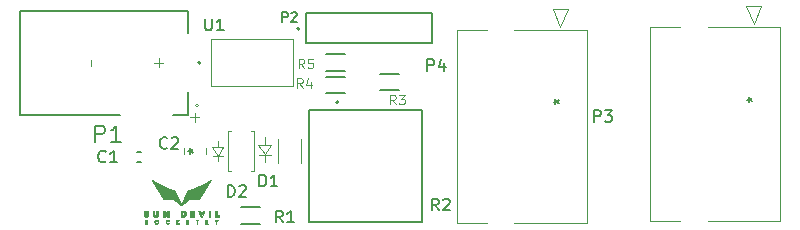
<source format=gbr>
%TF.GenerationSoftware,KiCad,Pcbnew,(6.0.5)*%
%TF.CreationDate,2022-06-11T19:53:57-07:00*%
%TF.ProjectId,L0003-Wheatstone-Bridge,4c303030-332d-4576-9865-617473746f6e,rev?*%
%TF.SameCoordinates,Original*%
%TF.FileFunction,Legend,Top*%
%TF.FilePolarity,Positive*%
%FSLAX46Y46*%
G04 Gerber Fmt 4.6, Leading zero omitted, Abs format (unit mm)*
G04 Created by KiCad (PCBNEW (6.0.5)) date 2022-06-11 19:53:57*
%MOMM*%
%LPD*%
G01*
G04 APERTURE LIST*
%ADD10C,0.150000*%
%ADD11C,0.076200*%
%ADD12C,0.127000*%
%ADD13C,0.120000*%
%ADD14C,0.010000*%
%ADD15C,0.200000*%
G04 APERTURE END LIST*
D10*
%TO.C,C1*%
X97115333Y-89384142D02*
X97067714Y-89431761D01*
X96924857Y-89479380D01*
X96829619Y-89479380D01*
X96686761Y-89431761D01*
X96591523Y-89336523D01*
X96543904Y-89241285D01*
X96496285Y-89050809D01*
X96496285Y-88907952D01*
X96543904Y-88717476D01*
X96591523Y-88622238D01*
X96686761Y-88527000D01*
X96829619Y-88479380D01*
X96924857Y-88479380D01*
X97067714Y-88527000D01*
X97115333Y-88574619D01*
X98067714Y-89479380D02*
X97496285Y-89479380D01*
X97782000Y-89479380D02*
X97782000Y-88479380D01*
X97686761Y-88622238D01*
X97591523Y-88717476D01*
X97496285Y-88765095D01*
%TO.C,C2*%
X102322333Y-88241142D02*
X102274714Y-88288761D01*
X102131857Y-88336380D01*
X102036619Y-88336380D01*
X101893761Y-88288761D01*
X101798523Y-88193523D01*
X101750904Y-88098285D01*
X101703285Y-87907809D01*
X101703285Y-87764952D01*
X101750904Y-87574476D01*
X101798523Y-87479238D01*
X101893761Y-87384000D01*
X102036619Y-87336380D01*
X102131857Y-87336380D01*
X102274714Y-87384000D01*
X102322333Y-87431619D01*
X102703285Y-87431619D02*
X102750904Y-87384000D01*
X102846142Y-87336380D01*
X103084238Y-87336380D01*
X103179476Y-87384000D01*
X103227095Y-87431619D01*
X103274714Y-87526857D01*
X103274714Y-87622095D01*
X103227095Y-87764952D01*
X102655666Y-88336380D01*
X103274714Y-88336380D01*
X104100380Y-88519000D02*
X104338476Y-88519000D01*
X104243238Y-88757095D02*
X104338476Y-88519000D01*
X104243238Y-88280904D01*
X104528952Y-88661857D02*
X104338476Y-88519000D01*
X104528952Y-88376142D01*
%TO.C,D1*%
X110132904Y-91511380D02*
X110132904Y-90511380D01*
X110371000Y-90511380D01*
X110513857Y-90559000D01*
X110609095Y-90654238D01*
X110656714Y-90749476D01*
X110704333Y-90939952D01*
X110704333Y-91082809D01*
X110656714Y-91273285D01*
X110609095Y-91368523D01*
X110513857Y-91463761D01*
X110371000Y-91511380D01*
X110132904Y-91511380D01*
X111656714Y-91511380D02*
X111085285Y-91511380D01*
X111371000Y-91511380D02*
X111371000Y-90511380D01*
X111275761Y-90654238D01*
X111180523Y-90749476D01*
X111085285Y-90797095D01*
%TO.C,P1*%
X96248666Y-87755333D02*
X96248666Y-86355333D01*
X96782000Y-86355333D01*
X96915333Y-86422000D01*
X96982000Y-86488666D01*
X97048666Y-86622000D01*
X97048666Y-86822000D01*
X96982000Y-86955333D01*
X96915333Y-87022000D01*
X96782000Y-87088666D01*
X96248666Y-87088666D01*
X98382000Y-87755333D02*
X97582000Y-87755333D01*
X97982000Y-87755333D02*
X97982000Y-86355333D01*
X97848666Y-86555333D01*
X97715333Y-86688666D01*
X97582000Y-86755333D01*
%TO.C,R1*%
X112101333Y-94559380D02*
X111768000Y-94083190D01*
X111529904Y-94559380D02*
X111529904Y-93559380D01*
X111910857Y-93559380D01*
X112006095Y-93607000D01*
X112053714Y-93654619D01*
X112101333Y-93749857D01*
X112101333Y-93892714D01*
X112053714Y-93987952D01*
X112006095Y-94035571D01*
X111910857Y-94083190D01*
X111529904Y-94083190D01*
X113053714Y-94559380D02*
X112482285Y-94559380D01*
X112768000Y-94559380D02*
X112768000Y-93559380D01*
X112672761Y-93702238D01*
X112577523Y-93797476D01*
X112482285Y-93845095D01*
%TO.C,R2*%
X125309208Y-93543719D02*
X124975626Y-93067172D01*
X124737352Y-93543719D02*
X124737352Y-92542971D01*
X125118590Y-92542971D01*
X125213899Y-92590626D01*
X125261554Y-92638280D01*
X125309208Y-92733590D01*
X125309208Y-92876554D01*
X125261554Y-92971863D01*
X125213899Y-93019518D01*
X125118590Y-93067172D01*
X124737352Y-93067172D01*
X125690446Y-92638280D02*
X125738100Y-92590626D01*
X125833410Y-92542971D01*
X126071683Y-92542971D01*
X126166992Y-92590626D01*
X126214647Y-92638280D01*
X126262302Y-92733590D01*
X126262302Y-92828899D01*
X126214647Y-92971863D01*
X125642791Y-93543719D01*
X126262302Y-93543719D01*
D11*
%TO.C,R3*%
X121659666Y-84562904D02*
X121393000Y-84181952D01*
X121202523Y-84562904D02*
X121202523Y-83762904D01*
X121507285Y-83762904D01*
X121583476Y-83801000D01*
X121621571Y-83839095D01*
X121659666Y-83915285D01*
X121659666Y-84029571D01*
X121621571Y-84105761D01*
X121583476Y-84143857D01*
X121507285Y-84181952D01*
X121202523Y-84181952D01*
X121926333Y-83762904D02*
X122421571Y-83762904D01*
X122154904Y-84067666D01*
X122269190Y-84067666D01*
X122345380Y-84105761D01*
X122383476Y-84143857D01*
X122421571Y-84220047D01*
X122421571Y-84410523D01*
X122383476Y-84486714D01*
X122345380Y-84524809D01*
X122269190Y-84562904D01*
X122040619Y-84562904D01*
X121964428Y-84524809D01*
X121926333Y-84486714D01*
%TO.C,R4*%
X113785666Y-83165904D02*
X113519000Y-82784952D01*
X113328523Y-83165904D02*
X113328523Y-82365904D01*
X113633285Y-82365904D01*
X113709476Y-82404000D01*
X113747571Y-82442095D01*
X113785666Y-82518285D01*
X113785666Y-82632571D01*
X113747571Y-82708761D01*
X113709476Y-82746857D01*
X113633285Y-82784952D01*
X113328523Y-82784952D01*
X114471380Y-82632571D02*
X114471380Y-83165904D01*
X114280904Y-82327809D02*
X114090428Y-82899238D01*
X114585666Y-82899238D01*
%TO.C,R5*%
X113912666Y-81514904D02*
X113646000Y-81133952D01*
X113455523Y-81514904D02*
X113455523Y-80714904D01*
X113760285Y-80714904D01*
X113836476Y-80753000D01*
X113874571Y-80791095D01*
X113912666Y-80867285D01*
X113912666Y-80981571D01*
X113874571Y-81057761D01*
X113836476Y-81095857D01*
X113760285Y-81133952D01*
X113455523Y-81133952D01*
X114636476Y-80714904D02*
X114255523Y-80714904D01*
X114217428Y-81095857D01*
X114255523Y-81057761D01*
X114331714Y-81019666D01*
X114522190Y-81019666D01*
X114598380Y-81057761D01*
X114636476Y-81095857D01*
X114674571Y-81172047D01*
X114674571Y-81362523D01*
X114636476Y-81438714D01*
X114598380Y-81476809D01*
X114522190Y-81514904D01*
X114331714Y-81514904D01*
X114255523Y-81476809D01*
X114217428Y-81438714D01*
D10*
%TO.C,U1*%
X105537095Y-77303380D02*
X105537095Y-78112904D01*
X105584714Y-78208142D01*
X105632333Y-78255761D01*
X105727571Y-78303380D01*
X105918047Y-78303380D01*
X106013285Y-78255761D01*
X106060904Y-78208142D01*
X106108523Y-78112904D01*
X106108523Y-77303380D01*
X107108523Y-78303380D02*
X106537095Y-78303380D01*
X106822809Y-78303380D02*
X106822809Y-77303380D01*
X106727571Y-77446238D01*
X106632333Y-77541476D01*
X106537095Y-77589095D01*
%TO.C,P4*%
X124356904Y-81732380D02*
X124356904Y-80732380D01*
X124737857Y-80732380D01*
X124833095Y-80780000D01*
X124880714Y-80827619D01*
X124928333Y-80922857D01*
X124928333Y-81065714D01*
X124880714Y-81160952D01*
X124833095Y-81208571D01*
X124737857Y-81256190D01*
X124356904Y-81256190D01*
X125785476Y-81065714D02*
X125785476Y-81732380D01*
X125547380Y-80684761D02*
X125309285Y-81399047D01*
X125928333Y-81399047D01*
X135036386Y-84328000D02*
X135274482Y-84328000D01*
X135179244Y-84566095D02*
X135274482Y-84328000D01*
X135179244Y-84089904D01*
X135464958Y-84470857D02*
X135274482Y-84328000D01*
X135464958Y-84185142D01*
%TO.C,P3*%
X138453904Y-86050380D02*
X138453904Y-85050380D01*
X138834857Y-85050380D01*
X138930095Y-85098000D01*
X138977714Y-85145619D01*
X139025333Y-85240857D01*
X139025333Y-85383714D01*
X138977714Y-85478952D01*
X138930095Y-85526571D01*
X138834857Y-85574190D01*
X138453904Y-85574190D01*
X139358666Y-85050380D02*
X139977714Y-85050380D01*
X139644380Y-85431333D01*
X139787238Y-85431333D01*
X139882476Y-85478952D01*
X139930095Y-85526571D01*
X139977714Y-85621809D01*
X139977714Y-85859904D01*
X139930095Y-85955142D01*
X139882476Y-86002761D01*
X139787238Y-86050380D01*
X139501523Y-86050380D01*
X139406285Y-86002761D01*
X139358666Y-85955142D01*
X151419380Y-84150500D02*
X151657476Y-84150500D01*
X151562238Y-84388595D02*
X151657476Y-84150500D01*
X151562238Y-83912404D01*
X151847952Y-84293357D02*
X151657476Y-84150500D01*
X151847952Y-84007642D01*
%TO.C,D2*%
X107465904Y-92400380D02*
X107465904Y-91400380D01*
X107704000Y-91400380D01*
X107846857Y-91448000D01*
X107942095Y-91543238D01*
X107989714Y-91638476D01*
X108037333Y-91828952D01*
X108037333Y-91971809D01*
X107989714Y-92162285D01*
X107942095Y-92257523D01*
X107846857Y-92352761D01*
X107704000Y-92400380D01*
X107465904Y-92400380D01*
X108418285Y-91495619D02*
X108465904Y-91448000D01*
X108561142Y-91400380D01*
X108799238Y-91400380D01*
X108894476Y-91448000D01*
X108942095Y-91495619D01*
X108989714Y-91590857D01*
X108989714Y-91686095D01*
X108942095Y-91828952D01*
X108370666Y-92400380D01*
X108989714Y-92400380D01*
%TO.C,P2*%
X112058523Y-77577904D02*
X112058523Y-76777904D01*
X112363285Y-76777904D01*
X112439476Y-76816000D01*
X112477571Y-76854095D01*
X112515666Y-76930285D01*
X112515666Y-77044571D01*
X112477571Y-77120761D01*
X112439476Y-77158857D01*
X112363285Y-77196952D01*
X112058523Y-77196952D01*
X112820428Y-76854095D02*
X112858523Y-76816000D01*
X112934714Y-76777904D01*
X113125190Y-76777904D01*
X113201380Y-76816000D01*
X113239476Y-76854095D01*
X113277571Y-76930285D01*
X113277571Y-77006476D01*
X113239476Y-77120761D01*
X112782333Y-77577904D01*
X113277571Y-77577904D01*
D12*
%TO.C,C1*%
X99799000Y-89477000D02*
X100099000Y-89477000D01*
X99799000Y-88577000D02*
X100099000Y-88577000D01*
D13*
%TO.C,C2*%
X105029000Y-85649003D02*
X104267000Y-85649003D01*
X104648000Y-86030003D02*
X104648000Y-85268003D01*
X103721002Y-88256309D02*
X103721002Y-88781691D01*
X105574998Y-88781691D02*
X105574998Y-88256309D01*
%TO.C,D1*%
X110617000Y-87960200D02*
X110007400Y-87960200D01*
X110617000Y-87960200D02*
X111074200Y-87960200D01*
X111074200Y-87960200D02*
X110617000Y-88773000D01*
X111671100Y-87518635D02*
X111671100Y-89519365D01*
X110058200Y-88823800D02*
X111074200Y-88823800D01*
X110617000Y-88773000D02*
X110617000Y-89433400D01*
X113626900Y-89519365D02*
X113626900Y-87518635D01*
X110617000Y-87299800D02*
X110617000Y-87960200D01*
X110007400Y-87960200D02*
X110617000Y-88773000D01*
%TO.C,LOGO1*%
G36*
X106527600Y-93950367D02*
G01*
X106688467Y-93950367D01*
X106688467Y-94064667D01*
X106392133Y-94064667D01*
X106392133Y-93556667D01*
X106527600Y-93556667D01*
X106527600Y-93950367D01*
G37*
D14*
X106527600Y-93950367D02*
X106688467Y-93950367D01*
X106688467Y-94064667D01*
X106392133Y-94064667D01*
X106392133Y-93556667D01*
X106527600Y-93556667D01*
X106527600Y-93950367D01*
G36*
X103561092Y-93556740D02*
G01*
X103601365Y-93556953D01*
X103634467Y-93557659D01*
X103661690Y-93559047D01*
X103684325Y-93561306D01*
X103703662Y-93564626D01*
X103720992Y-93569196D01*
X103737606Y-93575206D01*
X103754796Y-93582846D01*
X103761707Y-93586197D01*
X103798329Y-93608728D01*
X103830918Y-93637696D01*
X103858357Y-93671734D01*
X103879524Y-93709480D01*
X103892230Y-93745271D01*
X103895367Y-93762208D01*
X103897626Y-93784096D01*
X103898668Y-93807438D01*
X103898700Y-93812003D01*
X103896283Y-93854715D01*
X103888552Y-93892048D01*
X103874793Y-93925732D01*
X103854288Y-93957500D01*
X103826321Y-93989082D01*
X103824813Y-93990590D01*
X103796885Y-94015894D01*
X103771455Y-94033697D01*
X103763234Y-94038139D01*
X103747766Y-94045521D01*
X103733496Y-94051401D01*
X103719197Y-94055949D01*
X103703640Y-94059332D01*
X103685597Y-94061718D01*
X103663842Y-94063276D01*
X103637145Y-94064174D01*
X103604279Y-94064581D01*
X103569727Y-94064667D01*
X103454200Y-94064667D01*
X103454200Y-93951428D01*
X103589667Y-93951428D01*
X103625602Y-93949542D01*
X103645910Y-93947937D01*
X103661508Y-93944997D01*
X103676143Y-93939765D01*
X103689972Y-93933136D01*
X103717313Y-93915093D01*
X103737712Y-93892347D01*
X103751270Y-93864724D01*
X103758087Y-93832050D01*
X103759000Y-93812783D01*
X103755452Y-93777659D01*
X103745044Y-93746508D01*
X103728133Y-93720044D01*
X103705076Y-93698980D01*
X103700683Y-93696059D01*
X103684665Y-93686966D01*
X103668692Y-93680637D01*
X103650112Y-93676298D01*
X103626275Y-93673174D01*
X103620359Y-93672600D01*
X103589667Y-93669751D01*
X103589667Y-93951428D01*
X103454200Y-93951428D01*
X103454200Y-93556667D01*
X103561092Y-93556740D01*
G37*
X103561092Y-93556740D02*
X103601365Y-93556953D01*
X103634467Y-93557659D01*
X103661690Y-93559047D01*
X103684325Y-93561306D01*
X103703662Y-93564626D01*
X103720992Y-93569196D01*
X103737606Y-93575206D01*
X103754796Y-93582846D01*
X103761707Y-93586197D01*
X103798329Y-93608728D01*
X103830918Y-93637696D01*
X103858357Y-93671734D01*
X103879524Y-93709480D01*
X103892230Y-93745271D01*
X103895367Y-93762208D01*
X103897626Y-93784096D01*
X103898668Y-93807438D01*
X103898700Y-93812003D01*
X103896283Y-93854715D01*
X103888552Y-93892048D01*
X103874793Y-93925732D01*
X103854288Y-93957500D01*
X103826321Y-93989082D01*
X103824813Y-93990590D01*
X103796885Y-94015894D01*
X103771455Y-94033697D01*
X103763234Y-94038139D01*
X103747766Y-94045521D01*
X103733496Y-94051401D01*
X103719197Y-94055949D01*
X103703640Y-94059332D01*
X103685597Y-94061718D01*
X103663842Y-94063276D01*
X103637145Y-94064174D01*
X103604279Y-94064581D01*
X103569727Y-94064667D01*
X103454200Y-94064667D01*
X103454200Y-93951428D01*
X103589667Y-93951428D01*
X103625602Y-93949542D01*
X103645910Y-93947937D01*
X103661508Y-93944997D01*
X103676143Y-93939765D01*
X103689972Y-93933136D01*
X103717313Y-93915093D01*
X103737712Y-93892347D01*
X103751270Y-93864724D01*
X103758087Y-93832050D01*
X103759000Y-93812783D01*
X103755452Y-93777659D01*
X103745044Y-93746508D01*
X103728133Y-93720044D01*
X103705076Y-93698980D01*
X103700683Y-93696059D01*
X103684665Y-93686966D01*
X103668692Y-93680637D01*
X103650112Y-93676298D01*
X103626275Y-93673174D01*
X103620359Y-93672600D01*
X103589667Y-93669751D01*
X103589667Y-93951428D01*
X103454200Y-93951428D01*
X103454200Y-93556667D01*
X103561092Y-93556740D01*
G36*
X104584500Y-93670967D02*
G01*
X104427867Y-93670967D01*
X104427867Y-93751400D01*
X104576034Y-93751400D01*
X104576034Y-93869933D01*
X104427867Y-93869933D01*
X104427867Y-93950367D01*
X104584500Y-93950367D01*
X104584500Y-94064667D01*
X104292400Y-94064667D01*
X104292400Y-93556667D01*
X104584500Y-93556667D01*
X104584500Y-93670967D01*
G37*
X104584500Y-93670967D02*
X104427867Y-93670967D01*
X104427867Y-93751400D01*
X104576034Y-93751400D01*
X104576034Y-93869933D01*
X104427867Y-93869933D01*
X104427867Y-93950367D01*
X104584500Y-93950367D01*
X104584500Y-94064667D01*
X104292400Y-94064667D01*
X104292400Y-93556667D01*
X104584500Y-93556667D01*
X104584500Y-93670967D01*
G36*
X105977267Y-94064667D02*
G01*
X105841800Y-94064667D01*
X105841800Y-93556667D01*
X105977267Y-93556667D01*
X105977267Y-94064667D01*
G37*
X105977267Y-94064667D02*
X105841800Y-94064667D01*
X105841800Y-93556667D01*
X105977267Y-93556667D01*
X105977267Y-94064667D01*
G36*
X105115140Y-92401939D02*
G01*
X105116390Y-92402279D01*
X105115081Y-92406450D01*
X105109978Y-92416300D01*
X105101875Y-92430391D01*
X105091569Y-92447288D01*
X105090684Y-92448701D01*
X105080005Y-92466080D01*
X105071224Y-92481072D01*
X105065220Y-92492124D01*
X105062872Y-92497685D01*
X105062867Y-92497790D01*
X105059952Y-92502328D01*
X105058634Y-92502567D01*
X105054582Y-92505835D01*
X105054400Y-92507166D01*
X105052150Y-92513079D01*
X105046411Y-92523045D01*
X105042222Y-92529391D01*
X105034235Y-92541396D01*
X105023818Y-92557654D01*
X105012893Y-92575158D01*
X105010033Y-92579825D01*
X104990024Y-92612633D01*
X104866637Y-92611819D01*
X104832912Y-92611550D01*
X104792681Y-92611151D01*
X104747903Y-92610646D01*
X104700539Y-92610060D01*
X104652547Y-92609416D01*
X104605888Y-92608739D01*
X104569684Y-92608171D01*
X104526747Y-92607501D01*
X104481843Y-92606854D01*
X104436733Y-92606254D01*
X104393177Y-92605720D01*
X104352938Y-92605276D01*
X104317776Y-92604943D01*
X104291342Y-92604752D01*
X104258444Y-92604508D01*
X104233081Y-92604150D01*
X104214320Y-92603616D01*
X104201229Y-92602843D01*
X104192874Y-92601771D01*
X104188325Y-92600337D01*
X104186649Y-92598480D01*
X104186567Y-92597817D01*
X104188653Y-92592180D01*
X104190424Y-92591467D01*
X104194863Y-92588814D01*
X104204747Y-92581373D01*
X104219137Y-92569913D01*
X104237093Y-92555208D01*
X104257677Y-92538028D01*
X104279949Y-92519146D01*
X104302971Y-92499334D01*
X104310500Y-92492786D01*
X104322559Y-92482928D01*
X104333294Y-92475276D01*
X104339226Y-92472009D01*
X104346092Y-92470639D01*
X104359849Y-92468794D01*
X104378945Y-92466651D01*
X104401830Y-92464385D01*
X104422726Y-92462527D01*
X104454532Y-92459807D01*
X104490484Y-92456679D01*
X104526821Y-92453472D01*
X104559781Y-92450518D01*
X104569684Y-92449617D01*
X104638988Y-92443345D01*
X104701142Y-92437848D01*
X104755826Y-92433152D01*
X104802720Y-92429286D01*
X104840617Y-92426342D01*
X104865318Y-92424369D01*
X104890711Y-92422114D01*
X104913642Y-92419871D01*
X104929517Y-92418109D01*
X104950805Y-92415796D01*
X104975594Y-92413524D01*
X104998929Y-92411744D01*
X105001484Y-92411579D01*
X105025063Y-92409816D01*
X105051440Y-92407418D01*
X105075215Y-92404881D01*
X105076932Y-92404676D01*
X105093778Y-92402891D01*
X105107190Y-92401938D01*
X105115140Y-92401939D01*
G37*
X105115140Y-92401939D02*
X105116390Y-92402279D01*
X105115081Y-92406450D01*
X105109978Y-92416300D01*
X105101875Y-92430391D01*
X105091569Y-92447288D01*
X105090684Y-92448701D01*
X105080005Y-92466080D01*
X105071224Y-92481072D01*
X105065220Y-92492124D01*
X105062872Y-92497685D01*
X105062867Y-92497790D01*
X105059952Y-92502328D01*
X105058634Y-92502567D01*
X105054582Y-92505835D01*
X105054400Y-92507166D01*
X105052150Y-92513079D01*
X105046411Y-92523045D01*
X105042222Y-92529391D01*
X105034235Y-92541396D01*
X105023818Y-92557654D01*
X105012893Y-92575158D01*
X105010033Y-92579825D01*
X104990024Y-92612633D01*
X104866637Y-92611819D01*
X104832912Y-92611550D01*
X104792681Y-92611151D01*
X104747903Y-92610646D01*
X104700539Y-92610060D01*
X104652547Y-92609416D01*
X104605888Y-92608739D01*
X104569684Y-92608171D01*
X104526747Y-92607501D01*
X104481843Y-92606854D01*
X104436733Y-92606254D01*
X104393177Y-92605720D01*
X104352938Y-92605276D01*
X104317776Y-92604943D01*
X104291342Y-92604752D01*
X104258444Y-92604508D01*
X104233081Y-92604150D01*
X104214320Y-92603616D01*
X104201229Y-92602843D01*
X104192874Y-92601771D01*
X104188325Y-92600337D01*
X104186649Y-92598480D01*
X104186567Y-92597817D01*
X104188653Y-92592180D01*
X104190424Y-92591467D01*
X104194863Y-92588814D01*
X104204747Y-92581373D01*
X104219137Y-92569913D01*
X104237093Y-92555208D01*
X104257677Y-92538028D01*
X104279949Y-92519146D01*
X104302971Y-92499334D01*
X104310500Y-92492786D01*
X104322559Y-92482928D01*
X104333294Y-92475276D01*
X104339226Y-92472009D01*
X104346092Y-92470639D01*
X104359849Y-92468794D01*
X104378945Y-92466651D01*
X104401830Y-92464385D01*
X104422726Y-92462527D01*
X104454532Y-92459807D01*
X104490484Y-92456679D01*
X104526821Y-92453472D01*
X104559781Y-92450518D01*
X104569684Y-92449617D01*
X104638988Y-92443345D01*
X104701142Y-92437848D01*
X104755826Y-92433152D01*
X104802720Y-92429286D01*
X104840617Y-92426342D01*
X104865318Y-92424369D01*
X104890711Y-92422114D01*
X104913642Y-92419871D01*
X104929517Y-92418109D01*
X104950805Y-92415796D01*
X104975594Y-92413524D01*
X104998929Y-92411744D01*
X105001484Y-92411579D01*
X105025063Y-92409816D01*
X105051440Y-92407418D01*
X105075215Y-92404881D01*
X105076932Y-92404676D01*
X105093778Y-92402891D01*
X105107190Y-92401938D01*
X105115140Y-92401939D01*
G36*
X101236616Y-94460472D02*
G01*
X101249622Y-94429364D01*
X101268821Y-94401040D01*
X101293981Y-94376593D01*
X101324874Y-94357118D01*
X101328048Y-94355590D01*
X101342630Y-94349134D01*
X101354759Y-94345167D01*
X101367452Y-94343105D01*
X101383731Y-94342365D01*
X101396800Y-94342314D01*
X101419698Y-94342937D01*
X101437262Y-94344957D01*
X101452575Y-94348840D01*
X101461505Y-94352076D01*
X101487821Y-94366241D01*
X101512987Y-94386754D01*
X101534838Y-94411558D01*
X101550184Y-94436454D01*
X101556458Y-94449780D01*
X101560476Y-94460736D01*
X101562729Y-94471930D01*
X101563709Y-94485972D01*
X101563911Y-94505471D01*
X101563904Y-94509092D01*
X101563635Y-94529999D01*
X101562648Y-94545011D01*
X101560486Y-94556696D01*
X101556693Y-94567623D01*
X101551464Y-94579017D01*
X101534017Y-94606762D01*
X101510647Y-94632029D01*
X101483790Y-94652385D01*
X101470884Y-94659456D01*
X101456743Y-94665611D01*
X101443599Y-94669474D01*
X101428421Y-94671666D01*
X101408178Y-94672809D01*
X101405267Y-94672905D01*
X101377818Y-94672775D01*
X101356413Y-94670575D01*
X101347211Y-94668359D01*
X101313461Y-94652958D01*
X101282803Y-94629719D01*
X101272530Y-94619451D01*
X101251120Y-94590845D01*
X101237054Y-94559550D01*
X101230102Y-94526659D01*
X101230047Y-94500273D01*
X101270623Y-94500273D01*
X101272646Y-94532390D01*
X101282203Y-94562177D01*
X101298875Y-94588648D01*
X101322247Y-94610820D01*
X101342847Y-94623496D01*
X101356984Y-94630255D01*
X101368248Y-94634091D01*
X101379960Y-94635643D01*
X101395441Y-94635552D01*
X101403540Y-94635193D01*
X101423656Y-94633599D01*
X101438440Y-94630642D01*
X101451007Y-94625573D01*
X101456811Y-94622378D01*
X101480152Y-94604882D01*
X101500801Y-94582286D01*
X101515991Y-94557649D01*
X101516632Y-94556251D01*
X101524117Y-94530488D01*
X101525642Y-94501811D01*
X101521288Y-94473239D01*
X101513777Y-94452782D01*
X101495891Y-94425141D01*
X101472811Y-94403465D01*
X101445712Y-94388284D01*
X101415767Y-94380124D01*
X101384153Y-94379513D01*
X101360851Y-94384091D01*
X101338398Y-94394182D01*
X101316456Y-94410277D01*
X101297147Y-94430290D01*
X101282593Y-94452141D01*
X101276549Y-94466811D01*
X101270623Y-94500273D01*
X101230047Y-94500273D01*
X101230032Y-94493269D01*
X101236616Y-94460472D01*
G37*
X101236616Y-94460472D02*
X101249622Y-94429364D01*
X101268821Y-94401040D01*
X101293981Y-94376593D01*
X101324874Y-94357118D01*
X101328048Y-94355590D01*
X101342630Y-94349134D01*
X101354759Y-94345167D01*
X101367452Y-94343105D01*
X101383731Y-94342365D01*
X101396800Y-94342314D01*
X101419698Y-94342937D01*
X101437262Y-94344957D01*
X101452575Y-94348840D01*
X101461505Y-94352076D01*
X101487821Y-94366241D01*
X101512987Y-94386754D01*
X101534838Y-94411558D01*
X101550184Y-94436454D01*
X101556458Y-94449780D01*
X101560476Y-94460736D01*
X101562729Y-94471930D01*
X101563709Y-94485972D01*
X101563911Y-94505471D01*
X101563904Y-94509092D01*
X101563635Y-94529999D01*
X101562648Y-94545011D01*
X101560486Y-94556696D01*
X101556693Y-94567623D01*
X101551464Y-94579017D01*
X101534017Y-94606762D01*
X101510647Y-94632029D01*
X101483790Y-94652385D01*
X101470884Y-94659456D01*
X101456743Y-94665611D01*
X101443599Y-94669474D01*
X101428421Y-94671666D01*
X101408178Y-94672809D01*
X101405267Y-94672905D01*
X101377818Y-94672775D01*
X101356413Y-94670575D01*
X101347211Y-94668359D01*
X101313461Y-94652958D01*
X101282803Y-94629719D01*
X101272530Y-94619451D01*
X101251120Y-94590845D01*
X101237054Y-94559550D01*
X101230102Y-94526659D01*
X101230047Y-94500273D01*
X101270623Y-94500273D01*
X101272646Y-94532390D01*
X101282203Y-94562177D01*
X101298875Y-94588648D01*
X101322247Y-94610820D01*
X101342847Y-94623496D01*
X101356984Y-94630255D01*
X101368248Y-94634091D01*
X101379960Y-94635643D01*
X101395441Y-94635552D01*
X101403540Y-94635193D01*
X101423656Y-94633599D01*
X101438440Y-94630642D01*
X101451007Y-94625573D01*
X101456811Y-94622378D01*
X101480152Y-94604882D01*
X101500801Y-94582286D01*
X101515991Y-94557649D01*
X101516632Y-94556251D01*
X101524117Y-94530488D01*
X101525642Y-94501811D01*
X101521288Y-94473239D01*
X101513777Y-94452782D01*
X101495891Y-94425141D01*
X101472811Y-94403465D01*
X101445712Y-94388284D01*
X101415767Y-94380124D01*
X101384153Y-94379513D01*
X101360851Y-94384091D01*
X101338398Y-94394182D01*
X101316456Y-94410277D01*
X101297147Y-94430290D01*
X101282593Y-94452141D01*
X101276549Y-94466811D01*
X101270623Y-94500273D01*
X101230047Y-94500273D01*
X101230032Y-94493269D01*
X101236616Y-94460472D01*
G36*
X101535415Y-91776284D02*
G01*
X101552536Y-91780662D01*
X101576845Y-91787899D01*
X101580491Y-91789027D01*
X101603610Y-91796182D01*
X101631267Y-91804712D01*
X101659901Y-91813519D01*
X101684667Y-91821114D01*
X101708013Y-91828266D01*
X101730920Y-91835297D01*
X101750952Y-91841456D01*
X101765674Y-91845997D01*
X101767217Y-91846475D01*
X101785141Y-91852001D01*
X101809323Y-91859418D01*
X101837915Y-91868163D01*
X101869071Y-91877671D01*
X101900946Y-91887379D01*
X101931693Y-91896724D01*
X101947134Y-91901407D01*
X101970802Y-91908608D01*
X101996650Y-91916517D01*
X102020500Y-91923855D01*
X102029684Y-91926697D01*
X102051202Y-91933337D01*
X102076649Y-91941135D01*
X102101845Y-91948812D01*
X102112234Y-91951961D01*
X102136476Y-91959335D01*
X102164345Y-91967876D01*
X102191391Y-91976218D01*
X102203250Y-91979899D01*
X102231903Y-91988801D01*
X102262441Y-91998263D01*
X102293471Y-92007856D01*
X102323600Y-92017151D01*
X102351436Y-92025718D01*
X102375586Y-92033128D01*
X102394656Y-92038953D01*
X102407255Y-92042762D01*
X102408567Y-92043153D01*
X102424466Y-92047903D01*
X102442564Y-92053351D01*
X102449842Y-92055554D01*
X102467690Y-92060956D01*
X102486585Y-92066652D01*
X102493234Y-92068650D01*
X102521120Y-92077044D01*
X102545188Y-92084365D01*
X102569438Y-92091838D01*
X102596950Y-92100400D01*
X102626015Y-92109451D01*
X102648403Y-92116364D01*
X102665508Y-92121556D01*
X102678724Y-92125444D01*
X102689446Y-92128444D01*
X102699069Y-92130975D01*
X102699608Y-92131113D01*
X102710495Y-92134450D01*
X102716891Y-92137505D01*
X102717600Y-92138451D01*
X102720181Y-92143002D01*
X102726694Y-92151280D01*
X102730300Y-92155433D01*
X102737943Y-92164491D01*
X102742469Y-92170818D01*
X102743000Y-92172114D01*
X102745598Y-92176567D01*
X102751953Y-92184213D01*
X102752947Y-92185297D01*
X102761455Y-92195533D01*
X102771151Y-92208660D01*
X102774676Y-92213828D01*
X102781973Y-92224026D01*
X102787639Y-92230468D01*
X102789482Y-92231633D01*
X102793524Y-92234954D01*
X102796328Y-92239613D01*
X102801277Y-92247490D01*
X102809486Y-92258400D01*
X102814055Y-92263954D01*
X102823083Y-92275020D01*
X102834974Y-92290191D01*
X102847599Y-92306737D01*
X102851588Y-92312067D01*
X102862181Y-92326142D01*
X102870956Y-92337510D01*
X102876644Y-92344537D01*
X102877959Y-92345933D01*
X102881566Y-92350039D01*
X102888975Y-92359307D01*
X102898912Y-92372124D01*
X102904847Y-92379912D01*
X102916361Y-92394924D01*
X102926778Y-92408179D01*
X102934479Y-92417632D01*
X102936652Y-92420128D01*
X102944109Y-92429091D01*
X102952871Y-92440701D01*
X102954722Y-92443300D01*
X102962602Y-92454321D01*
X102970171Y-92464314D01*
X102979548Y-92476012D01*
X102988831Y-92487296D01*
X102997853Y-92498530D01*
X103008682Y-92512459D01*
X103014231Y-92519763D01*
X103025992Y-92535002D01*
X103039048Y-92551344D01*
X103044407Y-92557863D01*
X103056242Y-92572475D01*
X103069218Y-92589097D01*
X103075816Y-92597817D01*
X103094303Y-92622366D01*
X103113466Y-92647155D01*
X103135658Y-92675227D01*
X103136700Y-92676534D01*
X103148061Y-92690844D01*
X103158931Y-92704643D01*
X103166333Y-92714141D01*
X103175909Y-92726442D01*
X103186746Y-92740209D01*
X103189617Y-92743827D01*
X103200755Y-92757938D01*
X103215294Y-92776512D01*
X103231761Y-92797648D01*
X103248679Y-92819447D01*
X103264573Y-92840008D01*
X103277970Y-92857433D01*
X103286312Y-92868386D01*
X103297106Y-92882292D01*
X103307843Y-92895516D01*
X103313927Y-92902616D01*
X103324222Y-92915013D01*
X103334417Y-92928571D01*
X103335508Y-92930133D01*
X103344697Y-92942429D01*
X103354100Y-92953549D01*
X103355518Y-92955052D01*
X103363458Y-92964851D01*
X103364692Y-92970695D01*
X103360008Y-92972185D01*
X103356379Y-92969202D01*
X103347182Y-92960585D01*
X103332805Y-92946718D01*
X103313637Y-92927987D01*
X103290064Y-92904776D01*
X103262474Y-92877469D01*
X103231255Y-92846451D01*
X103196794Y-92812107D01*
X103159480Y-92774822D01*
X103119699Y-92734979D01*
X103077840Y-92692963D01*
X103034290Y-92649159D01*
X103026115Y-92640927D01*
X102697513Y-92309950D01*
X102621831Y-92293593D01*
X102596137Y-92288069D01*
X102571951Y-92282921D01*
X102551040Y-92278522D01*
X102535170Y-92275243D01*
X102527100Y-92273642D01*
X102514313Y-92271103D01*
X102496349Y-92267378D01*
X102476296Y-92263110D01*
X102467834Y-92261276D01*
X102445529Y-92256438D01*
X102421778Y-92251326D01*
X102400822Y-92246854D01*
X102395867Y-92245806D01*
X102366002Y-92239493D01*
X102341843Y-92234355D01*
X102320807Y-92229831D01*
X102300314Y-92225364D01*
X102277780Y-92220395D01*
X102251934Y-92214656D01*
X102228458Y-92209479D01*
X102206292Y-92204674D01*
X102187529Y-92200689D01*
X102174260Y-92197971D01*
X102171500Y-92197439D01*
X102163148Y-92195832D01*
X102152624Y-92193708D01*
X102138856Y-92190841D01*
X102120771Y-92187003D01*
X102097298Y-92181969D01*
X102067366Y-92175510D01*
X102042384Y-92170105D01*
X102002960Y-92161599D01*
X101969876Y-92154535D01*
X101941210Y-92148502D01*
X101925967Y-92145339D01*
X101909603Y-92141899D01*
X101887688Y-92137202D01*
X101862935Y-92131835D01*
X101838056Y-92126383D01*
X101834950Y-92125698D01*
X101810902Y-92120477D01*
X101787243Y-92115498D01*
X101766451Y-92111273D01*
X101751003Y-92108313D01*
X101749022Y-92107962D01*
X101722361Y-92103314D01*
X101705412Y-92075399D01*
X101696512Y-92060727D01*
X101688777Y-92047950D01*
X101683733Y-92039589D01*
X101683389Y-92039017D01*
X101678497Y-92031493D01*
X101676061Y-92028433D01*
X101672820Y-92023904D01*
X101666772Y-92014383D01*
X101661161Y-92005150D01*
X101653258Y-91991932D01*
X101646435Y-91980542D01*
X101643417Y-91975517D01*
X101638380Y-91967045D01*
X101631109Y-91954698D01*
X101626567Y-91946946D01*
X101619559Y-91935860D01*
X101613926Y-91928557D01*
X101611642Y-91926837D01*
X101608821Y-91923390D01*
X101608467Y-91920483D01*
X101606425Y-91914846D01*
X101604692Y-91914133D01*
X101600966Y-91910545D01*
X101598262Y-91903550D01*
X101594862Y-91895621D01*
X101591453Y-91892967D01*
X101587511Y-91889673D01*
X101587300Y-91888168D01*
X101585162Y-91883159D01*
X101579420Y-91872697D01*
X101571084Y-91858431D01*
X101561165Y-91842006D01*
X101550673Y-91825071D01*
X101540616Y-91809272D01*
X101532006Y-91796257D01*
X101525852Y-91787673D01*
X101525146Y-91786800D01*
X101520347Y-91780021D01*
X101520004Y-91775990D01*
X101524799Y-91774735D01*
X101535415Y-91776284D01*
G37*
X101535415Y-91776284D02*
X101552536Y-91780662D01*
X101576845Y-91787899D01*
X101580491Y-91789027D01*
X101603610Y-91796182D01*
X101631267Y-91804712D01*
X101659901Y-91813519D01*
X101684667Y-91821114D01*
X101708013Y-91828266D01*
X101730920Y-91835297D01*
X101750952Y-91841456D01*
X101765674Y-91845997D01*
X101767217Y-91846475D01*
X101785141Y-91852001D01*
X101809323Y-91859418D01*
X101837915Y-91868163D01*
X101869071Y-91877671D01*
X101900946Y-91887379D01*
X101931693Y-91896724D01*
X101947134Y-91901407D01*
X101970802Y-91908608D01*
X101996650Y-91916517D01*
X102020500Y-91923855D01*
X102029684Y-91926697D01*
X102051202Y-91933337D01*
X102076649Y-91941135D01*
X102101845Y-91948812D01*
X102112234Y-91951961D01*
X102136476Y-91959335D01*
X102164345Y-91967876D01*
X102191391Y-91976218D01*
X102203250Y-91979899D01*
X102231903Y-91988801D01*
X102262441Y-91998263D01*
X102293471Y-92007856D01*
X102323600Y-92017151D01*
X102351436Y-92025718D01*
X102375586Y-92033128D01*
X102394656Y-92038953D01*
X102407255Y-92042762D01*
X102408567Y-92043153D01*
X102424466Y-92047903D01*
X102442564Y-92053351D01*
X102449842Y-92055554D01*
X102467690Y-92060956D01*
X102486585Y-92066652D01*
X102493234Y-92068650D01*
X102521120Y-92077044D01*
X102545188Y-92084365D01*
X102569438Y-92091838D01*
X102596950Y-92100400D01*
X102626015Y-92109451D01*
X102648403Y-92116364D01*
X102665508Y-92121556D01*
X102678724Y-92125444D01*
X102689446Y-92128444D01*
X102699069Y-92130975D01*
X102699608Y-92131113D01*
X102710495Y-92134450D01*
X102716891Y-92137505D01*
X102717600Y-92138451D01*
X102720181Y-92143002D01*
X102726694Y-92151280D01*
X102730300Y-92155433D01*
X102737943Y-92164491D01*
X102742469Y-92170818D01*
X102743000Y-92172114D01*
X102745598Y-92176567D01*
X102751953Y-92184213D01*
X102752947Y-92185297D01*
X102761455Y-92195533D01*
X102771151Y-92208660D01*
X102774676Y-92213828D01*
X102781973Y-92224026D01*
X102787639Y-92230468D01*
X102789482Y-92231633D01*
X102793524Y-92234954D01*
X102796328Y-92239613D01*
X102801277Y-92247490D01*
X102809486Y-92258400D01*
X102814055Y-92263954D01*
X102823083Y-92275020D01*
X102834974Y-92290191D01*
X102847599Y-92306737D01*
X102851588Y-92312067D01*
X102862181Y-92326142D01*
X102870956Y-92337510D01*
X102876644Y-92344537D01*
X102877959Y-92345933D01*
X102881566Y-92350039D01*
X102888975Y-92359307D01*
X102898912Y-92372124D01*
X102904847Y-92379912D01*
X102916361Y-92394924D01*
X102926778Y-92408179D01*
X102934479Y-92417632D01*
X102936652Y-92420128D01*
X102944109Y-92429091D01*
X102952871Y-92440701D01*
X102954722Y-92443300D01*
X102962602Y-92454321D01*
X102970171Y-92464314D01*
X102979548Y-92476012D01*
X102988831Y-92487296D01*
X102997853Y-92498530D01*
X103008682Y-92512459D01*
X103014231Y-92519763D01*
X103025992Y-92535002D01*
X103039048Y-92551344D01*
X103044407Y-92557863D01*
X103056242Y-92572475D01*
X103069218Y-92589097D01*
X103075816Y-92597817D01*
X103094303Y-92622366D01*
X103113466Y-92647155D01*
X103135658Y-92675227D01*
X103136700Y-92676534D01*
X103148061Y-92690844D01*
X103158931Y-92704643D01*
X103166333Y-92714141D01*
X103175909Y-92726442D01*
X103186746Y-92740209D01*
X103189617Y-92743827D01*
X103200755Y-92757938D01*
X103215294Y-92776512D01*
X103231761Y-92797648D01*
X103248679Y-92819447D01*
X103264573Y-92840008D01*
X103277970Y-92857433D01*
X103286312Y-92868386D01*
X103297106Y-92882292D01*
X103307843Y-92895516D01*
X103313927Y-92902616D01*
X103324222Y-92915013D01*
X103334417Y-92928571D01*
X103335508Y-92930133D01*
X103344697Y-92942429D01*
X103354100Y-92953549D01*
X103355518Y-92955052D01*
X103363458Y-92964851D01*
X103364692Y-92970695D01*
X103360008Y-92972185D01*
X103356379Y-92969202D01*
X103347182Y-92960585D01*
X103332805Y-92946718D01*
X103313637Y-92927987D01*
X103290064Y-92904776D01*
X103262474Y-92877469D01*
X103231255Y-92846451D01*
X103196794Y-92812107D01*
X103159480Y-92774822D01*
X103119699Y-92734979D01*
X103077840Y-92692963D01*
X103034290Y-92649159D01*
X103026115Y-92640927D01*
X102697513Y-92309950D01*
X102621831Y-92293593D01*
X102596137Y-92288069D01*
X102571951Y-92282921D01*
X102551040Y-92278522D01*
X102535170Y-92275243D01*
X102527100Y-92273642D01*
X102514313Y-92271103D01*
X102496349Y-92267378D01*
X102476296Y-92263110D01*
X102467834Y-92261276D01*
X102445529Y-92256438D01*
X102421778Y-92251326D01*
X102400822Y-92246854D01*
X102395867Y-92245806D01*
X102366002Y-92239493D01*
X102341843Y-92234355D01*
X102320807Y-92229831D01*
X102300314Y-92225364D01*
X102277780Y-92220395D01*
X102251934Y-92214656D01*
X102228458Y-92209479D01*
X102206292Y-92204674D01*
X102187529Y-92200689D01*
X102174260Y-92197971D01*
X102171500Y-92197439D01*
X102163148Y-92195832D01*
X102152624Y-92193708D01*
X102138856Y-92190841D01*
X102120771Y-92187003D01*
X102097298Y-92181969D01*
X102067366Y-92175510D01*
X102042384Y-92170105D01*
X102002960Y-92161599D01*
X101969876Y-92154535D01*
X101941210Y-92148502D01*
X101925967Y-92145339D01*
X101909603Y-92141899D01*
X101887688Y-92137202D01*
X101862935Y-92131835D01*
X101838056Y-92126383D01*
X101834950Y-92125698D01*
X101810902Y-92120477D01*
X101787243Y-92115498D01*
X101766451Y-92111273D01*
X101751003Y-92108313D01*
X101749022Y-92107962D01*
X101722361Y-92103314D01*
X101705412Y-92075399D01*
X101696512Y-92060727D01*
X101688777Y-92047950D01*
X101683733Y-92039589D01*
X101683389Y-92039017D01*
X101678497Y-92031493D01*
X101676061Y-92028433D01*
X101672820Y-92023904D01*
X101666772Y-92014383D01*
X101661161Y-92005150D01*
X101653258Y-91991932D01*
X101646435Y-91980542D01*
X101643417Y-91975517D01*
X101638380Y-91967045D01*
X101631109Y-91954698D01*
X101626567Y-91946946D01*
X101619559Y-91935860D01*
X101613926Y-91928557D01*
X101611642Y-91926837D01*
X101608821Y-91923390D01*
X101608467Y-91920483D01*
X101606425Y-91914846D01*
X101604692Y-91914133D01*
X101600966Y-91910545D01*
X101598262Y-91903550D01*
X101594862Y-91895621D01*
X101591453Y-91892967D01*
X101587511Y-91889673D01*
X101587300Y-91888168D01*
X101585162Y-91883159D01*
X101579420Y-91872697D01*
X101571084Y-91858431D01*
X101561165Y-91842006D01*
X101550673Y-91825071D01*
X101540616Y-91809272D01*
X101532006Y-91796257D01*
X101525852Y-91787673D01*
X101525146Y-91786800D01*
X101520347Y-91780021D01*
X101520004Y-91775990D01*
X101524799Y-91774735D01*
X101535415Y-91776284D01*
G36*
X100563553Y-93547127D02*
G01*
X100590049Y-93549813D01*
X100611517Y-93554225D01*
X100633196Y-93560652D01*
X100653343Y-93567826D01*
X100670430Y-93575077D01*
X100682932Y-93581734D01*
X100689323Y-93587127D01*
X100689834Y-93588620D01*
X100687951Y-93594238D01*
X100682804Y-93605728D01*
X100675139Y-93621506D01*
X100665707Y-93639990D01*
X100663980Y-93643289D01*
X100638126Y-93692512D01*
X100626938Y-93685073D01*
X100598843Y-93669512D01*
X100571946Y-93660655D01*
X100547154Y-93658604D01*
X100525377Y-93663461D01*
X100511152Y-93672042D01*
X100502349Y-93682019D01*
X100497003Y-93692912D01*
X100496942Y-93693163D01*
X100496385Y-93701789D01*
X100500241Y-93709888D01*
X100508414Y-93718994D01*
X100517314Y-93726411D01*
X100529132Y-93733186D01*
X100545584Y-93740137D01*
X100568385Y-93748083D01*
X100571307Y-93749038D01*
X100604041Y-93760379D01*
X100629972Y-93771096D01*
X100650648Y-93781984D01*
X100667614Y-93793836D01*
X100679614Y-93804602D01*
X100694262Y-93822601D01*
X100703996Y-93843426D01*
X100709373Y-93868755D01*
X100710950Y-93899262D01*
X100707861Y-93940705D01*
X100698592Y-93976440D01*
X100682951Y-94006743D01*
X100660750Y-94031890D01*
X100631798Y-94052154D01*
X100595906Y-94067812D01*
X100594279Y-94068361D01*
X100571546Y-94073942D01*
X100543776Y-94077754D01*
X100514259Y-94079561D01*
X100486282Y-94079128D01*
X100469148Y-94077329D01*
X100451600Y-94073773D01*
X100431445Y-94068566D01*
X100418348Y-94064560D01*
X100403243Y-94058817D01*
X100386069Y-94051220D01*
X100368821Y-94042788D01*
X100353492Y-94034541D01*
X100342075Y-94027497D01*
X100336630Y-94022786D01*
X100337917Y-94018415D01*
X100342349Y-94008220D01*
X100349100Y-93993852D01*
X100357342Y-93976964D01*
X100366250Y-93959208D01*
X100374996Y-93942237D01*
X100382754Y-93927703D01*
X100388698Y-93917259D01*
X100391527Y-93913034D01*
X100395270Y-93914551D01*
X100403833Y-93919859D01*
X100413194Y-93926286D01*
X100438550Y-93942806D01*
X100460915Y-93953699D01*
X100482610Y-93959926D01*
X100499714Y-93962104D01*
X100519074Y-93962557D01*
X100533555Y-93960355D01*
X100543292Y-93956666D01*
X100558648Y-93945817D01*
X100567964Y-93931749D01*
X100570717Y-93916269D01*
X100566387Y-93901186D01*
X100561298Y-93894244D01*
X100553419Y-93886761D01*
X100544045Y-93880337D01*
X100531624Y-93874243D01*
X100514601Y-93867755D01*
X100491423Y-93860144D01*
X100482409Y-93857340D01*
X100448080Y-93845741D01*
X100420993Y-93834088D01*
X100399955Y-93821620D01*
X100383773Y-93807572D01*
X100371251Y-93791184D01*
X100366866Y-93783551D01*
X100362740Y-93774637D01*
X100360046Y-93765120D01*
X100358494Y-93752934D01*
X100357799Y-93736017D01*
X100357665Y-93717533D01*
X100357944Y-93694409D01*
X100358995Y-93677335D01*
X100361136Y-93663907D01*
X100364688Y-93651721D01*
X100367344Y-93644713D01*
X100384032Y-93614318D01*
X100407845Y-93588235D01*
X100438405Y-93566854D01*
X100447587Y-93562025D01*
X100461459Y-93555306D01*
X100472340Y-93550807D01*
X100482548Y-93548089D01*
X100494401Y-93546712D01*
X100510215Y-93546235D01*
X100530864Y-93546216D01*
X100563553Y-93547127D01*
G37*
X100563553Y-93547127D02*
X100590049Y-93549813D01*
X100611517Y-93554225D01*
X100633196Y-93560652D01*
X100653343Y-93567826D01*
X100670430Y-93575077D01*
X100682932Y-93581734D01*
X100689323Y-93587127D01*
X100689834Y-93588620D01*
X100687951Y-93594238D01*
X100682804Y-93605728D01*
X100675139Y-93621506D01*
X100665707Y-93639990D01*
X100663980Y-93643289D01*
X100638126Y-93692512D01*
X100626938Y-93685073D01*
X100598843Y-93669512D01*
X100571946Y-93660655D01*
X100547154Y-93658604D01*
X100525377Y-93663461D01*
X100511152Y-93672042D01*
X100502349Y-93682019D01*
X100497003Y-93692912D01*
X100496942Y-93693163D01*
X100496385Y-93701789D01*
X100500241Y-93709888D01*
X100508414Y-93718994D01*
X100517314Y-93726411D01*
X100529132Y-93733186D01*
X100545584Y-93740137D01*
X100568385Y-93748083D01*
X100571307Y-93749038D01*
X100604041Y-93760379D01*
X100629972Y-93771096D01*
X100650648Y-93781984D01*
X100667614Y-93793836D01*
X100679614Y-93804602D01*
X100694262Y-93822601D01*
X100703996Y-93843426D01*
X100709373Y-93868755D01*
X100710950Y-93899262D01*
X100707861Y-93940705D01*
X100698592Y-93976440D01*
X100682951Y-94006743D01*
X100660750Y-94031890D01*
X100631798Y-94052154D01*
X100595906Y-94067812D01*
X100594279Y-94068361D01*
X100571546Y-94073942D01*
X100543776Y-94077754D01*
X100514259Y-94079561D01*
X100486282Y-94079128D01*
X100469148Y-94077329D01*
X100451600Y-94073773D01*
X100431445Y-94068566D01*
X100418348Y-94064560D01*
X100403243Y-94058817D01*
X100386069Y-94051220D01*
X100368821Y-94042788D01*
X100353492Y-94034541D01*
X100342075Y-94027497D01*
X100336630Y-94022786D01*
X100337917Y-94018415D01*
X100342349Y-94008220D01*
X100349100Y-93993852D01*
X100357342Y-93976964D01*
X100366250Y-93959208D01*
X100374996Y-93942237D01*
X100382754Y-93927703D01*
X100388698Y-93917259D01*
X100391527Y-93913034D01*
X100395270Y-93914551D01*
X100403833Y-93919859D01*
X100413194Y-93926286D01*
X100438550Y-93942806D01*
X100460915Y-93953699D01*
X100482610Y-93959926D01*
X100499714Y-93962104D01*
X100519074Y-93962557D01*
X100533555Y-93960355D01*
X100543292Y-93956666D01*
X100558648Y-93945817D01*
X100567964Y-93931749D01*
X100570717Y-93916269D01*
X100566387Y-93901186D01*
X100561298Y-93894244D01*
X100553419Y-93886761D01*
X100544045Y-93880337D01*
X100531624Y-93874243D01*
X100514601Y-93867755D01*
X100491423Y-93860144D01*
X100482409Y-93857340D01*
X100448080Y-93845741D01*
X100420993Y-93834088D01*
X100399955Y-93821620D01*
X100383773Y-93807572D01*
X100371251Y-93791184D01*
X100366866Y-93783551D01*
X100362740Y-93774637D01*
X100360046Y-93765120D01*
X100358494Y-93752934D01*
X100357799Y-93736017D01*
X100357665Y-93717533D01*
X100357944Y-93694409D01*
X100358995Y-93677335D01*
X100361136Y-93663907D01*
X100364688Y-93651721D01*
X100367344Y-93644713D01*
X100384032Y-93614318D01*
X100407845Y-93588235D01*
X100438405Y-93566854D01*
X100447587Y-93562025D01*
X100461459Y-93555306D01*
X100472340Y-93550807D01*
X100482548Y-93548089D01*
X100494401Y-93546712D01*
X100510215Y-93546235D01*
X100530864Y-93546216D01*
X100563553Y-93547127D01*
G36*
X101031715Y-90967857D02*
G01*
X101041784Y-90973149D01*
X101055315Y-90980728D01*
X101059827Y-90983332D01*
X101076012Y-90992730D01*
X101091190Y-91001529D01*
X101102433Y-91008034D01*
X101103642Y-91008732D01*
X101117510Y-91016735D01*
X101131158Y-91024617D01*
X101139249Y-91029265D01*
X101153217Y-91037259D01*
X101171581Y-91047753D01*
X101192862Y-91059903D01*
X101212650Y-91071190D01*
X101234610Y-91083741D01*
X101254307Y-91095052D01*
X101270446Y-91104376D01*
X101281729Y-91110962D01*
X101286733Y-91113979D01*
X101294589Y-91118637D01*
X101305760Y-91124744D01*
X101307900Y-91125868D01*
X101317244Y-91130902D01*
X101331985Y-91139032D01*
X101350162Y-91149168D01*
X101369810Y-91160221D01*
X101371400Y-91161120D01*
X101391077Y-91172176D01*
X101409440Y-91182368D01*
X101424530Y-91190616D01*
X101434386Y-91195839D01*
X101434900Y-91196100D01*
X101446999Y-91202372D01*
X101457173Y-91207947D01*
X101458184Y-91208535D01*
X101464964Y-91212329D01*
X101477542Y-91219195D01*
X101494243Y-91228225D01*
X101513391Y-91238509D01*
X101517450Y-91240681D01*
X101537889Y-91251630D01*
X101557195Y-91262009D01*
X101573340Y-91270724D01*
X101584293Y-91276682D01*
X101585184Y-91277171D01*
X101602338Y-91286406D01*
X101626009Y-91298835D01*
X101655116Y-91313913D01*
X101688580Y-91331094D01*
X101725321Y-91349835D01*
X101764259Y-91369591D01*
X101804314Y-91389815D01*
X101844406Y-91409964D01*
X101883455Y-91429492D01*
X101920382Y-91447855D01*
X101954106Y-91464508D01*
X101983548Y-91478904D01*
X102007627Y-91490501D01*
X102012750Y-91492931D01*
X102050233Y-91510507D01*
X102093438Y-91530548D01*
X102140334Y-91552118D01*
X102188887Y-91574280D01*
X102228650Y-91592303D01*
X102280360Y-91615252D01*
X102336701Y-91639539D01*
X102395239Y-91664151D01*
X102453543Y-91688080D01*
X102509180Y-91710315D01*
X102559719Y-91729847D01*
X102560967Y-91730318D01*
X102582852Y-91738624D01*
X102602440Y-91746132D01*
X102618123Y-91752220D01*
X102628295Y-91756267D01*
X102630817Y-91757334D01*
X102643180Y-91762360D01*
X102662303Y-91769420D01*
X102686846Y-91778076D01*
X102715471Y-91787888D01*
X102746840Y-91798418D01*
X102779613Y-91809228D01*
X102812453Y-91819879D01*
X102844021Y-91829931D01*
X102872978Y-91838948D01*
X102897985Y-91846490D01*
X102917705Y-91852118D01*
X102928597Y-91854907D01*
X102951210Y-91860131D01*
X102987217Y-91934757D01*
X103000934Y-91963134D01*
X103017007Y-91996302D01*
X103034070Y-92031444D01*
X103050755Y-92065748D01*
X103064552Y-92094050D01*
X103078054Y-92121753D01*
X103091653Y-92149724D01*
X103104435Y-92176082D01*
X103115489Y-92198946D01*
X103123902Y-92216435D01*
X103125097Y-92218933D01*
X103133688Y-92236910D01*
X103144787Y-92260133D01*
X103157249Y-92286209D01*
X103169932Y-92312746D01*
X103176689Y-92326883D01*
X103189376Y-92353277D01*
X103204500Y-92384506D01*
X103220727Y-92417826D01*
X103236721Y-92450494D01*
X103249082Y-92475594D01*
X103260936Y-92499796D01*
X103271396Y-92521560D01*
X103279909Y-92539703D01*
X103285923Y-92553043D01*
X103288886Y-92560395D01*
X103289100Y-92561319D01*
X103292031Y-92565835D01*
X103293333Y-92566067D01*
X103297274Y-92569406D01*
X103297567Y-92571321D01*
X103299330Y-92577434D01*
X103303995Y-92588842D01*
X103310628Y-92603292D01*
X103312058Y-92606246D01*
X103318564Y-92619622D01*
X103327859Y-92638811D01*
X103339065Y-92661992D01*
X103351302Y-92687347D01*
X103363238Y-92712116D01*
X103377612Y-92741901D01*
X103393685Y-92775097D01*
X103409988Y-92808672D01*
X103425049Y-92839597D01*
X103433413Y-92856713D01*
X103444176Y-92878942D01*
X103453502Y-92898675D01*
X103460793Y-92914609D01*
X103465453Y-92925438D01*
X103466900Y-92929738D01*
X103469893Y-92934163D01*
X103471133Y-92934366D01*
X103475110Y-92937685D01*
X103475367Y-92939413D01*
X103477105Y-92945699D01*
X103481636Y-92956756D01*
X103487933Y-92970497D01*
X103494973Y-92984832D01*
X103501728Y-92997674D01*
X103507173Y-93006935D01*
X103510284Y-93010527D01*
X103510292Y-93010527D01*
X103513306Y-93007252D01*
X103513467Y-93005742D01*
X103515247Y-93000448D01*
X103520158Y-92988993D01*
X103527558Y-92972797D01*
X103536806Y-92953280D01*
X103542672Y-92941184D01*
X103555225Y-92915429D01*
X103569897Y-92885206D01*
X103585151Y-92853683D01*
X103599453Y-92824029D01*
X103604412Y-92813716D01*
X103617149Y-92787317D01*
X103630700Y-92759428D01*
X103643794Y-92732651D01*
X103655161Y-92709590D01*
X103659874Y-92700118D01*
X103668783Y-92681822D01*
X103676076Y-92665941D01*
X103681000Y-92654183D01*
X103682800Y-92648260D01*
X103685204Y-92642859D01*
X103687034Y-92642266D01*
X103691121Y-92639026D01*
X103691267Y-92637891D01*
X103693057Y-92632972D01*
X103698074Y-92621610D01*
X103705783Y-92604948D01*
X103715654Y-92584130D01*
X103727151Y-92560297D01*
X103733185Y-92547932D01*
X103746400Y-92520867D01*
X103759323Y-92494241D01*
X103771149Y-92469726D01*
X103781074Y-92448991D01*
X103788293Y-92433708D01*
X103789734Y-92430600D01*
X103795381Y-92418450D01*
X103802217Y-92403949D01*
X103810580Y-92386397D01*
X103820808Y-92365093D01*
X103833239Y-92339336D01*
X103848210Y-92308426D01*
X103866059Y-92271662D01*
X103887124Y-92228342D01*
X103898914Y-92204117D01*
X103912404Y-92176340D01*
X103926594Y-92147007D01*
X103940324Y-92118528D01*
X103952428Y-92093315D01*
X103960161Y-92077117D01*
X103971839Y-92052627D01*
X103985467Y-92024160D01*
X103999298Y-91995356D01*
X104010898Y-91971283D01*
X104021698Y-91948824D01*
X104032341Y-91926514D01*
X104041710Y-91906705D01*
X104048690Y-91891748D01*
X104049582Y-91889805D01*
X104054081Y-91879831D01*
X104057890Y-91872508D01*
X104062353Y-91867044D01*
X104068816Y-91862647D01*
X104078623Y-91858525D01*
X104093118Y-91853887D01*
X104113645Y-91847940D01*
X104127300Y-91844024D01*
X104179756Y-91828137D01*
X104238470Y-91808967D01*
X104302126Y-91787011D01*
X104369408Y-91762769D01*
X104438999Y-91736739D01*
X104509582Y-91709420D01*
X104579842Y-91681310D01*
X104648461Y-91652909D01*
X104714124Y-91624715D01*
X104759308Y-91604608D01*
X104777226Y-91596555D01*
X104792116Y-91589969D01*
X104802412Y-91585533D01*
X104806541Y-91583933D01*
X104810769Y-91582257D01*
X104821027Y-91577717D01*
X104835682Y-91571046D01*
X104849751Y-91564540D01*
X104867624Y-91556230D01*
X104890944Y-91545400D01*
X104917477Y-91533088D01*
X104944986Y-91520331D01*
X104965500Y-91510824D01*
X104983890Y-91502134D01*
X105008765Y-91490123D01*
X105039068Y-91475320D01*
X105073743Y-91458253D01*
X105111732Y-91439450D01*
X105151980Y-91419440D01*
X105193428Y-91398751D01*
X105235022Y-91377910D01*
X105275703Y-91357446D01*
X105314416Y-91337886D01*
X105350103Y-91319761D01*
X105381708Y-91303596D01*
X105408174Y-91289921D01*
X105422700Y-91282311D01*
X105452742Y-91266317D01*
X105488478Y-91247078D01*
X105528232Y-91225513D01*
X105570325Y-91202541D01*
X105613079Y-91179080D01*
X105654816Y-91156049D01*
X105693859Y-91134366D01*
X105728530Y-91114950D01*
X105731734Y-91113145D01*
X105755911Y-91099502D01*
X105774879Y-91088764D01*
X105790812Y-91079692D01*
X105805884Y-91071047D01*
X105822267Y-91061590D01*
X105827536Y-91058540D01*
X105867747Y-91035301D01*
X105901218Y-91016059D01*
X105928501Y-91000509D01*
X105950150Y-90988348D01*
X105966717Y-90979273D01*
X105978755Y-90972980D01*
X105986819Y-90969165D01*
X105991459Y-90967526D01*
X105993136Y-90967625D01*
X105993230Y-90972874D01*
X105989403Y-90981527D01*
X105989130Y-90981982D01*
X105983516Y-90991366D01*
X105975401Y-91005155D01*
X105966511Y-91020418D01*
X105966232Y-91020900D01*
X105955344Y-91039226D01*
X105942676Y-91059859D01*
X105932032Y-91076674D01*
X105923426Y-91090528D01*
X105917003Y-91101899D01*
X105913894Y-91108750D01*
X105913767Y-91109483D01*
X105911405Y-91113853D01*
X105910496Y-91114033D01*
X105906695Y-91117433D01*
X105901068Y-91125963D01*
X105898895Y-91129908D01*
X105893250Y-91140231D01*
X105889156Y-91146945D01*
X105888407Y-91147900D01*
X105884747Y-91152889D01*
X105881261Y-91158483D01*
X105877184Y-91165210D01*
X105869666Y-91177438D01*
X105859746Y-91193486D01*
X105848462Y-91211670D01*
X105847395Y-91213387D01*
X105836143Y-91231781D01*
X105826353Y-91248346D01*
X105819018Y-91261360D01*
X105815135Y-91269100D01*
X105814989Y-91269479D01*
X105810877Y-91276893D01*
X105807581Y-91279133D01*
X105803835Y-91282387D01*
X105803700Y-91283534D01*
X105801482Y-91289136D01*
X105795711Y-91299298D01*
X105788884Y-91309935D01*
X105781096Y-91322251D01*
X105775729Y-91332172D01*
X105774067Y-91336932D01*
X105771432Y-91342693D01*
X105770318Y-91343339D01*
X105766594Y-91347376D01*
X105759783Y-91356994D01*
X105751079Y-91370464D01*
X105746718Y-91377558D01*
X105737584Y-91392035D01*
X105729797Y-91403248D01*
X105724529Y-91409559D01*
X105723243Y-91410366D01*
X105718293Y-91412094D01*
X105707206Y-91416836D01*
X105691469Y-91423930D01*
X105672572Y-91432715D01*
X105666117Y-91435767D01*
X105646727Y-91444921D01*
X105630241Y-91452609D01*
X105618078Y-91458176D01*
X105611659Y-91460967D01*
X105611041Y-91461167D01*
X105606771Y-91462840D01*
X105596638Y-91467327D01*
X105582434Y-91473823D01*
X105574292Y-91477610D01*
X105550537Y-91488667D01*
X105520223Y-91502698D01*
X105484498Y-91519174D01*
X105444509Y-91537566D01*
X105410000Y-91553404D01*
X105361667Y-91575582D01*
X105318559Y-91595410D01*
X105279613Y-91613392D01*
X105243769Y-91630033D01*
X105209968Y-91645837D01*
X105177147Y-91661309D01*
X105144246Y-91676954D01*
X105110205Y-91693276D01*
X105073962Y-91710779D01*
X105034458Y-91729968D01*
X104990630Y-91751348D01*
X104941420Y-91775424D01*
X104885765Y-91802699D01*
X104880834Y-91805117D01*
X104849512Y-91820454D01*
X104818107Y-91835792D01*
X104788151Y-91850385D01*
X104761174Y-91863488D01*
X104738709Y-91874357D01*
X104722285Y-91882246D01*
X104722084Y-91882342D01*
X104704917Y-91890582D01*
X104681871Y-91901718D01*
X104654667Y-91914914D01*
X104625028Y-91929335D01*
X104594672Y-91944145D01*
X104576034Y-91953260D01*
X104542159Y-91969842D01*
X104504285Y-91988378D01*
X104465111Y-92007547D01*
X104427335Y-92026029D01*
X104393657Y-92042504D01*
X104384774Y-92046848D01*
X104354424Y-92061832D01*
X104330887Y-92073821D01*
X104313273Y-92083332D01*
X104300692Y-92090883D01*
X104292253Y-92096989D01*
X104287065Y-92102169D01*
X104285436Y-92104532D01*
X104279618Y-92113065D01*
X104275241Y-92117247D01*
X104274839Y-92117333D01*
X104271230Y-92120790D01*
X104269313Y-92125180D01*
X104265211Y-92132529D01*
X104257240Y-92143261D01*
X104250135Y-92151639D01*
X104239920Y-92163799D01*
X104231476Y-92175189D01*
X104227999Y-92180833D01*
X104221056Y-92191775D01*
X104212888Y-92202000D01*
X104205324Y-92211214D01*
X104195523Y-92224356D01*
X104187488Y-92235838D01*
X104178753Y-92248513D01*
X104171473Y-92258665D01*
X104167517Y-92263742D01*
X104164312Y-92267472D01*
X104159725Y-92273242D01*
X104153101Y-92281923D01*
X104143787Y-92294388D01*
X104131129Y-92311508D01*
X104114471Y-92334157D01*
X104104275Y-92348050D01*
X104089562Y-92368013D01*
X104075672Y-92386691D01*
X104063787Y-92402505D01*
X104055090Y-92413880D01*
X104052210Y-92417528D01*
X104043246Y-92428956D01*
X104035570Y-92439319D01*
X104034167Y-92441339D01*
X104022109Y-92459004D01*
X104014137Y-92470378D01*
X104009694Y-92476251D01*
X104008854Y-92477167D01*
X104004908Y-92481981D01*
X103996471Y-92493075D01*
X103983987Y-92509848D01*
X103967902Y-92531701D01*
X103948663Y-92558036D01*
X103945898Y-92561833D01*
X103934634Y-92577260D01*
X103924980Y-92590393D01*
X103918177Y-92599549D01*
X103915762Y-92602706D01*
X103911410Y-92608375D01*
X103902806Y-92619805D01*
X103890728Y-92635949D01*
X103875955Y-92655759D01*
X103859265Y-92678184D01*
X103841436Y-92702178D01*
X103823246Y-92726691D01*
X103805475Y-92750675D01*
X103788900Y-92773081D01*
X103774298Y-92792862D01*
X103762450Y-92808968D01*
X103754133Y-92820351D01*
X103751515Y-92823981D01*
X103745248Y-92832548D01*
X103736104Y-92844816D01*
X103725763Y-92858558D01*
X103715903Y-92871550D01*
X103708204Y-92881567D01*
X103704945Y-92885683D01*
X103700992Y-92891024D01*
X103693696Y-92901318D01*
X103684496Y-92914531D01*
X103682603Y-92917273D01*
X103672452Y-92931650D01*
X103663123Y-92944258D01*
X103656449Y-92952625D01*
X103655886Y-92953257D01*
X103648689Y-92962232D01*
X103640089Y-92974374D01*
X103637233Y-92978722D01*
X103629763Y-92989974D01*
X103623535Y-92998668D01*
X103621813Y-93000800D01*
X103619013Y-93004019D01*
X103615927Y-93007765D01*
X103611551Y-93013331D01*
X103604878Y-93022013D01*
X103594902Y-93035103D01*
X103583788Y-93049725D01*
X103558860Y-93082533D01*
X103508814Y-93082533D01*
X103483925Y-93082151D01*
X103466857Y-93080965D01*
X103456999Y-93078916D01*
X103454284Y-93077241D01*
X103440538Y-93060724D01*
X103432191Y-93049963D01*
X103428891Y-93044501D01*
X103428805Y-93044023D01*
X103426318Y-93039301D01*
X103421128Y-93032649D01*
X103412450Y-93021965D01*
X103406503Y-93014010D01*
X103402245Y-93008167D01*
X103393898Y-92996841D01*
X103382347Y-92981221D01*
X103368473Y-92962495D01*
X103353162Y-92941853D01*
X103337295Y-92920485D01*
X103321756Y-92899580D01*
X103307429Y-92880326D01*
X103295196Y-92863914D01*
X103285940Y-92851532D01*
X103280546Y-92844370D01*
X103279760Y-92843350D01*
X103275653Y-92837871D01*
X103268297Y-92827840D01*
X103260537Y-92817159D01*
X103250312Y-92803040D01*
X103241952Y-92791545D01*
X103234162Y-92780922D01*
X103225650Y-92769417D01*
X103215123Y-92755279D01*
X103201287Y-92736755D01*
X103195162Y-92728560D01*
X103181660Y-92710477D01*
X103169419Y-92694040D01*
X103159621Y-92680839D01*
X103153448Y-92672467D01*
X103152679Y-92671410D01*
X103142463Y-92657420D01*
X103129356Y-92639656D01*
X103114207Y-92619251D01*
X103097864Y-92597336D01*
X103081177Y-92575042D01*
X103064996Y-92553503D01*
X103050169Y-92533850D01*
X103037547Y-92517215D01*
X103027978Y-92504729D01*
X103022312Y-92497526D01*
X103021421Y-92496477D01*
X103015799Y-92489364D01*
X103013933Y-92485483D01*
X103011478Y-92480512D01*
X103006525Y-92473937D01*
X102995166Y-92460303D01*
X102987280Y-92450184D01*
X102980715Y-92440771D01*
X102978290Y-92437058D01*
X102971732Y-92427299D01*
X102966697Y-92420471D01*
X102966406Y-92420127D01*
X102962725Y-92415385D01*
X102955164Y-92405333D01*
X102944849Y-92391491D01*
X102932906Y-92375377D01*
X102920459Y-92358510D01*
X102908634Y-92342411D01*
X102898556Y-92328597D01*
X102896242Y-92325402D01*
X102888970Y-92315604D01*
X102879817Y-92303590D01*
X102877408Y-92300479D01*
X102870375Y-92290906D01*
X102866222Y-92284241D01*
X102865747Y-92282909D01*
X102863114Y-92278457D01*
X102856563Y-92270498D01*
X102853951Y-92267617D01*
X102843524Y-92255004D01*
X102833764Y-92241142D01*
X102832914Y-92239779D01*
X102824164Y-92226907D01*
X102814817Y-92215140D01*
X102813592Y-92213784D01*
X102804274Y-92202439D01*
X102795262Y-92189582D01*
X102794712Y-92188705D01*
X102786728Y-92176929D01*
X102778854Y-92166927D01*
X102778030Y-92166017D01*
X102771064Y-92157610D01*
X102762037Y-92145580D01*
X102757031Y-92138500D01*
X102747697Y-92125482D01*
X102738686Y-92113736D01*
X102734981Y-92109277D01*
X102728769Y-92101248D01*
X102726070Y-92095897D01*
X102726067Y-92095801D01*
X102722508Y-92092634D01*
X102712969Y-92086903D01*
X102699158Y-92079594D01*
X102691142Y-92075635D01*
X102676537Y-92068584D01*
X102656088Y-92058710D01*
X102631575Y-92046874D01*
X102604777Y-92033934D01*
X102577474Y-92020750D01*
X102572200Y-92018204D01*
X102547731Y-92006413D01*
X102525956Y-91995970D01*
X102507984Y-91987401D01*
X102494921Y-91981234D01*
X102487875Y-91977995D01*
X102486963Y-91977633D01*
X102482964Y-91975876D01*
X102472484Y-91970963D01*
X102456660Y-91963438D01*
X102436627Y-91953840D01*
X102413522Y-91942712D01*
X102405879Y-91939019D01*
X102378521Y-91925809D01*
X102350560Y-91912338D01*
X102324055Y-91899597D01*
X102301062Y-91888573D01*
X102283684Y-91880278D01*
X102261231Y-91869603D01*
X102235060Y-91857161D01*
X102209099Y-91844820D01*
X102194784Y-91838015D01*
X102172236Y-91827259D01*
X102145456Y-91814428D01*
X102117827Y-91801145D01*
X102093184Y-91789252D01*
X102046314Y-91766605D01*
X101999520Y-91744050D01*
X101954617Y-91722459D01*
X101913422Y-91702706D01*
X101877750Y-91685665D01*
X101873050Y-91683426D01*
X101850035Y-91672449D01*
X101822963Y-91659511D01*
X101795408Y-91646319D01*
X101773567Y-91635844D01*
X101750105Y-91624603D01*
X101725473Y-91612843D01*
X101702618Y-91601968D01*
X101684667Y-91593468D01*
X101597470Y-91552076D01*
X101509968Y-91509955D01*
X101487618Y-91499108D01*
X101463056Y-91487223D01*
X101438727Y-91475545D01*
X101416641Y-91465032D01*
X101398806Y-91456642D01*
X101390251Y-91452692D01*
X101357296Y-91437328D01*
X101329585Y-91423660D01*
X101307796Y-91412047D01*
X101292607Y-91402848D01*
X101285171Y-91396964D01*
X101277892Y-91387584D01*
X101269943Y-91375161D01*
X101268144Y-91371984D01*
X101260232Y-91358096D01*
X101250248Y-91341351D01*
X101239280Y-91323481D01*
X101228415Y-91306217D01*
X101218740Y-91291290D01*
X101211343Y-91280429D01*
X101207626Y-91275656D01*
X101202881Y-91269052D01*
X101202067Y-91266257D01*
X101199895Y-91261654D01*
X101193845Y-91251094D01*
X101184620Y-91235742D01*
X101172919Y-91216762D01*
X101159444Y-91195320D01*
X101158311Y-91193534D01*
X101138398Y-91162077D01*
X101121635Y-91135354D01*
X101106558Y-91110997D01*
X101091705Y-91086642D01*
X101075610Y-91059921D01*
X101073789Y-91056883D01*
X101068822Y-91049353D01*
X101066281Y-91046300D01*
X101062837Y-91041530D01*
X101057307Y-91032312D01*
X101055698Y-91029444D01*
X101049057Y-91018391D01*
X101043126Y-91010028D01*
X101042258Y-91009033D01*
X101037663Y-91001312D01*
X101036967Y-90997832D01*
X101033993Y-90990687D01*
X101030617Y-90987033D01*
X101026289Y-90980705D01*
X101024236Y-90972829D01*
X101025062Y-90966956D01*
X101027018Y-90965867D01*
X101031715Y-90967857D01*
G37*
X101031715Y-90967857D02*
X101041784Y-90973149D01*
X101055315Y-90980728D01*
X101059827Y-90983332D01*
X101076012Y-90992730D01*
X101091190Y-91001529D01*
X101102433Y-91008034D01*
X101103642Y-91008732D01*
X101117510Y-91016735D01*
X101131158Y-91024617D01*
X101139249Y-91029265D01*
X101153217Y-91037259D01*
X101171581Y-91047753D01*
X101192862Y-91059903D01*
X101212650Y-91071190D01*
X101234610Y-91083741D01*
X101254307Y-91095052D01*
X101270446Y-91104376D01*
X101281729Y-91110962D01*
X101286733Y-91113979D01*
X101294589Y-91118637D01*
X101305760Y-91124744D01*
X101307900Y-91125868D01*
X101317244Y-91130902D01*
X101331985Y-91139032D01*
X101350162Y-91149168D01*
X101369810Y-91160221D01*
X101371400Y-91161120D01*
X101391077Y-91172176D01*
X101409440Y-91182368D01*
X101424530Y-91190616D01*
X101434386Y-91195839D01*
X101434900Y-91196100D01*
X101446999Y-91202372D01*
X101457173Y-91207947D01*
X101458184Y-91208535D01*
X101464964Y-91212329D01*
X101477542Y-91219195D01*
X101494243Y-91228225D01*
X101513391Y-91238509D01*
X101517450Y-91240681D01*
X101537889Y-91251630D01*
X101557195Y-91262009D01*
X101573340Y-91270724D01*
X101584293Y-91276682D01*
X101585184Y-91277171D01*
X101602338Y-91286406D01*
X101626009Y-91298835D01*
X101655116Y-91313913D01*
X101688580Y-91331094D01*
X101725321Y-91349835D01*
X101764259Y-91369591D01*
X101804314Y-91389815D01*
X101844406Y-91409964D01*
X101883455Y-91429492D01*
X101920382Y-91447855D01*
X101954106Y-91464508D01*
X101983548Y-91478904D01*
X102007627Y-91490501D01*
X102012750Y-91492931D01*
X102050233Y-91510507D01*
X102093438Y-91530548D01*
X102140334Y-91552118D01*
X102188887Y-91574280D01*
X102228650Y-91592303D01*
X102280360Y-91615252D01*
X102336701Y-91639539D01*
X102395239Y-91664151D01*
X102453543Y-91688080D01*
X102509180Y-91710315D01*
X102559719Y-91729847D01*
X102560967Y-91730318D01*
X102582852Y-91738624D01*
X102602440Y-91746132D01*
X102618123Y-91752220D01*
X102628295Y-91756267D01*
X102630817Y-91757334D01*
X102643180Y-91762360D01*
X102662303Y-91769420D01*
X102686846Y-91778076D01*
X102715471Y-91787888D01*
X102746840Y-91798418D01*
X102779613Y-91809228D01*
X102812453Y-91819879D01*
X102844021Y-91829931D01*
X102872978Y-91838948D01*
X102897985Y-91846490D01*
X102917705Y-91852118D01*
X102928597Y-91854907D01*
X102951210Y-91860131D01*
X102987217Y-91934757D01*
X103000934Y-91963134D01*
X103017007Y-91996302D01*
X103034070Y-92031444D01*
X103050755Y-92065748D01*
X103064552Y-92094050D01*
X103078054Y-92121753D01*
X103091653Y-92149724D01*
X103104435Y-92176082D01*
X103115489Y-92198946D01*
X103123902Y-92216435D01*
X103125097Y-92218933D01*
X103133688Y-92236910D01*
X103144787Y-92260133D01*
X103157249Y-92286209D01*
X103169932Y-92312746D01*
X103176689Y-92326883D01*
X103189376Y-92353277D01*
X103204500Y-92384506D01*
X103220727Y-92417826D01*
X103236721Y-92450494D01*
X103249082Y-92475594D01*
X103260936Y-92499796D01*
X103271396Y-92521560D01*
X103279909Y-92539703D01*
X103285923Y-92553043D01*
X103288886Y-92560395D01*
X103289100Y-92561319D01*
X103292031Y-92565835D01*
X103293333Y-92566067D01*
X103297274Y-92569406D01*
X103297567Y-92571321D01*
X103299330Y-92577434D01*
X103303995Y-92588842D01*
X103310628Y-92603292D01*
X103312058Y-92606246D01*
X103318564Y-92619622D01*
X103327859Y-92638811D01*
X103339065Y-92661992D01*
X103351302Y-92687347D01*
X103363238Y-92712116D01*
X103377612Y-92741901D01*
X103393685Y-92775097D01*
X103409988Y-92808672D01*
X103425049Y-92839597D01*
X103433413Y-92856713D01*
X103444176Y-92878942D01*
X103453502Y-92898675D01*
X103460793Y-92914609D01*
X103465453Y-92925438D01*
X103466900Y-92929738D01*
X103469893Y-92934163D01*
X103471133Y-92934366D01*
X103475110Y-92937685D01*
X103475367Y-92939413D01*
X103477105Y-92945699D01*
X103481636Y-92956756D01*
X103487933Y-92970497D01*
X103494973Y-92984832D01*
X103501728Y-92997674D01*
X103507173Y-93006935D01*
X103510284Y-93010527D01*
X103510292Y-93010527D01*
X103513306Y-93007252D01*
X103513467Y-93005742D01*
X103515247Y-93000448D01*
X103520158Y-92988993D01*
X103527558Y-92972797D01*
X103536806Y-92953280D01*
X103542672Y-92941184D01*
X103555225Y-92915429D01*
X103569897Y-92885206D01*
X103585151Y-92853683D01*
X103599453Y-92824029D01*
X103604412Y-92813716D01*
X103617149Y-92787317D01*
X103630700Y-92759428D01*
X103643794Y-92732651D01*
X103655161Y-92709590D01*
X103659874Y-92700118D01*
X103668783Y-92681822D01*
X103676076Y-92665941D01*
X103681000Y-92654183D01*
X103682800Y-92648260D01*
X103685204Y-92642859D01*
X103687034Y-92642266D01*
X103691121Y-92639026D01*
X103691267Y-92637891D01*
X103693057Y-92632972D01*
X103698074Y-92621610D01*
X103705783Y-92604948D01*
X103715654Y-92584130D01*
X103727151Y-92560297D01*
X103733185Y-92547932D01*
X103746400Y-92520867D01*
X103759323Y-92494241D01*
X103771149Y-92469726D01*
X103781074Y-92448991D01*
X103788293Y-92433708D01*
X103789734Y-92430600D01*
X103795381Y-92418450D01*
X103802217Y-92403949D01*
X103810580Y-92386397D01*
X103820808Y-92365093D01*
X103833239Y-92339336D01*
X103848210Y-92308426D01*
X103866059Y-92271662D01*
X103887124Y-92228342D01*
X103898914Y-92204117D01*
X103912404Y-92176340D01*
X103926594Y-92147007D01*
X103940324Y-92118528D01*
X103952428Y-92093315D01*
X103960161Y-92077117D01*
X103971839Y-92052627D01*
X103985467Y-92024160D01*
X103999298Y-91995356D01*
X104010898Y-91971283D01*
X104021698Y-91948824D01*
X104032341Y-91926514D01*
X104041710Y-91906705D01*
X104048690Y-91891748D01*
X104049582Y-91889805D01*
X104054081Y-91879831D01*
X104057890Y-91872508D01*
X104062353Y-91867044D01*
X104068816Y-91862647D01*
X104078623Y-91858525D01*
X104093118Y-91853887D01*
X104113645Y-91847940D01*
X104127300Y-91844024D01*
X104179756Y-91828137D01*
X104238470Y-91808967D01*
X104302126Y-91787011D01*
X104369408Y-91762769D01*
X104438999Y-91736739D01*
X104509582Y-91709420D01*
X104579842Y-91681310D01*
X104648461Y-91652909D01*
X104714124Y-91624715D01*
X104759308Y-91604608D01*
X104777226Y-91596555D01*
X104792116Y-91589969D01*
X104802412Y-91585533D01*
X104806541Y-91583933D01*
X104810769Y-91582257D01*
X104821027Y-91577717D01*
X104835682Y-91571046D01*
X104849751Y-91564540D01*
X104867624Y-91556230D01*
X104890944Y-91545400D01*
X104917477Y-91533088D01*
X104944986Y-91520331D01*
X104965500Y-91510824D01*
X104983890Y-91502134D01*
X105008765Y-91490123D01*
X105039068Y-91475320D01*
X105073743Y-91458253D01*
X105111732Y-91439450D01*
X105151980Y-91419440D01*
X105193428Y-91398751D01*
X105235022Y-91377910D01*
X105275703Y-91357446D01*
X105314416Y-91337886D01*
X105350103Y-91319761D01*
X105381708Y-91303596D01*
X105408174Y-91289921D01*
X105422700Y-91282311D01*
X105452742Y-91266317D01*
X105488478Y-91247078D01*
X105528232Y-91225513D01*
X105570325Y-91202541D01*
X105613079Y-91179080D01*
X105654816Y-91156049D01*
X105693859Y-91134366D01*
X105728530Y-91114950D01*
X105731734Y-91113145D01*
X105755911Y-91099502D01*
X105774879Y-91088764D01*
X105790812Y-91079692D01*
X105805884Y-91071047D01*
X105822267Y-91061590D01*
X105827536Y-91058540D01*
X105867747Y-91035301D01*
X105901218Y-91016059D01*
X105928501Y-91000509D01*
X105950150Y-90988348D01*
X105966717Y-90979273D01*
X105978755Y-90972980D01*
X105986819Y-90969165D01*
X105991459Y-90967526D01*
X105993136Y-90967625D01*
X105993230Y-90972874D01*
X105989403Y-90981527D01*
X105989130Y-90981982D01*
X105983516Y-90991366D01*
X105975401Y-91005155D01*
X105966511Y-91020418D01*
X105966232Y-91020900D01*
X105955344Y-91039226D01*
X105942676Y-91059859D01*
X105932032Y-91076674D01*
X105923426Y-91090528D01*
X105917003Y-91101899D01*
X105913894Y-91108750D01*
X105913767Y-91109483D01*
X105911405Y-91113853D01*
X105910496Y-91114033D01*
X105906695Y-91117433D01*
X105901068Y-91125963D01*
X105898895Y-91129908D01*
X105893250Y-91140231D01*
X105889156Y-91146945D01*
X105888407Y-91147900D01*
X105884747Y-91152889D01*
X105881261Y-91158483D01*
X105877184Y-91165210D01*
X105869666Y-91177438D01*
X105859746Y-91193486D01*
X105848462Y-91211670D01*
X105847395Y-91213387D01*
X105836143Y-91231781D01*
X105826353Y-91248346D01*
X105819018Y-91261360D01*
X105815135Y-91269100D01*
X105814989Y-91269479D01*
X105810877Y-91276893D01*
X105807581Y-91279133D01*
X105803835Y-91282387D01*
X105803700Y-91283534D01*
X105801482Y-91289136D01*
X105795711Y-91299298D01*
X105788884Y-91309935D01*
X105781096Y-91322251D01*
X105775729Y-91332172D01*
X105774067Y-91336932D01*
X105771432Y-91342693D01*
X105770318Y-91343339D01*
X105766594Y-91347376D01*
X105759783Y-91356994D01*
X105751079Y-91370464D01*
X105746718Y-91377558D01*
X105737584Y-91392035D01*
X105729797Y-91403248D01*
X105724529Y-91409559D01*
X105723243Y-91410366D01*
X105718293Y-91412094D01*
X105707206Y-91416836D01*
X105691469Y-91423930D01*
X105672572Y-91432715D01*
X105666117Y-91435767D01*
X105646727Y-91444921D01*
X105630241Y-91452609D01*
X105618078Y-91458176D01*
X105611659Y-91460967D01*
X105611041Y-91461167D01*
X105606771Y-91462840D01*
X105596638Y-91467327D01*
X105582434Y-91473823D01*
X105574292Y-91477610D01*
X105550537Y-91488667D01*
X105520223Y-91502698D01*
X105484498Y-91519174D01*
X105444509Y-91537566D01*
X105410000Y-91553404D01*
X105361667Y-91575582D01*
X105318559Y-91595410D01*
X105279613Y-91613392D01*
X105243769Y-91630033D01*
X105209968Y-91645837D01*
X105177147Y-91661309D01*
X105144246Y-91676954D01*
X105110205Y-91693276D01*
X105073962Y-91710779D01*
X105034458Y-91729968D01*
X104990630Y-91751348D01*
X104941420Y-91775424D01*
X104885765Y-91802699D01*
X104880834Y-91805117D01*
X104849512Y-91820454D01*
X104818107Y-91835792D01*
X104788151Y-91850385D01*
X104761174Y-91863488D01*
X104738709Y-91874357D01*
X104722285Y-91882246D01*
X104722084Y-91882342D01*
X104704917Y-91890582D01*
X104681871Y-91901718D01*
X104654667Y-91914914D01*
X104625028Y-91929335D01*
X104594672Y-91944145D01*
X104576034Y-91953260D01*
X104542159Y-91969842D01*
X104504285Y-91988378D01*
X104465111Y-92007547D01*
X104427335Y-92026029D01*
X104393657Y-92042504D01*
X104384774Y-92046848D01*
X104354424Y-92061832D01*
X104330887Y-92073821D01*
X104313273Y-92083332D01*
X104300692Y-92090883D01*
X104292253Y-92096989D01*
X104287065Y-92102169D01*
X104285436Y-92104532D01*
X104279618Y-92113065D01*
X104275241Y-92117247D01*
X104274839Y-92117333D01*
X104271230Y-92120790D01*
X104269313Y-92125180D01*
X104265211Y-92132529D01*
X104257240Y-92143261D01*
X104250135Y-92151639D01*
X104239920Y-92163799D01*
X104231476Y-92175189D01*
X104227999Y-92180833D01*
X104221056Y-92191775D01*
X104212888Y-92202000D01*
X104205324Y-92211214D01*
X104195523Y-92224356D01*
X104187488Y-92235838D01*
X104178753Y-92248513D01*
X104171473Y-92258665D01*
X104167517Y-92263742D01*
X104164312Y-92267472D01*
X104159725Y-92273242D01*
X104153101Y-92281923D01*
X104143787Y-92294388D01*
X104131129Y-92311508D01*
X104114471Y-92334157D01*
X104104275Y-92348050D01*
X104089562Y-92368013D01*
X104075672Y-92386691D01*
X104063787Y-92402505D01*
X104055090Y-92413880D01*
X104052210Y-92417528D01*
X104043246Y-92428956D01*
X104035570Y-92439319D01*
X104034167Y-92441339D01*
X104022109Y-92459004D01*
X104014137Y-92470378D01*
X104009694Y-92476251D01*
X104008854Y-92477167D01*
X104004908Y-92481981D01*
X103996471Y-92493075D01*
X103983987Y-92509848D01*
X103967902Y-92531701D01*
X103948663Y-92558036D01*
X103945898Y-92561833D01*
X103934634Y-92577260D01*
X103924980Y-92590393D01*
X103918177Y-92599549D01*
X103915762Y-92602706D01*
X103911410Y-92608375D01*
X103902806Y-92619805D01*
X103890728Y-92635949D01*
X103875955Y-92655759D01*
X103859265Y-92678184D01*
X103841436Y-92702178D01*
X103823246Y-92726691D01*
X103805475Y-92750675D01*
X103788900Y-92773081D01*
X103774298Y-92792862D01*
X103762450Y-92808968D01*
X103754133Y-92820351D01*
X103751515Y-92823981D01*
X103745248Y-92832548D01*
X103736104Y-92844816D01*
X103725763Y-92858558D01*
X103715903Y-92871550D01*
X103708204Y-92881567D01*
X103704945Y-92885683D01*
X103700992Y-92891024D01*
X103693696Y-92901318D01*
X103684496Y-92914531D01*
X103682603Y-92917273D01*
X103672452Y-92931650D01*
X103663123Y-92944258D01*
X103656449Y-92952625D01*
X103655886Y-92953257D01*
X103648689Y-92962232D01*
X103640089Y-92974374D01*
X103637233Y-92978722D01*
X103629763Y-92989974D01*
X103623535Y-92998668D01*
X103621813Y-93000800D01*
X103619013Y-93004019D01*
X103615927Y-93007765D01*
X103611551Y-93013331D01*
X103604878Y-93022013D01*
X103594902Y-93035103D01*
X103583788Y-93049725D01*
X103558860Y-93082533D01*
X103508814Y-93082533D01*
X103483925Y-93082151D01*
X103466857Y-93080965D01*
X103456999Y-93078916D01*
X103454284Y-93077241D01*
X103440538Y-93060724D01*
X103432191Y-93049963D01*
X103428891Y-93044501D01*
X103428805Y-93044023D01*
X103426318Y-93039301D01*
X103421128Y-93032649D01*
X103412450Y-93021965D01*
X103406503Y-93014010D01*
X103402245Y-93008167D01*
X103393898Y-92996841D01*
X103382347Y-92981221D01*
X103368473Y-92962495D01*
X103353162Y-92941853D01*
X103337295Y-92920485D01*
X103321756Y-92899580D01*
X103307429Y-92880326D01*
X103295196Y-92863914D01*
X103285940Y-92851532D01*
X103280546Y-92844370D01*
X103279760Y-92843350D01*
X103275653Y-92837871D01*
X103268297Y-92827840D01*
X103260537Y-92817159D01*
X103250312Y-92803040D01*
X103241952Y-92791545D01*
X103234162Y-92780922D01*
X103225650Y-92769417D01*
X103215123Y-92755279D01*
X103201287Y-92736755D01*
X103195162Y-92728560D01*
X103181660Y-92710477D01*
X103169419Y-92694040D01*
X103159621Y-92680839D01*
X103153448Y-92672467D01*
X103152679Y-92671410D01*
X103142463Y-92657420D01*
X103129356Y-92639656D01*
X103114207Y-92619251D01*
X103097864Y-92597336D01*
X103081177Y-92575042D01*
X103064996Y-92553503D01*
X103050169Y-92533850D01*
X103037547Y-92517215D01*
X103027978Y-92504729D01*
X103022312Y-92497526D01*
X103021421Y-92496477D01*
X103015799Y-92489364D01*
X103013933Y-92485483D01*
X103011478Y-92480512D01*
X103006525Y-92473937D01*
X102995166Y-92460303D01*
X102987280Y-92450184D01*
X102980715Y-92440771D01*
X102978290Y-92437058D01*
X102971732Y-92427299D01*
X102966697Y-92420471D01*
X102966406Y-92420127D01*
X102962725Y-92415385D01*
X102955164Y-92405333D01*
X102944849Y-92391491D01*
X102932906Y-92375377D01*
X102920459Y-92358510D01*
X102908634Y-92342411D01*
X102898556Y-92328597D01*
X102896242Y-92325402D01*
X102888970Y-92315604D01*
X102879817Y-92303590D01*
X102877408Y-92300479D01*
X102870375Y-92290906D01*
X102866222Y-92284241D01*
X102865747Y-92282909D01*
X102863114Y-92278457D01*
X102856563Y-92270498D01*
X102853951Y-92267617D01*
X102843524Y-92255004D01*
X102833764Y-92241142D01*
X102832914Y-92239779D01*
X102824164Y-92226907D01*
X102814817Y-92215140D01*
X102813592Y-92213784D01*
X102804274Y-92202439D01*
X102795262Y-92189582D01*
X102794712Y-92188705D01*
X102786728Y-92176929D01*
X102778854Y-92166927D01*
X102778030Y-92166017D01*
X102771064Y-92157610D01*
X102762037Y-92145580D01*
X102757031Y-92138500D01*
X102747697Y-92125482D01*
X102738686Y-92113736D01*
X102734981Y-92109277D01*
X102728769Y-92101248D01*
X102726070Y-92095897D01*
X102726067Y-92095801D01*
X102722508Y-92092634D01*
X102712969Y-92086903D01*
X102699158Y-92079594D01*
X102691142Y-92075635D01*
X102676537Y-92068584D01*
X102656088Y-92058710D01*
X102631575Y-92046874D01*
X102604777Y-92033934D01*
X102577474Y-92020750D01*
X102572200Y-92018204D01*
X102547731Y-92006413D01*
X102525956Y-91995970D01*
X102507984Y-91987401D01*
X102494921Y-91981234D01*
X102487875Y-91977995D01*
X102486963Y-91977633D01*
X102482964Y-91975876D01*
X102472484Y-91970963D01*
X102456660Y-91963438D01*
X102436627Y-91953840D01*
X102413522Y-91942712D01*
X102405879Y-91939019D01*
X102378521Y-91925809D01*
X102350560Y-91912338D01*
X102324055Y-91899597D01*
X102301062Y-91888573D01*
X102283684Y-91880278D01*
X102261231Y-91869603D01*
X102235060Y-91857161D01*
X102209099Y-91844820D01*
X102194784Y-91838015D01*
X102172236Y-91827259D01*
X102145456Y-91814428D01*
X102117827Y-91801145D01*
X102093184Y-91789252D01*
X102046314Y-91766605D01*
X101999520Y-91744050D01*
X101954617Y-91722459D01*
X101913422Y-91702706D01*
X101877750Y-91685665D01*
X101873050Y-91683426D01*
X101850035Y-91672449D01*
X101822963Y-91659511D01*
X101795408Y-91646319D01*
X101773567Y-91635844D01*
X101750105Y-91624603D01*
X101725473Y-91612843D01*
X101702618Y-91601968D01*
X101684667Y-91593468D01*
X101597470Y-91552076D01*
X101509968Y-91509955D01*
X101487618Y-91499108D01*
X101463056Y-91487223D01*
X101438727Y-91475545D01*
X101416641Y-91465032D01*
X101398806Y-91456642D01*
X101390251Y-91452692D01*
X101357296Y-91437328D01*
X101329585Y-91423660D01*
X101307796Y-91412047D01*
X101292607Y-91402848D01*
X101285171Y-91396964D01*
X101277892Y-91387584D01*
X101269943Y-91375161D01*
X101268144Y-91371984D01*
X101260232Y-91358096D01*
X101250248Y-91341351D01*
X101239280Y-91323481D01*
X101228415Y-91306217D01*
X101218740Y-91291290D01*
X101211343Y-91280429D01*
X101207626Y-91275656D01*
X101202881Y-91269052D01*
X101202067Y-91266257D01*
X101199895Y-91261654D01*
X101193845Y-91251094D01*
X101184620Y-91235742D01*
X101172919Y-91216762D01*
X101159444Y-91195320D01*
X101158311Y-91193534D01*
X101138398Y-91162077D01*
X101121635Y-91135354D01*
X101106558Y-91110997D01*
X101091705Y-91086642D01*
X101075610Y-91059921D01*
X101073789Y-91056883D01*
X101068822Y-91049353D01*
X101066281Y-91046300D01*
X101062837Y-91041530D01*
X101057307Y-91032312D01*
X101055698Y-91029444D01*
X101049057Y-91018391D01*
X101043126Y-91010028D01*
X101042258Y-91009033D01*
X101037663Y-91001312D01*
X101036967Y-90997832D01*
X101033993Y-90990687D01*
X101030617Y-90987033D01*
X101026289Y-90980705D01*
X101024236Y-90972829D01*
X101025062Y-90966956D01*
X101027018Y-90965867D01*
X101031715Y-90967857D01*
G36*
X103140933Y-94477314D02*
G01*
X103270149Y-94348300D01*
X103324995Y-94348300D01*
X103250272Y-94423442D01*
X103175549Y-94498583D01*
X103251249Y-94581133D01*
X103271440Y-94603261D01*
X103289611Y-94623387D01*
X103305011Y-94640662D01*
X103316889Y-94654237D01*
X103324493Y-94663262D01*
X103327075Y-94666858D01*
X103323290Y-94668495D01*
X103313293Y-94669621D01*
X103300742Y-94669979D01*
X103274283Y-94669925D01*
X103210783Y-94598110D01*
X103192410Y-94577478D01*
X103175843Y-94559155D01*
X103161915Y-94544040D01*
X103151462Y-94533034D01*
X103145318Y-94527037D01*
X103144108Y-94526197D01*
X103143067Y-94530168D01*
X103142169Y-94541233D01*
X103141475Y-94558021D01*
X103141045Y-94579158D01*
X103140933Y-94598067D01*
X103140933Y-94670033D01*
X103098600Y-94670033D01*
X103098600Y-94348300D01*
X103140933Y-94348300D01*
X103140933Y-94477314D01*
G37*
X103140933Y-94477314D02*
X103270149Y-94348300D01*
X103324995Y-94348300D01*
X103250272Y-94423442D01*
X103175549Y-94498583D01*
X103251249Y-94581133D01*
X103271440Y-94603261D01*
X103289611Y-94623387D01*
X103305011Y-94640662D01*
X103316889Y-94654237D01*
X103324493Y-94663262D01*
X103327075Y-94666858D01*
X103323290Y-94668495D01*
X103313293Y-94669621D01*
X103300742Y-94669979D01*
X103274283Y-94669925D01*
X103210783Y-94598110D01*
X103192410Y-94577478D01*
X103175843Y-94559155D01*
X103161915Y-94544040D01*
X103151462Y-94533034D01*
X103145318Y-94527037D01*
X103144108Y-94526197D01*
X103143067Y-94530168D01*
X103142169Y-94541233D01*
X103141475Y-94558021D01*
X103141045Y-94579158D01*
X103140933Y-94598067D01*
X103140933Y-94670033D01*
X103098600Y-94670033D01*
X103098600Y-94348300D01*
X103140933Y-94348300D01*
X103140933Y-94477314D01*
G36*
X101241004Y-93727183D02*
G01*
X101242283Y-93897699D01*
X101252971Y-93918455D01*
X101267069Y-93938161D01*
X101285863Y-93951175D01*
X101309854Y-93957771D01*
X101326558Y-93958764D01*
X101347138Y-93957201D01*
X101363406Y-93952089D01*
X101368885Y-93949239D01*
X101378982Y-93942887D01*
X101387446Y-93935857D01*
X101394419Y-93927379D01*
X101400044Y-93916686D01*
X101404465Y-93903011D01*
X101407822Y-93885585D01*
X101410259Y-93863641D01*
X101411918Y-93836410D01*
X101412942Y-93803126D01*
X101413474Y-93763020D01*
X101413654Y-93715325D01*
X101413660Y-93708008D01*
X101413734Y-93556667D01*
X101549200Y-93556667D01*
X101549165Y-93714358D01*
X101549026Y-93765298D01*
X101548596Y-93808600D01*
X101547818Y-93845087D01*
X101546638Y-93875587D01*
X101544999Y-93900922D01*
X101542846Y-93921919D01*
X101540123Y-93939401D01*
X101536773Y-93954195D01*
X101532743Y-93967124D01*
X101531928Y-93969349D01*
X101517404Y-93996780D01*
X101495862Y-94021869D01*
X101468663Y-94043505D01*
X101437167Y-94060577D01*
X101407899Y-94070704D01*
X101387219Y-94074663D01*
X101361257Y-94077572D01*
X101333154Y-94079263D01*
X101306049Y-94079564D01*
X101283082Y-94078308D01*
X101278267Y-94077717D01*
X101235614Y-94068379D01*
X101198288Y-94053381D01*
X101166754Y-94033032D01*
X101141478Y-94007637D01*
X101122928Y-93977502D01*
X101121803Y-93975019D01*
X101117795Y-93964950D01*
X101114452Y-93953900D01*
X101111716Y-93941040D01*
X101109530Y-93925542D01*
X101107836Y-93906575D01*
X101106577Y-93883313D01*
X101105694Y-93854924D01*
X101105131Y-93820581D01*
X101104830Y-93779455D01*
X101104732Y-93730716D01*
X101104732Y-93729175D01*
X101104700Y-93556667D01*
X101239724Y-93556667D01*
X101241004Y-93727183D01*
G37*
X101241004Y-93727183D02*
X101242283Y-93897699D01*
X101252971Y-93918455D01*
X101267069Y-93938161D01*
X101285863Y-93951175D01*
X101309854Y-93957771D01*
X101326558Y-93958764D01*
X101347138Y-93957201D01*
X101363406Y-93952089D01*
X101368885Y-93949239D01*
X101378982Y-93942887D01*
X101387446Y-93935857D01*
X101394419Y-93927379D01*
X101400044Y-93916686D01*
X101404465Y-93903011D01*
X101407822Y-93885585D01*
X101410259Y-93863641D01*
X101411918Y-93836410D01*
X101412942Y-93803126D01*
X101413474Y-93763020D01*
X101413654Y-93715325D01*
X101413660Y-93708008D01*
X101413734Y-93556667D01*
X101549200Y-93556667D01*
X101549165Y-93714358D01*
X101549026Y-93765298D01*
X101548596Y-93808600D01*
X101547818Y-93845087D01*
X101546638Y-93875587D01*
X101544999Y-93900922D01*
X101542846Y-93921919D01*
X101540123Y-93939401D01*
X101536773Y-93954195D01*
X101532743Y-93967124D01*
X101531928Y-93969349D01*
X101517404Y-93996780D01*
X101495862Y-94021869D01*
X101468663Y-94043505D01*
X101437167Y-94060577D01*
X101407899Y-94070704D01*
X101387219Y-94074663D01*
X101361257Y-94077572D01*
X101333154Y-94079263D01*
X101306049Y-94079564D01*
X101283082Y-94078308D01*
X101278267Y-94077717D01*
X101235614Y-94068379D01*
X101198288Y-94053381D01*
X101166754Y-94033032D01*
X101141478Y-94007637D01*
X101122928Y-93977502D01*
X101121803Y-93975019D01*
X101117795Y-93964950D01*
X101114452Y-93953900D01*
X101111716Y-93941040D01*
X101109530Y-93925542D01*
X101107836Y-93906575D01*
X101106577Y-93883313D01*
X101105694Y-93854924D01*
X101105131Y-93820581D01*
X101104830Y-93779455D01*
X101104732Y-93730716D01*
X101104732Y-93729175D01*
X101104700Y-93556667D01*
X101239724Y-93556667D01*
X101241004Y-93727183D01*
G36*
X102375767Y-94342563D02*
G01*
X102390070Y-94343993D01*
X102402201Y-94347102D01*
X102415305Y-94352553D01*
X102422825Y-94356176D01*
X102450900Y-94369997D01*
X102450900Y-94395132D01*
X102450330Y-94410612D01*
X102448225Y-94418306D01*
X102443998Y-94418840D01*
X102437060Y-94412842D01*
X102435681Y-94411342D01*
X102420992Y-94399576D01*
X102400845Y-94389385D01*
X102378243Y-94382050D01*
X102359966Y-94379064D01*
X102329970Y-94380822D01*
X102301341Y-94390239D01*
X102275365Y-94406507D01*
X102253330Y-94428818D01*
X102236520Y-94456365D01*
X102236389Y-94456649D01*
X102230655Y-94470615D01*
X102227659Y-94483018D01*
X102226821Y-94497424D01*
X102227308Y-94512616D01*
X102230170Y-94538706D01*
X102236612Y-94559910D01*
X102247908Y-94579488D01*
X102258910Y-94593418D01*
X102280508Y-94614070D01*
X102304372Y-94627359D01*
X102332395Y-94634222D01*
X102343439Y-94635274D01*
X102371887Y-94634874D01*
X102396398Y-94629038D01*
X102419943Y-94616856D01*
X102432325Y-94608068D01*
X102451311Y-94593576D01*
X102450047Y-94620045D01*
X102448784Y-94646514D01*
X102424030Y-94659154D01*
X102410306Y-94665558D01*
X102397799Y-94669532D01*
X102383440Y-94671746D01*
X102364164Y-94672867D01*
X102360530Y-94672986D01*
X102336062Y-94672870D01*
X102315985Y-94671048D01*
X102304850Y-94668569D01*
X102268952Y-94652554D01*
X102238480Y-94630244D01*
X102213886Y-94602032D01*
X102199416Y-94576912D01*
X102192913Y-94562103D01*
X102189004Y-94549484D01*
X102187048Y-94535827D01*
X102186404Y-94517904D01*
X102186370Y-94511283D01*
X102189487Y-94473056D01*
X102199247Y-94439694D01*
X102216088Y-94410298D01*
X102240451Y-94383971D01*
X102254151Y-94372759D01*
X102276893Y-94357972D01*
X102300150Y-94348447D01*
X102326434Y-94343430D01*
X102356150Y-94342152D01*
X102375767Y-94342563D01*
G37*
X102375767Y-94342563D02*
X102390070Y-94343993D01*
X102402201Y-94347102D01*
X102415305Y-94352553D01*
X102422825Y-94356176D01*
X102450900Y-94369997D01*
X102450900Y-94395132D01*
X102450330Y-94410612D01*
X102448225Y-94418306D01*
X102443998Y-94418840D01*
X102437060Y-94412842D01*
X102435681Y-94411342D01*
X102420992Y-94399576D01*
X102400845Y-94389385D01*
X102378243Y-94382050D01*
X102359966Y-94379064D01*
X102329970Y-94380822D01*
X102301341Y-94390239D01*
X102275365Y-94406507D01*
X102253330Y-94428818D01*
X102236520Y-94456365D01*
X102236389Y-94456649D01*
X102230655Y-94470615D01*
X102227659Y-94483018D01*
X102226821Y-94497424D01*
X102227308Y-94512616D01*
X102230170Y-94538706D01*
X102236612Y-94559910D01*
X102247908Y-94579488D01*
X102258910Y-94593418D01*
X102280508Y-94614070D01*
X102304372Y-94627359D01*
X102332395Y-94634222D01*
X102343439Y-94635274D01*
X102371887Y-94634874D01*
X102396398Y-94629038D01*
X102419943Y-94616856D01*
X102432325Y-94608068D01*
X102451311Y-94593576D01*
X102450047Y-94620045D01*
X102448784Y-94646514D01*
X102424030Y-94659154D01*
X102410306Y-94665558D01*
X102397799Y-94669532D01*
X102383440Y-94671746D01*
X102364164Y-94672867D01*
X102360530Y-94672986D01*
X102336062Y-94672870D01*
X102315985Y-94671048D01*
X102304850Y-94668569D01*
X102268952Y-94652554D01*
X102238480Y-94630244D01*
X102213886Y-94602032D01*
X102199416Y-94576912D01*
X102192913Y-94562103D01*
X102189004Y-94549484D01*
X102187048Y-94535827D01*
X102186404Y-94517904D01*
X102186370Y-94511283D01*
X102189487Y-94473056D01*
X102199247Y-94439694D01*
X102216088Y-94410298D01*
X102240451Y-94383971D01*
X102254151Y-94372759D01*
X102276893Y-94357972D01*
X102300150Y-94348447D01*
X102326434Y-94343430D01*
X102356150Y-94342152D01*
X102375767Y-94342563D01*
G36*
X101322231Y-91445994D02*
G01*
X101332849Y-91450913D01*
X101348790Y-91458450D01*
X101368909Y-91468060D01*
X101392060Y-91479202D01*
X101399573Y-91482833D01*
X101426127Y-91495656D01*
X101452541Y-91508367D01*
X101476974Y-91520083D01*
X101497585Y-91529921D01*
X101512532Y-91536999D01*
X101513217Y-91537320D01*
X101529923Y-91545210D01*
X101551657Y-91555550D01*
X101575827Y-91567103D01*
X101599839Y-91578632D01*
X101604234Y-91580749D01*
X101633113Y-91594645D01*
X101661426Y-91608220D01*
X101690938Y-91622317D01*
X101723419Y-91637779D01*
X101760637Y-91655451D01*
X101788384Y-91668606D01*
X101809864Y-91678814D01*
X101835484Y-91691033D01*
X101861758Y-91703597D01*
X101881517Y-91713073D01*
X101924282Y-91733589D01*
X101971205Y-91756047D01*
X102018788Y-91778777D01*
X102063531Y-91800106D01*
X102076250Y-91806159D01*
X102095065Y-91815127D01*
X102118587Y-91826364D01*
X102143891Y-91838473D01*
X102168053Y-91850055D01*
X102169384Y-91850693D01*
X102193382Y-91862186D01*
X102218696Y-91874266D01*
X102242402Y-91885540D01*
X102261578Y-91894618D01*
X102262517Y-91895061D01*
X102281660Y-91904127D01*
X102305367Y-91915419D01*
X102330577Y-91927477D01*
X102353534Y-91938505D01*
X102398622Y-91960216D01*
X102436870Y-91978614D01*
X102469057Y-91994073D01*
X102495965Y-92006968D01*
X102518374Y-92017672D01*
X102537065Y-92026559D01*
X102552818Y-92034003D01*
X102560967Y-92037830D01*
X102597531Y-92055051D01*
X102626881Y-92069093D01*
X102649536Y-92080220D01*
X102666015Y-92088699D01*
X102676839Y-92094793D01*
X102682526Y-92098768D01*
X102683733Y-92100510D01*
X102680386Y-92104036D01*
X102671057Y-92102872D01*
X102664683Y-92100611D01*
X102656631Y-92097771D01*
X102643151Y-92093443D01*
X102626947Y-92088491D01*
X102624467Y-92087753D01*
X102606454Y-92082347D01*
X102589178Y-92077051D01*
X102576246Y-92072970D01*
X102575783Y-92072820D01*
X102562035Y-92068517D01*
X102544768Y-92063351D01*
X102533450Y-92060077D01*
X102515524Y-92054793D01*
X102494614Y-92048360D01*
X102478417Y-92043194D01*
X102461160Y-92037679D01*
X102439267Y-92030841D01*
X102416218Y-92023761D01*
X102404334Y-92020163D01*
X102375546Y-92011472D01*
X102345908Y-92002467D01*
X102317046Y-91993648D01*
X102290588Y-91985513D01*
X102268161Y-91978563D01*
X102251392Y-91973297D01*
X102245584Y-91971433D01*
X102232961Y-91967447D01*
X102215818Y-91962184D01*
X102197759Y-91956748D01*
X102196900Y-91956492D01*
X102177524Y-91950656D01*
X102157590Y-91944529D01*
X102141867Y-91939582D01*
X102123936Y-91933966D01*
X102103750Y-91927844D01*
X102093184Y-91924728D01*
X102067248Y-91917059D01*
X102038923Y-91908467D01*
X102012080Y-91900138D01*
X101995817Y-91894958D01*
X101983714Y-91891118D01*
X101964684Y-91885176D01*
X101939900Y-91877496D01*
X101910535Y-91868439D01*
X101877763Y-91858367D01*
X101842757Y-91847643D01*
X101818017Y-91840083D01*
X101797547Y-91833808D01*
X101779182Y-91828125D01*
X101764909Y-91823655D01*
X101756714Y-91821015D01*
X101756634Y-91820988D01*
X101747455Y-91818079D01*
X101733054Y-91813734D01*
X101716353Y-91808834D01*
X101714300Y-91808241D01*
X101696264Y-91802944D01*
X101678971Y-91797705D01*
X101666042Y-91793622D01*
X101665617Y-91793482D01*
X101650951Y-91788739D01*
X101631378Y-91782564D01*
X101608844Y-91775552D01*
X101585296Y-91768301D01*
X101562678Y-91761409D01*
X101542937Y-91755472D01*
X101528018Y-91751087D01*
X101521684Y-91749314D01*
X101510666Y-91746138D01*
X101502778Y-91742545D01*
X101496256Y-91736911D01*
X101489337Y-91727613D01*
X101480260Y-91713027D01*
X101477719Y-91708817D01*
X101466307Y-91689897D01*
X101458387Y-91676872D01*
X101453084Y-91668384D01*
X101449522Y-91663073D01*
X101446826Y-91659582D01*
X101444120Y-91656553D01*
X101443837Y-91656247D01*
X101437876Y-91647907D01*
X101431942Y-91637018D01*
X101425688Y-91624898D01*
X101416990Y-91609660D01*
X101406936Y-91593019D01*
X101396611Y-91576688D01*
X101387101Y-91562381D01*
X101379494Y-91551812D01*
X101374874Y-91546695D01*
X101374595Y-91546539D01*
X101371480Y-91541678D01*
X101371400Y-91540647D01*
X101369246Y-91535346D01*
X101363549Y-91524904D01*
X101355460Y-91511169D01*
X101346128Y-91495984D01*
X101336704Y-91481196D01*
X101328337Y-91468651D01*
X101322177Y-91460195D01*
X101319682Y-91457639D01*
X101317083Y-91453562D01*
X101316336Y-91447451D01*
X101318031Y-91444234D01*
X101318081Y-91444233D01*
X101322231Y-91445994D01*
G37*
X101322231Y-91445994D02*
X101332849Y-91450913D01*
X101348790Y-91458450D01*
X101368909Y-91468060D01*
X101392060Y-91479202D01*
X101399573Y-91482833D01*
X101426127Y-91495656D01*
X101452541Y-91508367D01*
X101476974Y-91520083D01*
X101497585Y-91529921D01*
X101512532Y-91536999D01*
X101513217Y-91537320D01*
X101529923Y-91545210D01*
X101551657Y-91555550D01*
X101575827Y-91567103D01*
X101599839Y-91578632D01*
X101604234Y-91580749D01*
X101633113Y-91594645D01*
X101661426Y-91608220D01*
X101690938Y-91622317D01*
X101723419Y-91637779D01*
X101760637Y-91655451D01*
X101788384Y-91668606D01*
X101809864Y-91678814D01*
X101835484Y-91691033D01*
X101861758Y-91703597D01*
X101881517Y-91713073D01*
X101924282Y-91733589D01*
X101971205Y-91756047D01*
X102018788Y-91778777D01*
X102063531Y-91800106D01*
X102076250Y-91806159D01*
X102095065Y-91815127D01*
X102118587Y-91826364D01*
X102143891Y-91838473D01*
X102168053Y-91850055D01*
X102169384Y-91850693D01*
X102193382Y-91862186D01*
X102218696Y-91874266D01*
X102242402Y-91885540D01*
X102261578Y-91894618D01*
X102262517Y-91895061D01*
X102281660Y-91904127D01*
X102305367Y-91915419D01*
X102330577Y-91927477D01*
X102353534Y-91938505D01*
X102398622Y-91960216D01*
X102436870Y-91978614D01*
X102469057Y-91994073D01*
X102495965Y-92006968D01*
X102518374Y-92017672D01*
X102537065Y-92026559D01*
X102552818Y-92034003D01*
X102560967Y-92037830D01*
X102597531Y-92055051D01*
X102626881Y-92069093D01*
X102649536Y-92080220D01*
X102666015Y-92088699D01*
X102676839Y-92094793D01*
X102682526Y-92098768D01*
X102683733Y-92100510D01*
X102680386Y-92104036D01*
X102671057Y-92102872D01*
X102664683Y-92100611D01*
X102656631Y-92097771D01*
X102643151Y-92093443D01*
X102626947Y-92088491D01*
X102624467Y-92087753D01*
X102606454Y-92082347D01*
X102589178Y-92077051D01*
X102576246Y-92072970D01*
X102575783Y-92072820D01*
X102562035Y-92068517D01*
X102544768Y-92063351D01*
X102533450Y-92060077D01*
X102515524Y-92054793D01*
X102494614Y-92048360D01*
X102478417Y-92043194D01*
X102461160Y-92037679D01*
X102439267Y-92030841D01*
X102416218Y-92023761D01*
X102404334Y-92020163D01*
X102375546Y-92011472D01*
X102345908Y-92002467D01*
X102317046Y-91993648D01*
X102290588Y-91985513D01*
X102268161Y-91978563D01*
X102251392Y-91973297D01*
X102245584Y-91971433D01*
X102232961Y-91967447D01*
X102215818Y-91962184D01*
X102197759Y-91956748D01*
X102196900Y-91956492D01*
X102177524Y-91950656D01*
X102157590Y-91944529D01*
X102141867Y-91939582D01*
X102123936Y-91933966D01*
X102103750Y-91927844D01*
X102093184Y-91924728D01*
X102067248Y-91917059D01*
X102038923Y-91908467D01*
X102012080Y-91900138D01*
X101995817Y-91894958D01*
X101983714Y-91891118D01*
X101964684Y-91885176D01*
X101939900Y-91877496D01*
X101910535Y-91868439D01*
X101877763Y-91858367D01*
X101842757Y-91847643D01*
X101818017Y-91840083D01*
X101797547Y-91833808D01*
X101779182Y-91828125D01*
X101764909Y-91823655D01*
X101756714Y-91821015D01*
X101756634Y-91820988D01*
X101747455Y-91818079D01*
X101733054Y-91813734D01*
X101716353Y-91808834D01*
X101714300Y-91808241D01*
X101696264Y-91802944D01*
X101678971Y-91797705D01*
X101666042Y-91793622D01*
X101665617Y-91793482D01*
X101650951Y-91788739D01*
X101631378Y-91782564D01*
X101608844Y-91775552D01*
X101585296Y-91768301D01*
X101562678Y-91761409D01*
X101542937Y-91755472D01*
X101528018Y-91751087D01*
X101521684Y-91749314D01*
X101510666Y-91746138D01*
X101502778Y-91742545D01*
X101496256Y-91736911D01*
X101489337Y-91727613D01*
X101480260Y-91713027D01*
X101477719Y-91708817D01*
X101466307Y-91689897D01*
X101458387Y-91676872D01*
X101453084Y-91668384D01*
X101449522Y-91663073D01*
X101446826Y-91659582D01*
X101444120Y-91656553D01*
X101443837Y-91656247D01*
X101437876Y-91647907D01*
X101431942Y-91637018D01*
X101425688Y-91624898D01*
X101416990Y-91609660D01*
X101406936Y-91593019D01*
X101396611Y-91576688D01*
X101387101Y-91562381D01*
X101379494Y-91551812D01*
X101374874Y-91546695D01*
X101374595Y-91546539D01*
X101371480Y-91541678D01*
X101371400Y-91540647D01*
X101369246Y-91535346D01*
X101363549Y-91524904D01*
X101355460Y-91511169D01*
X101346128Y-91495984D01*
X101336704Y-91481196D01*
X101328337Y-91468651D01*
X101322177Y-91460195D01*
X101319682Y-91457639D01*
X101317083Y-91453562D01*
X101316336Y-91447451D01*
X101318031Y-91444234D01*
X101318081Y-91444233D01*
X101322231Y-91445994D01*
G36*
X101757286Y-92132804D02*
G01*
X101773025Y-92135731D01*
X101785024Y-92138299D01*
X101820265Y-92146176D01*
X101850019Y-92152738D01*
X101877046Y-92158589D01*
X101904107Y-92164329D01*
X101911150Y-92165807D01*
X101928143Y-92169383D01*
X101942737Y-92172486D01*
X101952287Y-92174553D01*
X101953484Y-92174820D01*
X101965904Y-92177604D01*
X101984467Y-92181721D01*
X102007068Y-92186710D01*
X102031605Y-92192108D01*
X102055975Y-92197454D01*
X102078077Y-92202286D01*
X102095806Y-92206141D01*
X102105884Y-92208308D01*
X102137548Y-92215040D01*
X102162347Y-92220318D01*
X102181697Y-92224448D01*
X102197014Y-92227732D01*
X102209717Y-92230474D01*
X102221221Y-92232977D01*
X102226534Y-92234139D01*
X102245214Y-92238093D01*
X102267314Y-92242573D01*
X102287209Y-92246449D01*
X102303176Y-92249638D01*
X102315835Y-92252469D01*
X102322946Y-92254432D01*
X102323581Y-92254719D01*
X102329272Y-92256475D01*
X102340468Y-92258865D01*
X102349689Y-92260516D01*
X102364228Y-92263211D01*
X102385480Y-92267524D01*
X102411916Y-92273129D01*
X102442010Y-92279699D01*
X102474234Y-92286907D01*
X102491117Y-92290752D01*
X102503606Y-92293532D01*
X102520910Y-92297281D01*
X102539554Y-92301247D01*
X102541917Y-92301744D01*
X102564153Y-92306469D01*
X102589019Y-92311837D01*
X102609650Y-92316358D01*
X102630109Y-92320850D01*
X102651531Y-92325489D01*
X102669363Y-92329289D01*
X102669751Y-92329371D01*
X102695986Y-92334880D01*
X102999419Y-92638336D01*
X103041494Y-92680474D01*
X103081809Y-92720967D01*
X103119967Y-92759411D01*
X103155573Y-92795400D01*
X103188228Y-92828531D01*
X103217538Y-92858397D01*
X103243104Y-92884594D01*
X103264531Y-92906717D01*
X103281422Y-92924362D01*
X103293380Y-92937123D01*
X103300009Y-92944596D01*
X103301268Y-92946458D01*
X103297582Y-92946221D01*
X103289289Y-92941322D01*
X103278062Y-92932778D01*
X103276062Y-92931104D01*
X103260404Y-92917886D01*
X103243720Y-92903885D01*
X103232049Y-92894150D01*
X103204706Y-92871426D01*
X103182032Y-92852531D01*
X103162164Y-92835905D01*
X103143239Y-92819989D01*
X103123394Y-92803221D01*
X103115197Y-92796278D01*
X103100372Y-92783814D01*
X103083813Y-92770035D01*
X103075183Y-92762916D01*
X103060425Y-92750719D01*
X103045042Y-92737876D01*
X103037083Y-92731166D01*
X103023554Y-92719792D01*
X103007887Y-92706760D01*
X102998983Y-92699416D01*
X102984185Y-92687210D01*
X102968718Y-92674360D01*
X102960715Y-92667666D01*
X102950581Y-92659196D01*
X102935857Y-92646945D01*
X102918483Y-92632523D01*
X102900396Y-92617542D01*
X102899580Y-92616866D01*
X102879081Y-92599839D01*
X102856877Y-92581284D01*
X102835869Y-92563630D01*
X102821240Y-92551250D01*
X102802916Y-92535716D01*
X102781248Y-92517423D01*
X102759395Y-92499035D01*
X102745939Y-92487750D01*
X102705482Y-92453883D01*
X102651216Y-92449029D01*
X102627413Y-92446906D01*
X102598222Y-92444311D01*
X102566689Y-92441515D01*
X102535862Y-92438788D01*
X102522867Y-92437641D01*
X102497371Y-92435337D01*
X102473608Y-92433090D01*
X102453369Y-92431076D01*
X102438445Y-92429473D01*
X102431850Y-92428651D01*
X102420832Y-92427323D01*
X102403809Y-92425586D01*
X102383220Y-92423678D01*
X102364117Y-92422048D01*
X102348085Y-92420720D01*
X102331384Y-92419293D01*
X102313051Y-92417677D01*
X102292120Y-92415783D01*
X102267629Y-92413522D01*
X102238613Y-92410806D01*
X102204108Y-92407546D01*
X102163151Y-92403651D01*
X102114776Y-92399034D01*
X102112234Y-92398791D01*
X102081616Y-92395894D01*
X102047133Y-92392678D01*
X102012619Y-92389498D01*
X101981911Y-92386710D01*
X101976428Y-92386219D01*
X101952864Y-92384005D01*
X101931586Y-92381807D01*
X101914346Y-92379820D01*
X101902897Y-92378242D01*
X101899848Y-92377656D01*
X101891826Y-92372900D01*
X101882444Y-92361865D01*
X101871482Y-92344586D01*
X101859895Y-92324785D01*
X101851804Y-92311126D01*
X101846480Y-92302414D01*
X101843193Y-92297453D01*
X101841300Y-92295133D01*
X101835653Y-92287534D01*
X101829495Y-92276828D01*
X101825867Y-92268675D01*
X101822228Y-92262430D01*
X101820054Y-92261267D01*
X101816286Y-92257782D01*
X101812047Y-92249625D01*
X101806952Y-92239209D01*
X101799264Y-92225827D01*
X101794924Y-92218933D01*
X101784947Y-92203130D01*
X101774516Y-92185831D01*
X101771002Y-92179775D01*
X101764054Y-92168653D01*
X101758345Y-92161351D01*
X101755961Y-92159667D01*
X101752757Y-92156249D01*
X101752400Y-92153619D01*
X101749612Y-92145969D01*
X101745546Y-92140717D01*
X101741131Y-92134493D01*
X101741128Y-92131427D01*
X101746029Y-92131272D01*
X101757286Y-92132804D01*
G37*
X101757286Y-92132804D02*
X101773025Y-92135731D01*
X101785024Y-92138299D01*
X101820265Y-92146176D01*
X101850019Y-92152738D01*
X101877046Y-92158589D01*
X101904107Y-92164329D01*
X101911150Y-92165807D01*
X101928143Y-92169383D01*
X101942737Y-92172486D01*
X101952287Y-92174553D01*
X101953484Y-92174820D01*
X101965904Y-92177604D01*
X101984467Y-92181721D01*
X102007068Y-92186710D01*
X102031605Y-92192108D01*
X102055975Y-92197454D01*
X102078077Y-92202286D01*
X102095806Y-92206141D01*
X102105884Y-92208308D01*
X102137548Y-92215040D01*
X102162347Y-92220318D01*
X102181697Y-92224448D01*
X102197014Y-92227732D01*
X102209717Y-92230474D01*
X102221221Y-92232977D01*
X102226534Y-92234139D01*
X102245214Y-92238093D01*
X102267314Y-92242573D01*
X102287209Y-92246449D01*
X102303176Y-92249638D01*
X102315835Y-92252469D01*
X102322946Y-92254432D01*
X102323581Y-92254719D01*
X102329272Y-92256475D01*
X102340468Y-92258865D01*
X102349689Y-92260516D01*
X102364228Y-92263211D01*
X102385480Y-92267524D01*
X102411916Y-92273129D01*
X102442010Y-92279699D01*
X102474234Y-92286907D01*
X102491117Y-92290752D01*
X102503606Y-92293532D01*
X102520910Y-92297281D01*
X102539554Y-92301247D01*
X102541917Y-92301744D01*
X102564153Y-92306469D01*
X102589019Y-92311837D01*
X102609650Y-92316358D01*
X102630109Y-92320850D01*
X102651531Y-92325489D01*
X102669363Y-92329289D01*
X102669751Y-92329371D01*
X102695986Y-92334880D01*
X102999419Y-92638336D01*
X103041494Y-92680474D01*
X103081809Y-92720967D01*
X103119967Y-92759411D01*
X103155573Y-92795400D01*
X103188228Y-92828531D01*
X103217538Y-92858397D01*
X103243104Y-92884594D01*
X103264531Y-92906717D01*
X103281422Y-92924362D01*
X103293380Y-92937123D01*
X103300009Y-92944596D01*
X103301268Y-92946458D01*
X103297582Y-92946221D01*
X103289289Y-92941322D01*
X103278062Y-92932778D01*
X103276062Y-92931104D01*
X103260404Y-92917886D01*
X103243720Y-92903885D01*
X103232049Y-92894150D01*
X103204706Y-92871426D01*
X103182032Y-92852531D01*
X103162164Y-92835905D01*
X103143239Y-92819989D01*
X103123394Y-92803221D01*
X103115197Y-92796278D01*
X103100372Y-92783814D01*
X103083813Y-92770035D01*
X103075183Y-92762916D01*
X103060425Y-92750719D01*
X103045042Y-92737876D01*
X103037083Y-92731166D01*
X103023554Y-92719792D01*
X103007887Y-92706760D01*
X102998983Y-92699416D01*
X102984185Y-92687210D01*
X102968718Y-92674360D01*
X102960715Y-92667666D01*
X102950581Y-92659196D01*
X102935857Y-92646945D01*
X102918483Y-92632523D01*
X102900396Y-92617542D01*
X102899580Y-92616866D01*
X102879081Y-92599839D01*
X102856877Y-92581284D01*
X102835869Y-92563630D01*
X102821240Y-92551250D01*
X102802916Y-92535716D01*
X102781248Y-92517423D01*
X102759395Y-92499035D01*
X102745939Y-92487750D01*
X102705482Y-92453883D01*
X102651216Y-92449029D01*
X102627413Y-92446906D01*
X102598222Y-92444311D01*
X102566689Y-92441515D01*
X102535862Y-92438788D01*
X102522867Y-92437641D01*
X102497371Y-92435337D01*
X102473608Y-92433090D01*
X102453369Y-92431076D01*
X102438445Y-92429473D01*
X102431850Y-92428651D01*
X102420832Y-92427323D01*
X102403809Y-92425586D01*
X102383220Y-92423678D01*
X102364117Y-92422048D01*
X102348085Y-92420720D01*
X102331384Y-92419293D01*
X102313051Y-92417677D01*
X102292120Y-92415783D01*
X102267629Y-92413522D01*
X102238613Y-92410806D01*
X102204108Y-92407546D01*
X102163151Y-92403651D01*
X102114776Y-92399034D01*
X102112234Y-92398791D01*
X102081616Y-92395894D01*
X102047133Y-92392678D01*
X102012619Y-92389498D01*
X101981911Y-92386710D01*
X101976428Y-92386219D01*
X101952864Y-92384005D01*
X101931586Y-92381807D01*
X101914346Y-92379820D01*
X101902897Y-92378242D01*
X101899848Y-92377656D01*
X101891826Y-92372900D01*
X101882444Y-92361865D01*
X101871482Y-92344586D01*
X101859895Y-92324785D01*
X101851804Y-92311126D01*
X101846480Y-92302414D01*
X101843193Y-92297453D01*
X101841300Y-92295133D01*
X101835653Y-92287534D01*
X101829495Y-92276828D01*
X101825867Y-92268675D01*
X101822228Y-92262430D01*
X101820054Y-92261267D01*
X101816286Y-92257782D01*
X101812047Y-92249625D01*
X101806952Y-92239209D01*
X101799264Y-92225827D01*
X101794924Y-92218933D01*
X101784947Y-92203130D01*
X101774516Y-92185831D01*
X101771002Y-92179775D01*
X101764054Y-92168653D01*
X101758345Y-92161351D01*
X101755961Y-92159667D01*
X101752757Y-92156249D01*
X101752400Y-92153619D01*
X101749612Y-92145969D01*
X101745546Y-92140717D01*
X101741131Y-92134493D01*
X101741128Y-92131427D01*
X101746029Y-92131272D01*
X101757286Y-92132804D01*
G36*
X105281006Y-92132317D02*
G01*
X105282937Y-92135226D01*
X105283000Y-92136303D01*
X105280999Y-92141991D01*
X105279261Y-92142733D01*
X105274917Y-92146169D01*
X105272952Y-92150142D01*
X105269783Y-92156385D01*
X105262970Y-92168125D01*
X105253472Y-92183757D01*
X105242251Y-92201672D01*
X105240696Y-92204117D01*
X105229171Y-92222408D01*
X105219087Y-92238811D01*
X105211456Y-92251648D01*
X105207295Y-92259243D01*
X105207086Y-92259700D01*
X105203021Y-92267389D01*
X105195702Y-92279822D01*
X105186515Y-92294662D01*
X105183815Y-92298902D01*
X105174969Y-92313168D01*
X105168248Y-92324897D01*
X105164736Y-92332159D01*
X105164467Y-92333276D01*
X105161724Y-92337356D01*
X105160915Y-92337467D01*
X105157066Y-92340925D01*
X105151577Y-92349624D01*
X105149311Y-92354018D01*
X105142621Y-92365438D01*
X105135754Y-92373730D01*
X105133965Y-92375127D01*
X105127452Y-92377011D01*
X105114069Y-92379328D01*
X105095389Y-92381859D01*
X105072984Y-92384383D01*
X105055610Y-92386057D01*
X105024649Y-92388863D01*
X104989705Y-92392077D01*
X104954618Y-92395342D01*
X104923226Y-92398303D01*
X104916817Y-92398915D01*
X104854851Y-92404834D01*
X104799247Y-92410116D01*
X104747941Y-92414955D01*
X104698869Y-92419543D01*
X104649967Y-92424071D01*
X104599171Y-92428733D01*
X104544416Y-92433721D01*
X104512534Y-92436612D01*
X104485657Y-92439119D01*
X104458513Y-92441776D01*
X104433624Y-92444328D01*
X104413513Y-92446520D01*
X104406700Y-92447321D01*
X104386765Y-92449427D01*
X104366969Y-92450989D01*
X104351114Y-92451715D01*
X104349099Y-92451734D01*
X104339311Y-92452043D01*
X104331308Y-92453581D01*
X104323275Y-92457313D01*
X104313393Y-92464205D01*
X104299845Y-92475222D01*
X104291271Y-92482458D01*
X104272873Y-92497985D01*
X104250939Y-92516394D01*
X104228462Y-92535178D01*
X104211688Y-92549133D01*
X104191217Y-92566179D01*
X104169033Y-92584754D01*
X104148040Y-92602420D01*
X104133481Y-92614750D01*
X104118921Y-92627063D01*
X104099592Y-92643301D01*
X104077252Y-92661995D01*
X104053658Y-92681675D01*
X104031482Y-92700109D01*
X104010631Y-92717420D01*
X103991507Y-92733319D01*
X103975253Y-92746854D01*
X103963010Y-92757073D01*
X103955922Y-92763027D01*
X103955239Y-92763609D01*
X103947783Y-92769856D01*
X103935944Y-92779627D01*
X103921918Y-92791113D01*
X103917558Y-92794666D01*
X103903217Y-92806423D01*
X103890326Y-92817136D01*
X103881123Y-92824940D01*
X103879437Y-92826416D01*
X103871751Y-92833013D01*
X103859725Y-92843072D01*
X103845597Y-92854725D01*
X103841390Y-92858166D01*
X103826259Y-92870668D01*
X103807371Y-92886500D01*
X103787362Y-92903442D01*
X103772235Y-92916375D01*
X103753695Y-92932128D01*
X103740572Y-92942747D01*
X103732024Y-92948798D01*
X103727209Y-92950849D01*
X103725283Y-92949467D01*
X103725134Y-92948055D01*
X103728065Y-92944676D01*
X103736593Y-92935720D01*
X103750319Y-92921589D01*
X103768847Y-92902686D01*
X103791778Y-92879412D01*
X103818714Y-92852169D01*
X103849258Y-92821360D01*
X103883010Y-92787386D01*
X103919574Y-92750650D01*
X103958551Y-92711553D01*
X103999544Y-92670498D01*
X104029955Y-92640080D01*
X104081718Y-92588374D01*
X104127834Y-92542402D01*
X104168601Y-92501876D01*
X104204322Y-92466505D01*
X104235294Y-92435999D01*
X104261819Y-92410069D01*
X104284197Y-92388423D01*
X104302728Y-92370772D01*
X104317712Y-92356826D01*
X104329449Y-92346294D01*
X104338240Y-92338887D01*
X104344383Y-92334315D01*
X104348181Y-92332287D01*
X104348513Y-92332196D01*
X104359508Y-92329737D01*
X104375446Y-92326247D01*
X104392990Y-92322457D01*
X104394000Y-92322241D01*
X104414060Y-92317925D01*
X104435106Y-92313369D01*
X104451150Y-92309871D01*
X104469403Y-92305908D01*
X104490654Y-92301347D01*
X104506184Y-92298047D01*
X104521451Y-92294778D01*
X104542459Y-92290218D01*
X104566685Y-92284918D01*
X104591605Y-92279428D01*
X104597200Y-92278189D01*
X104635500Y-92269735D01*
X104666823Y-92262897D01*
X104692447Y-92257401D01*
X104713649Y-92252975D01*
X104731707Y-92249344D01*
X104734784Y-92248742D01*
X104742238Y-92247270D01*
X104750420Y-92245600D01*
X104760416Y-92243498D01*
X104773311Y-92240730D01*
X104790192Y-92237060D01*
X104812143Y-92232255D01*
X104840250Y-92226079D01*
X104873425Y-92218777D01*
X104893245Y-92214479D01*
X104912343Y-92210454D01*
X104927550Y-92207364D01*
X104931634Y-92206576D01*
X104942688Y-92204357D01*
X104959910Y-92200728D01*
X104981209Y-92196138D01*
X105004491Y-92191034D01*
X105012067Y-92189355D01*
X105036787Y-92183883D01*
X105061396Y-92178477D01*
X105083371Y-92173687D01*
X105100191Y-92170066D01*
X105103084Y-92169453D01*
X105123490Y-92165124D01*
X105145615Y-92160400D01*
X105160234Y-92157260D01*
X105179316Y-92153228D01*
X105199339Y-92149126D01*
X105211034Y-92146807D01*
X105226747Y-92143544D01*
X105241099Y-92140214D01*
X105247017Y-92138658D01*
X105264467Y-92133940D01*
X105275323Y-92131857D01*
X105281006Y-92132317D01*
G37*
X105281006Y-92132317D02*
X105282937Y-92135226D01*
X105283000Y-92136303D01*
X105280999Y-92141991D01*
X105279261Y-92142733D01*
X105274917Y-92146169D01*
X105272952Y-92150142D01*
X105269783Y-92156385D01*
X105262970Y-92168125D01*
X105253472Y-92183757D01*
X105242251Y-92201672D01*
X105240696Y-92204117D01*
X105229171Y-92222408D01*
X105219087Y-92238811D01*
X105211456Y-92251648D01*
X105207295Y-92259243D01*
X105207086Y-92259700D01*
X105203021Y-92267389D01*
X105195702Y-92279822D01*
X105186515Y-92294662D01*
X105183815Y-92298902D01*
X105174969Y-92313168D01*
X105168248Y-92324897D01*
X105164736Y-92332159D01*
X105164467Y-92333276D01*
X105161724Y-92337356D01*
X105160915Y-92337467D01*
X105157066Y-92340925D01*
X105151577Y-92349624D01*
X105149311Y-92354018D01*
X105142621Y-92365438D01*
X105135754Y-92373730D01*
X105133965Y-92375127D01*
X105127452Y-92377011D01*
X105114069Y-92379328D01*
X105095389Y-92381859D01*
X105072984Y-92384383D01*
X105055610Y-92386057D01*
X105024649Y-92388863D01*
X104989705Y-92392077D01*
X104954618Y-92395342D01*
X104923226Y-92398303D01*
X104916817Y-92398915D01*
X104854851Y-92404834D01*
X104799247Y-92410116D01*
X104747941Y-92414955D01*
X104698869Y-92419543D01*
X104649967Y-92424071D01*
X104599171Y-92428733D01*
X104544416Y-92433721D01*
X104512534Y-92436612D01*
X104485657Y-92439119D01*
X104458513Y-92441776D01*
X104433624Y-92444328D01*
X104413513Y-92446520D01*
X104406700Y-92447321D01*
X104386765Y-92449427D01*
X104366969Y-92450989D01*
X104351114Y-92451715D01*
X104349099Y-92451734D01*
X104339311Y-92452043D01*
X104331308Y-92453581D01*
X104323275Y-92457313D01*
X104313393Y-92464205D01*
X104299845Y-92475222D01*
X104291271Y-92482458D01*
X104272873Y-92497985D01*
X104250939Y-92516394D01*
X104228462Y-92535178D01*
X104211688Y-92549133D01*
X104191217Y-92566179D01*
X104169033Y-92584754D01*
X104148040Y-92602420D01*
X104133481Y-92614750D01*
X104118921Y-92627063D01*
X104099592Y-92643301D01*
X104077252Y-92661995D01*
X104053658Y-92681675D01*
X104031482Y-92700109D01*
X104010631Y-92717420D01*
X103991507Y-92733319D01*
X103975253Y-92746854D01*
X103963010Y-92757073D01*
X103955922Y-92763027D01*
X103955239Y-92763609D01*
X103947783Y-92769856D01*
X103935944Y-92779627D01*
X103921918Y-92791113D01*
X103917558Y-92794666D01*
X103903217Y-92806423D01*
X103890326Y-92817136D01*
X103881123Y-92824940D01*
X103879437Y-92826416D01*
X103871751Y-92833013D01*
X103859725Y-92843072D01*
X103845597Y-92854725D01*
X103841390Y-92858166D01*
X103826259Y-92870668D01*
X103807371Y-92886500D01*
X103787362Y-92903442D01*
X103772235Y-92916375D01*
X103753695Y-92932128D01*
X103740572Y-92942747D01*
X103732024Y-92948798D01*
X103727209Y-92950849D01*
X103725283Y-92949467D01*
X103725134Y-92948055D01*
X103728065Y-92944676D01*
X103736593Y-92935720D01*
X103750319Y-92921589D01*
X103768847Y-92902686D01*
X103791778Y-92879412D01*
X103818714Y-92852169D01*
X103849258Y-92821360D01*
X103883010Y-92787386D01*
X103919574Y-92750650D01*
X103958551Y-92711553D01*
X103999544Y-92670498D01*
X104029955Y-92640080D01*
X104081718Y-92588374D01*
X104127834Y-92542402D01*
X104168601Y-92501876D01*
X104204322Y-92466505D01*
X104235294Y-92435999D01*
X104261819Y-92410069D01*
X104284197Y-92388423D01*
X104302728Y-92370772D01*
X104317712Y-92356826D01*
X104329449Y-92346294D01*
X104338240Y-92338887D01*
X104344383Y-92334315D01*
X104348181Y-92332287D01*
X104348513Y-92332196D01*
X104359508Y-92329737D01*
X104375446Y-92326247D01*
X104392990Y-92322457D01*
X104394000Y-92322241D01*
X104414060Y-92317925D01*
X104435106Y-92313369D01*
X104451150Y-92309871D01*
X104469403Y-92305908D01*
X104490654Y-92301347D01*
X104506184Y-92298047D01*
X104521451Y-92294778D01*
X104542459Y-92290218D01*
X104566685Y-92284918D01*
X104591605Y-92279428D01*
X104597200Y-92278189D01*
X104635500Y-92269735D01*
X104666823Y-92262897D01*
X104692447Y-92257401D01*
X104713649Y-92252975D01*
X104731707Y-92249344D01*
X104734784Y-92248742D01*
X104742238Y-92247270D01*
X104750420Y-92245600D01*
X104760416Y-92243498D01*
X104773311Y-92240730D01*
X104790192Y-92237060D01*
X104812143Y-92232255D01*
X104840250Y-92226079D01*
X104873425Y-92218777D01*
X104893245Y-92214479D01*
X104912343Y-92210454D01*
X104927550Y-92207364D01*
X104931634Y-92206576D01*
X104942688Y-92204357D01*
X104959910Y-92200728D01*
X104981209Y-92196138D01*
X105004491Y-92191034D01*
X105012067Y-92189355D01*
X105036787Y-92183883D01*
X105061396Y-92178477D01*
X105083371Y-92173687D01*
X105100191Y-92170066D01*
X105103084Y-92169453D01*
X105123490Y-92165124D01*
X105145615Y-92160400D01*
X105160234Y-92157260D01*
X105179316Y-92153228D01*
X105199339Y-92149126D01*
X105211034Y-92146807D01*
X105226747Y-92143544D01*
X105241099Y-92140214D01*
X105247017Y-92138658D01*
X105264467Y-92133940D01*
X105275323Y-92131857D01*
X105281006Y-92132317D01*
G36*
X105698054Y-91455693D02*
G01*
X105695260Y-91463472D01*
X105688493Y-91474237D01*
X105687775Y-91475207D01*
X105680362Y-91486535D01*
X105675242Y-91496881D01*
X105674790Y-91498208D01*
X105671081Y-91505598D01*
X105667948Y-91507733D01*
X105664444Y-91511166D01*
X105664000Y-91514083D01*
X105662278Y-91519727D01*
X105660825Y-91520437D01*
X105657241Y-91523842D01*
X105651154Y-91532677D01*
X105645234Y-91542662D01*
X105636616Y-91557520D01*
X105625632Y-91575690D01*
X105614563Y-91593405D01*
X105613853Y-91594517D01*
X105602780Y-91612275D01*
X105591582Y-91630967D01*
X105582588Y-91646705D01*
X105582190Y-91647433D01*
X105572568Y-91664137D01*
X105561046Y-91682848D01*
X105553145Y-91694974D01*
X105544432Y-91708345D01*
X105537517Y-91719761D01*
X105533996Y-91726536D01*
X105528134Y-91737009D01*
X105520385Y-91745447D01*
X105513355Y-91749030D01*
X105513194Y-91749033D01*
X105507493Y-91750255D01*
X105495387Y-91753599D01*
X105478530Y-91758589D01*
X105458574Y-91764744D01*
X105453810Y-91766245D01*
X105431718Y-91773209D01*
X105410748Y-91779772D01*
X105393144Y-91785235D01*
X105381148Y-91788899D01*
X105380367Y-91789132D01*
X105364467Y-91793895D01*
X105346368Y-91799350D01*
X105339092Y-91801554D01*
X105292234Y-91815687D01*
X105254425Y-91826976D01*
X105242609Y-91830545D01*
X105223807Y-91836296D01*
X105199116Y-91843890D01*
X105169634Y-91852988D01*
X105136456Y-91863253D01*
X105100681Y-91874345D01*
X105063404Y-91885925D01*
X105048050Y-91890701D01*
X105023095Y-91898428D01*
X104995083Y-91907040D01*
X104968464Y-91915170D01*
X104957034Y-91918638D01*
X104932969Y-91925960D01*
X104906349Y-91934125D01*
X104881548Y-91941792D01*
X104872367Y-91944651D01*
X104853279Y-91950593D01*
X104835571Y-91956062D01*
X104821907Y-91960239D01*
X104817334Y-91961612D01*
X104803004Y-91965949D01*
X104787441Y-91970782D01*
X104785584Y-91971368D01*
X104770865Y-91975950D01*
X104753774Y-91981161D01*
X104747484Y-91983049D01*
X104731612Y-91987835D01*
X104708807Y-91994783D01*
X104680218Y-92003539D01*
X104646997Y-92013750D01*
X104610294Y-92025063D01*
X104571259Y-92037125D01*
X104569684Y-92037613D01*
X104547200Y-92044564D01*
X104525604Y-92051231D01*
X104507218Y-92056897D01*
X104494367Y-92060845D01*
X104493484Y-92061115D01*
X104477087Y-92066186D01*
X104460727Y-92071331D01*
X104455384Y-92073037D01*
X104442737Y-92076958D01*
X104425563Y-92082094D01*
X104407480Y-92087365D01*
X104406700Y-92087588D01*
X104390066Y-92092507D01*
X104375537Y-92097067D01*
X104365957Y-92100373D01*
X104365226Y-92100662D01*
X104353572Y-92104099D01*
X104345537Y-92103980D01*
X104343200Y-92101215D01*
X104346782Y-92098065D01*
X104356414Y-92092377D01*
X104370430Y-92085090D01*
X104380242Y-92080345D01*
X104394004Y-92073846D01*
X104410138Y-92066197D01*
X104429426Y-92057024D01*
X104452652Y-92045954D01*
X104480601Y-92032612D01*
X104514055Y-92016626D01*
X104553797Y-91997622D01*
X104586617Y-91981921D01*
X104603180Y-91973986D01*
X104625249Y-91963398D01*
X104650704Y-91951175D01*
X104677421Y-91938336D01*
X104698229Y-91928330D01*
X104721065Y-91917375D01*
X104741142Y-91907800D01*
X104757272Y-91900168D01*
X104768266Y-91895042D01*
X104772934Y-91892982D01*
X104773005Y-91892967D01*
X104777001Y-91891199D01*
X104787554Y-91886233D01*
X104803604Y-91878576D01*
X104824094Y-91868734D01*
X104847966Y-91857211D01*
X104865917Y-91848517D01*
X104891515Y-91836127D01*
X104914467Y-91825067D01*
X104933715Y-91815843D01*
X104948199Y-91808960D01*
X104956862Y-91804925D01*
X104958892Y-91804067D01*
X104962928Y-91802313D01*
X104973429Y-91797418D01*
X104989241Y-91789928D01*
X105009208Y-91780392D01*
X105032177Y-91769357D01*
X105038001Y-91766549D01*
X105064714Y-91753681D01*
X105091716Y-91740701D01*
X105117006Y-91728570D01*
X105138583Y-91718248D01*
X105153884Y-91710961D01*
X105168631Y-91703952D01*
X105189923Y-91693814D01*
X105216665Y-91681069D01*
X105247763Y-91666238D01*
X105282123Y-91649845D01*
X105318650Y-91632410D01*
X105356250Y-91614457D01*
X105393829Y-91596507D01*
X105430293Y-91579082D01*
X105431167Y-91578664D01*
X105448226Y-91570498D01*
X105470425Y-91559856D01*
X105495273Y-91547932D01*
X105520282Y-91535920D01*
X105528534Y-91531954D01*
X105570298Y-91511907D01*
X105606778Y-91494461D01*
X105637583Y-91479799D01*
X105662321Y-91468108D01*
X105680602Y-91459572D01*
X105692034Y-91454375D01*
X105696203Y-91452700D01*
X105698054Y-91455693D01*
G37*
X105698054Y-91455693D02*
X105695260Y-91463472D01*
X105688493Y-91474237D01*
X105687775Y-91475207D01*
X105680362Y-91486535D01*
X105675242Y-91496881D01*
X105674790Y-91498208D01*
X105671081Y-91505598D01*
X105667948Y-91507733D01*
X105664444Y-91511166D01*
X105664000Y-91514083D01*
X105662278Y-91519727D01*
X105660825Y-91520437D01*
X105657241Y-91523842D01*
X105651154Y-91532677D01*
X105645234Y-91542662D01*
X105636616Y-91557520D01*
X105625632Y-91575690D01*
X105614563Y-91593405D01*
X105613853Y-91594517D01*
X105602780Y-91612275D01*
X105591582Y-91630967D01*
X105582588Y-91646705D01*
X105582190Y-91647433D01*
X105572568Y-91664137D01*
X105561046Y-91682848D01*
X105553145Y-91694974D01*
X105544432Y-91708345D01*
X105537517Y-91719761D01*
X105533996Y-91726536D01*
X105528134Y-91737009D01*
X105520385Y-91745447D01*
X105513355Y-91749030D01*
X105513194Y-91749033D01*
X105507493Y-91750255D01*
X105495387Y-91753599D01*
X105478530Y-91758589D01*
X105458574Y-91764744D01*
X105453810Y-91766245D01*
X105431718Y-91773209D01*
X105410748Y-91779772D01*
X105393144Y-91785235D01*
X105381148Y-91788899D01*
X105380367Y-91789132D01*
X105364467Y-91793895D01*
X105346368Y-91799350D01*
X105339092Y-91801554D01*
X105292234Y-91815687D01*
X105254425Y-91826976D01*
X105242609Y-91830545D01*
X105223807Y-91836296D01*
X105199116Y-91843890D01*
X105169634Y-91852988D01*
X105136456Y-91863253D01*
X105100681Y-91874345D01*
X105063404Y-91885925D01*
X105048050Y-91890701D01*
X105023095Y-91898428D01*
X104995083Y-91907040D01*
X104968464Y-91915170D01*
X104957034Y-91918638D01*
X104932969Y-91925960D01*
X104906349Y-91934125D01*
X104881548Y-91941792D01*
X104872367Y-91944651D01*
X104853279Y-91950593D01*
X104835571Y-91956062D01*
X104821907Y-91960239D01*
X104817334Y-91961612D01*
X104803004Y-91965949D01*
X104787441Y-91970782D01*
X104785584Y-91971368D01*
X104770865Y-91975950D01*
X104753774Y-91981161D01*
X104747484Y-91983049D01*
X104731612Y-91987835D01*
X104708807Y-91994783D01*
X104680218Y-92003539D01*
X104646997Y-92013750D01*
X104610294Y-92025063D01*
X104571259Y-92037125D01*
X104569684Y-92037613D01*
X104547200Y-92044564D01*
X104525604Y-92051231D01*
X104507218Y-92056897D01*
X104494367Y-92060845D01*
X104493484Y-92061115D01*
X104477087Y-92066186D01*
X104460727Y-92071331D01*
X104455384Y-92073037D01*
X104442737Y-92076958D01*
X104425563Y-92082094D01*
X104407480Y-92087365D01*
X104406700Y-92087588D01*
X104390066Y-92092507D01*
X104375537Y-92097067D01*
X104365957Y-92100373D01*
X104365226Y-92100662D01*
X104353572Y-92104099D01*
X104345537Y-92103980D01*
X104343200Y-92101215D01*
X104346782Y-92098065D01*
X104356414Y-92092377D01*
X104370430Y-92085090D01*
X104380242Y-92080345D01*
X104394004Y-92073846D01*
X104410138Y-92066197D01*
X104429426Y-92057024D01*
X104452652Y-92045954D01*
X104480601Y-92032612D01*
X104514055Y-92016626D01*
X104553797Y-91997622D01*
X104586617Y-91981921D01*
X104603180Y-91973986D01*
X104625249Y-91963398D01*
X104650704Y-91951175D01*
X104677421Y-91938336D01*
X104698229Y-91928330D01*
X104721065Y-91917375D01*
X104741142Y-91907800D01*
X104757272Y-91900168D01*
X104768266Y-91895042D01*
X104772934Y-91892982D01*
X104773005Y-91892967D01*
X104777001Y-91891199D01*
X104787554Y-91886233D01*
X104803604Y-91878576D01*
X104824094Y-91868734D01*
X104847966Y-91857211D01*
X104865917Y-91848517D01*
X104891515Y-91836127D01*
X104914467Y-91825067D01*
X104933715Y-91815843D01*
X104948199Y-91808960D01*
X104956862Y-91804925D01*
X104958892Y-91804067D01*
X104962928Y-91802313D01*
X104973429Y-91797418D01*
X104989241Y-91789928D01*
X105009208Y-91780392D01*
X105032177Y-91769357D01*
X105038001Y-91766549D01*
X105064714Y-91753681D01*
X105091716Y-91740701D01*
X105117006Y-91728570D01*
X105138583Y-91718248D01*
X105153884Y-91710961D01*
X105168631Y-91703952D01*
X105189923Y-91693814D01*
X105216665Y-91681069D01*
X105247763Y-91666238D01*
X105282123Y-91649845D01*
X105318650Y-91632410D01*
X105356250Y-91614457D01*
X105393829Y-91596507D01*
X105430293Y-91579082D01*
X105431167Y-91578664D01*
X105448226Y-91570498D01*
X105470425Y-91559856D01*
X105495273Y-91547932D01*
X105520282Y-91535920D01*
X105528534Y-91531954D01*
X105570298Y-91511907D01*
X105606778Y-91494461D01*
X105637583Y-91479799D01*
X105662321Y-91468108D01*
X105680602Y-91459572D01*
X105692034Y-91454375D01*
X105696203Y-91452700D01*
X105698054Y-91455693D01*
G36*
X104935867Y-94382167D02*
G01*
X104859667Y-94382167D01*
X104859667Y-94670033D01*
X104817334Y-94670033D01*
X104817334Y-94382167D01*
X104741134Y-94382167D01*
X104741134Y-94348300D01*
X104935867Y-94348300D01*
X104935867Y-94382167D01*
G37*
X104935867Y-94382167D02*
X104859667Y-94382167D01*
X104859667Y-94670033D01*
X104817334Y-94670033D01*
X104817334Y-94382167D01*
X104741134Y-94382167D01*
X104741134Y-94348300D01*
X104935867Y-94348300D01*
X104935867Y-94382167D01*
G36*
X105430963Y-93556722D02*
G01*
X105450274Y-93556966D01*
X105463347Y-93557513D01*
X105471299Y-93558478D01*
X105475242Y-93559978D01*
X105476291Y-93562127D01*
X105475902Y-93564075D01*
X105473852Y-93569181D01*
X105468757Y-93581387D01*
X105460907Y-93600011D01*
X105450592Y-93624369D01*
X105438102Y-93653780D01*
X105423726Y-93687560D01*
X105407755Y-93725029D01*
X105390478Y-93765502D01*
X105372185Y-93808298D01*
X105368456Y-93817017D01*
X105263412Y-94062550D01*
X105153884Y-94064638D01*
X105050167Y-93817093D01*
X105032010Y-93773708D01*
X105014822Y-93732543D01*
X104998883Y-93694276D01*
X104984474Y-93659586D01*
X104971877Y-93629153D01*
X104961372Y-93603656D01*
X104953240Y-93583773D01*
X104947763Y-93570184D01*
X104945221Y-93563568D01*
X104945081Y-93563107D01*
X104945547Y-93560753D01*
X104948826Y-93559042D01*
X104956010Y-93557878D01*
X104968194Y-93557162D01*
X104986471Y-93556797D01*
X105011934Y-93556685D01*
X105017048Y-93556684D01*
X105090384Y-93556702D01*
X105149611Y-93706795D01*
X105162878Y-93740184D01*
X105175233Y-93770836D01*
X105186327Y-93797919D01*
X105195812Y-93820598D01*
X105203337Y-93838041D01*
X105208554Y-93849413D01*
X105211112Y-93853881D01*
X105211265Y-93853886D01*
X105213323Y-93849396D01*
X105218130Y-93837917D01*
X105225327Y-93820334D01*
X105234554Y-93797533D01*
X105245454Y-93770402D01*
X105257668Y-93739826D01*
X105270837Y-93706691D01*
X105271993Y-93703775D01*
X105330295Y-93556667D01*
X105404300Y-93556667D01*
X105430963Y-93556722D01*
G37*
X105430963Y-93556722D02*
X105450274Y-93556966D01*
X105463347Y-93557513D01*
X105471299Y-93558478D01*
X105475242Y-93559978D01*
X105476291Y-93562127D01*
X105475902Y-93564075D01*
X105473852Y-93569181D01*
X105468757Y-93581387D01*
X105460907Y-93600011D01*
X105450592Y-93624369D01*
X105438102Y-93653780D01*
X105423726Y-93687560D01*
X105407755Y-93725029D01*
X105390478Y-93765502D01*
X105372185Y-93808298D01*
X105368456Y-93817017D01*
X105263412Y-94062550D01*
X105153884Y-94064638D01*
X105050167Y-93817093D01*
X105032010Y-93773708D01*
X105014822Y-93732543D01*
X104998883Y-93694276D01*
X104984474Y-93659586D01*
X104971877Y-93629153D01*
X104961372Y-93603656D01*
X104953240Y-93583773D01*
X104947763Y-93570184D01*
X104945221Y-93563568D01*
X104945081Y-93563107D01*
X104945547Y-93560753D01*
X104948826Y-93559042D01*
X104956010Y-93557878D01*
X104968194Y-93557162D01*
X104986471Y-93556797D01*
X105011934Y-93556685D01*
X105017048Y-93556684D01*
X105090384Y-93556702D01*
X105149611Y-93706795D01*
X105162878Y-93740184D01*
X105175233Y-93770836D01*
X105186327Y-93797919D01*
X105195812Y-93820598D01*
X105203337Y-93838041D01*
X105208554Y-93849413D01*
X105211112Y-93853881D01*
X105211265Y-93853886D01*
X105213323Y-93849396D01*
X105218130Y-93837917D01*
X105225327Y-93820334D01*
X105234554Y-93797533D01*
X105245454Y-93770402D01*
X105257668Y-93739826D01*
X105270837Y-93706691D01*
X105271993Y-93703775D01*
X105330295Y-93556667D01*
X105404300Y-93556667D01*
X105430963Y-93556722D01*
G36*
X100469541Y-94348300D02*
G01*
X100505299Y-94349951D01*
X100533860Y-94355137D01*
X100555868Y-94364205D01*
X100571970Y-94377501D01*
X100582811Y-94395375D01*
X100587866Y-94411929D01*
X100590376Y-94440043D01*
X100586060Y-94466214D01*
X100575590Y-94489185D01*
X100559637Y-94507698D01*
X100538875Y-94520495D01*
X100527909Y-94524112D01*
X100519519Y-94526817D01*
X100516267Y-94528999D01*
X100518609Y-94532905D01*
X100525125Y-94542578D01*
X100535045Y-94556908D01*
X100547604Y-94574787D01*
X100562031Y-94595106D01*
X100562110Y-94595215D01*
X100576793Y-94615838D01*
X100589865Y-94634294D01*
X100600492Y-94649395D01*
X100607839Y-94659955D01*
X100611043Y-94664742D01*
X100610680Y-94667827D01*
X100604283Y-94669496D01*
X100590698Y-94670031D01*
X100589386Y-94670033D01*
X100564639Y-94670033D01*
X100516522Y-94600183D01*
X100501702Y-94578918D01*
X100488374Y-94560261D01*
X100477314Y-94545264D01*
X100469302Y-94534979D01*
X100465115Y-94530455D01*
X100464819Y-94530333D01*
X100463626Y-94534334D01*
X100462601Y-94545405D01*
X100461816Y-94562153D01*
X100461342Y-94583181D01*
X100461234Y-94600183D01*
X100461234Y-94670033D01*
X100423134Y-94670033D01*
X100423134Y-94492233D01*
X100461234Y-94492233D01*
X100482314Y-94492233D01*
X100499132Y-94490739D01*
X100515871Y-94486998D01*
X100520577Y-94485358D01*
X100536360Y-94475167D01*
X100546284Y-94460793D01*
X100550506Y-94444010D01*
X100549185Y-94426590D01*
X100542479Y-94410309D01*
X100530544Y-94396939D01*
X100513539Y-94388255D01*
X100511901Y-94387799D01*
X100496126Y-94384556D01*
X100480485Y-94382663D01*
X100477109Y-94382507D01*
X100461234Y-94382167D01*
X100461234Y-94492233D01*
X100423134Y-94492233D01*
X100423134Y-94348300D01*
X100469541Y-94348300D01*
G37*
X100469541Y-94348300D02*
X100505299Y-94349951D01*
X100533860Y-94355137D01*
X100555868Y-94364205D01*
X100571970Y-94377501D01*
X100582811Y-94395375D01*
X100587866Y-94411929D01*
X100590376Y-94440043D01*
X100586060Y-94466214D01*
X100575590Y-94489185D01*
X100559637Y-94507698D01*
X100538875Y-94520495D01*
X100527909Y-94524112D01*
X100519519Y-94526817D01*
X100516267Y-94528999D01*
X100518609Y-94532905D01*
X100525125Y-94542578D01*
X100535045Y-94556908D01*
X100547604Y-94574787D01*
X100562031Y-94595106D01*
X100562110Y-94595215D01*
X100576793Y-94615838D01*
X100589865Y-94634294D01*
X100600492Y-94649395D01*
X100607839Y-94659955D01*
X100611043Y-94664742D01*
X100610680Y-94667827D01*
X100604283Y-94669496D01*
X100590698Y-94670031D01*
X100589386Y-94670033D01*
X100564639Y-94670033D01*
X100516522Y-94600183D01*
X100501702Y-94578918D01*
X100488374Y-94560261D01*
X100477314Y-94545264D01*
X100469302Y-94534979D01*
X100465115Y-94530455D01*
X100464819Y-94530333D01*
X100463626Y-94534334D01*
X100462601Y-94545405D01*
X100461816Y-94562153D01*
X100461342Y-94583181D01*
X100461234Y-94600183D01*
X100461234Y-94670033D01*
X100423134Y-94670033D01*
X100423134Y-94492233D01*
X100461234Y-94492233D01*
X100482314Y-94492233D01*
X100499132Y-94490739D01*
X100515871Y-94486998D01*
X100520577Y-94485358D01*
X100536360Y-94475167D01*
X100546284Y-94460793D01*
X100550506Y-94444010D01*
X100549185Y-94426590D01*
X100542479Y-94410309D01*
X100530544Y-94396939D01*
X100513539Y-94388255D01*
X100511901Y-94387799D01*
X100496126Y-94384556D01*
X100480485Y-94382663D01*
X100477109Y-94382507D01*
X100461234Y-94382167D01*
X100461234Y-94492233D01*
X100423134Y-94492233D01*
X100423134Y-94348300D01*
X100469541Y-94348300D01*
G36*
X106382293Y-94348576D02*
G01*
X106387640Y-94350104D01*
X106392839Y-94354031D01*
X106398708Y-94361260D01*
X106406061Y-94372697D01*
X106415716Y-94389243D01*
X106428489Y-94411803D01*
X106435098Y-94423499D01*
X106447918Y-94445940D01*
X106457357Y-94461805D01*
X106464063Y-94471965D01*
X106468683Y-94477290D01*
X106471865Y-94478652D01*
X106474257Y-94476921D01*
X106474530Y-94476535D01*
X106478317Y-94470346D01*
X106485408Y-94458241D01*
X106494959Y-94441681D01*
X106506124Y-94422129D01*
X106512813Y-94410333D01*
X106524421Y-94390239D01*
X106534916Y-94372861D01*
X106543473Y-94359505D01*
X106549270Y-94351474D01*
X106551083Y-94349754D01*
X106558174Y-94348836D01*
X106570062Y-94348819D01*
X106575630Y-94349105D01*
X106595067Y-94350417D01*
X106542395Y-94441433D01*
X106489723Y-94532450D01*
X106489611Y-94601242D01*
X106489500Y-94670033D01*
X106451400Y-94670033D01*
X106451400Y-94534372D01*
X106398713Y-94442394D01*
X106346026Y-94350417D01*
X106367893Y-94349105D01*
X106375983Y-94348544D01*
X106382293Y-94348576D01*
G37*
X106382293Y-94348576D02*
X106387640Y-94350104D01*
X106392839Y-94354031D01*
X106398708Y-94361260D01*
X106406061Y-94372697D01*
X106415716Y-94389243D01*
X106428489Y-94411803D01*
X106435098Y-94423499D01*
X106447918Y-94445940D01*
X106457357Y-94461805D01*
X106464063Y-94471965D01*
X106468683Y-94477290D01*
X106471865Y-94478652D01*
X106474257Y-94476921D01*
X106474530Y-94476535D01*
X106478317Y-94470346D01*
X106485408Y-94458241D01*
X106494959Y-94441681D01*
X106506124Y-94422129D01*
X106512813Y-94410333D01*
X106524421Y-94390239D01*
X106534916Y-94372861D01*
X106543473Y-94359505D01*
X106549270Y-94351474D01*
X106551083Y-94349754D01*
X106558174Y-94348836D01*
X106570062Y-94348819D01*
X106575630Y-94349105D01*
X106595067Y-94350417D01*
X106542395Y-94441433D01*
X106489723Y-94532450D01*
X106489611Y-94601242D01*
X106489500Y-94670033D01*
X106451400Y-94670033D01*
X106451400Y-94534372D01*
X106398713Y-94442394D01*
X106346026Y-94350417D01*
X106367893Y-94349105D01*
X106375983Y-94348544D01*
X106382293Y-94348576D01*
G36*
X105614380Y-94348923D02*
G01*
X105637341Y-94349775D01*
X105653917Y-94351022D01*
X105666191Y-94353011D01*
X105676243Y-94356091D01*
X105686157Y-94360612D01*
X105687118Y-94361104D01*
X105706828Y-94375199D01*
X105719839Y-94393982D01*
X105726424Y-94417953D01*
X105727407Y-94434691D01*
X105724052Y-94463907D01*
X105714166Y-94487759D01*
X105697678Y-94506359D01*
X105674516Y-94519820D01*
X105671467Y-94521026D01*
X105652359Y-94528279D01*
X105700494Y-94595981D01*
X105715310Y-94616983D01*
X105728279Y-94635680D01*
X105738651Y-94650966D01*
X105745678Y-94661733D01*
X105748607Y-94666874D01*
X105748648Y-94667069D01*
X105744836Y-94668697D01*
X105734955Y-94669402D01*
X105724733Y-94669186D01*
X105700799Y-94667917D01*
X105653824Y-94599283D01*
X105639237Y-94578187D01*
X105626170Y-94559701D01*
X105615400Y-94544891D01*
X105607704Y-94534823D01*
X105603859Y-94530563D01*
X105603675Y-94530491D01*
X105602619Y-94534437D01*
X105601711Y-94545459D01*
X105601016Y-94562164D01*
X105600596Y-94583163D01*
X105600500Y-94600183D01*
X105600500Y-94670033D01*
X105562400Y-94670033D01*
X105562400Y-94492233D01*
X105600500Y-94492233D01*
X105622725Y-94492227D01*
X105640130Y-94490610D01*
X105655972Y-94486462D01*
X105659767Y-94484818D01*
X105675309Y-94472634D01*
X105685065Y-94455636D01*
X105687843Y-94436122D01*
X105687383Y-94431610D01*
X105682811Y-94413496D01*
X105674520Y-94400556D01*
X105661233Y-94391798D01*
X105641677Y-94386228D01*
X105626249Y-94383986D01*
X105600500Y-94381073D01*
X105600500Y-94492233D01*
X105562400Y-94492233D01*
X105562400Y-94347429D01*
X105614380Y-94348923D01*
G37*
X105614380Y-94348923D02*
X105637341Y-94349775D01*
X105653917Y-94351022D01*
X105666191Y-94353011D01*
X105676243Y-94356091D01*
X105686157Y-94360612D01*
X105687118Y-94361104D01*
X105706828Y-94375199D01*
X105719839Y-94393982D01*
X105726424Y-94417953D01*
X105727407Y-94434691D01*
X105724052Y-94463907D01*
X105714166Y-94487759D01*
X105697678Y-94506359D01*
X105674516Y-94519820D01*
X105671467Y-94521026D01*
X105652359Y-94528279D01*
X105700494Y-94595981D01*
X105715310Y-94616983D01*
X105728279Y-94635680D01*
X105738651Y-94650966D01*
X105745678Y-94661733D01*
X105748607Y-94666874D01*
X105748648Y-94667069D01*
X105744836Y-94668697D01*
X105734955Y-94669402D01*
X105724733Y-94669186D01*
X105700799Y-94667917D01*
X105653824Y-94599283D01*
X105639237Y-94578187D01*
X105626170Y-94559701D01*
X105615400Y-94544891D01*
X105607704Y-94534823D01*
X105603859Y-94530563D01*
X105603675Y-94530491D01*
X105602619Y-94534437D01*
X105601711Y-94545459D01*
X105601016Y-94562164D01*
X105600596Y-94583163D01*
X105600500Y-94600183D01*
X105600500Y-94670033D01*
X105562400Y-94670033D01*
X105562400Y-94492233D01*
X105600500Y-94492233D01*
X105622725Y-94492227D01*
X105640130Y-94490610D01*
X105655972Y-94486462D01*
X105659767Y-94484818D01*
X105675309Y-94472634D01*
X105685065Y-94455636D01*
X105687843Y-94436122D01*
X105687383Y-94431610D01*
X105682811Y-94413496D01*
X105674520Y-94400556D01*
X105661233Y-94391798D01*
X105641677Y-94386228D01*
X105626249Y-94383986D01*
X105600500Y-94381073D01*
X105600500Y-94492233D01*
X105562400Y-94492233D01*
X105562400Y-94347429D01*
X105614380Y-94348923D01*
G36*
X101931259Y-92402485D02*
G01*
X101942308Y-92403799D01*
X101959550Y-92405496D01*
X101980733Y-92407367D01*
X102003603Y-92409204D01*
X102006400Y-92409416D01*
X102031965Y-92411462D01*
X102058679Y-92413807D01*
X102083282Y-92416153D01*
X102101650Y-92418103D01*
X102121957Y-92420256D01*
X102147143Y-92422650D01*
X102173637Y-92424959D01*
X102192667Y-92426471D01*
X102228311Y-92429258D01*
X102271230Y-92432802D01*
X102320276Y-92437002D01*
X102374301Y-92441761D01*
X102432155Y-92446977D01*
X102459367Y-92449470D01*
X102488926Y-92452153D01*
X102523406Y-92455226D01*
X102559289Y-92458378D01*
X102593058Y-92461298D01*
X102606495Y-92462442D01*
X102631668Y-92464699D01*
X102654298Y-92466963D01*
X102672877Y-92469065D01*
X102685900Y-92470834D01*
X102691666Y-92472019D01*
X102695339Y-92473782D01*
X102700290Y-92477002D01*
X102707441Y-92482418D01*
X102717716Y-92490774D01*
X102732039Y-92502810D01*
X102751334Y-92519269D01*
X102763942Y-92530083D01*
X102777048Y-92541209D01*
X102793449Y-92554953D01*
X102809881Y-92568584D01*
X102811965Y-92570300D01*
X102824759Y-92581322D01*
X102834555Y-92590707D01*
X102839821Y-92596949D01*
X102840317Y-92598201D01*
X102837098Y-92599444D01*
X102827226Y-92600589D01*
X102810422Y-92601648D01*
X102786405Y-92602630D01*
X102754897Y-92603545D01*
X102715616Y-92604405D01*
X102668284Y-92605220D01*
X102642458Y-92605601D01*
X102592538Y-92606302D01*
X102536508Y-92607086D01*
X102476726Y-92607922D01*
X102415547Y-92608776D01*
X102355329Y-92609615D01*
X102298427Y-92610406D01*
X102247198Y-92611117D01*
X102243109Y-92611174D01*
X102041667Y-92613965D01*
X102034420Y-92603774D01*
X102028858Y-92595511D01*
X102020400Y-92582440D01*
X102010591Y-92566959D01*
X102007386Y-92561833D01*
X101998178Y-92547472D01*
X101990431Y-92536145D01*
X101985352Y-92529589D01*
X101984300Y-92528672D01*
X101981034Y-92523836D01*
X101981000Y-92523250D01*
X101978870Y-92518424D01*
X101973001Y-92507791D01*
X101964174Y-92492702D01*
X101953172Y-92474508D01*
X101947134Y-92464723D01*
X101935322Y-92445383D01*
X101925304Y-92428358D01*
X101917866Y-92415032D01*
X101913795Y-92406791D01*
X101913267Y-92405030D01*
X101916181Y-92401928D01*
X101925631Y-92401782D01*
X101931259Y-92402485D01*
G37*
X101931259Y-92402485D02*
X101942308Y-92403799D01*
X101959550Y-92405496D01*
X101980733Y-92407367D01*
X102003603Y-92409204D01*
X102006400Y-92409416D01*
X102031965Y-92411462D01*
X102058679Y-92413807D01*
X102083282Y-92416153D01*
X102101650Y-92418103D01*
X102121957Y-92420256D01*
X102147143Y-92422650D01*
X102173637Y-92424959D01*
X102192667Y-92426471D01*
X102228311Y-92429258D01*
X102271230Y-92432802D01*
X102320276Y-92437002D01*
X102374301Y-92441761D01*
X102432155Y-92446977D01*
X102459367Y-92449470D01*
X102488926Y-92452153D01*
X102523406Y-92455226D01*
X102559289Y-92458378D01*
X102593058Y-92461298D01*
X102606495Y-92462442D01*
X102631668Y-92464699D01*
X102654298Y-92466963D01*
X102672877Y-92469065D01*
X102685900Y-92470834D01*
X102691666Y-92472019D01*
X102695339Y-92473782D01*
X102700290Y-92477002D01*
X102707441Y-92482418D01*
X102717716Y-92490774D01*
X102732039Y-92502810D01*
X102751334Y-92519269D01*
X102763942Y-92530083D01*
X102777048Y-92541209D01*
X102793449Y-92554953D01*
X102809881Y-92568584D01*
X102811965Y-92570300D01*
X102824759Y-92581322D01*
X102834555Y-92590707D01*
X102839821Y-92596949D01*
X102840317Y-92598201D01*
X102837098Y-92599444D01*
X102827226Y-92600589D01*
X102810422Y-92601648D01*
X102786405Y-92602630D01*
X102754897Y-92603545D01*
X102715616Y-92604405D01*
X102668284Y-92605220D01*
X102642458Y-92605601D01*
X102592538Y-92606302D01*
X102536508Y-92607086D01*
X102476726Y-92607922D01*
X102415547Y-92608776D01*
X102355329Y-92609615D01*
X102298427Y-92610406D01*
X102247198Y-92611117D01*
X102243109Y-92611174D01*
X102041667Y-92613965D01*
X102034420Y-92603774D01*
X102028858Y-92595511D01*
X102020400Y-92582440D01*
X102010591Y-92566959D01*
X102007386Y-92561833D01*
X101998178Y-92547472D01*
X101990431Y-92536145D01*
X101985352Y-92529589D01*
X101984300Y-92528672D01*
X101981034Y-92523836D01*
X101981000Y-92523250D01*
X101978870Y-92518424D01*
X101973001Y-92507791D01*
X101964174Y-92492702D01*
X101953172Y-92474508D01*
X101947134Y-92464723D01*
X101935322Y-92445383D01*
X101925304Y-92428358D01*
X101917866Y-92415032D01*
X101913795Y-92406791D01*
X101913267Y-92405030D01*
X101916181Y-92401928D01*
X101925631Y-92401782D01*
X101931259Y-92402485D01*
G36*
X105498234Y-91778667D02*
G01*
X105495089Y-91786829D01*
X105487740Y-91800368D01*
X105475900Y-91819959D01*
X105471384Y-91827193D01*
X105460769Y-91844462D01*
X105452056Y-91859322D01*
X105446128Y-91870217D01*
X105443869Y-91875591D01*
X105443867Y-91875647D01*
X105441185Y-91880068D01*
X105440092Y-91880267D01*
X105436270Y-91883830D01*
X105433906Y-91889876D01*
X105429166Y-91900625D01*
X105423922Y-91908083D01*
X105415697Y-91918711D01*
X105410227Y-91927049D01*
X105406134Y-91933866D01*
X105398469Y-91946533D01*
X105388070Y-91963674D01*
X105375775Y-91983910D01*
X105362421Y-92005863D01*
X105348847Y-92028158D01*
X105335890Y-92049416D01*
X105324389Y-92068260D01*
X105315180Y-92083313D01*
X105314623Y-92084221D01*
X105306808Y-92095866D01*
X105299448Y-92102469D01*
X105289233Y-92106278D01*
X105278981Y-92108415D01*
X105266170Y-92110934D01*
X105247360Y-92114796D01*
X105224820Y-92119526D01*
X105200821Y-92124652D01*
X105194100Y-92126104D01*
X105169871Y-92131347D01*
X105146245Y-92136446D01*
X105125573Y-92140896D01*
X105110202Y-92144190D01*
X105107317Y-92144805D01*
X105076008Y-92151463D01*
X105051619Y-92156653D01*
X105032787Y-92160666D01*
X105018150Y-92163792D01*
X105006344Y-92166322D01*
X104996009Y-92168548D01*
X104988784Y-92170109D01*
X104954168Y-92177592D01*
X104926738Y-92183501D01*
X104905405Y-92188067D01*
X104889082Y-92191521D01*
X104876683Y-92194092D01*
X104867119Y-92196011D01*
X104859667Y-92197439D01*
X104848613Y-92199655D01*
X104831392Y-92203283D01*
X104810095Y-92207877D01*
X104786814Y-92212987D01*
X104779234Y-92214671D01*
X104755757Y-92219860D01*
X104733592Y-92224691D01*
X104714828Y-92228711D01*
X104701559Y-92231469D01*
X104698800Y-92232015D01*
X104682360Y-92235380D01*
X104665851Y-92239043D01*
X104662817Y-92239761D01*
X104650317Y-92242614D01*
X104632998Y-92246375D01*
X104614341Y-92250291D01*
X104612017Y-92250769D01*
X104590413Y-92255250D01*
X104565719Y-92260456D01*
X104543114Y-92265295D01*
X104542167Y-92265500D01*
X104519792Y-92270304D01*
X104495078Y-92275545D01*
X104473206Y-92280126D01*
X104472317Y-92280310D01*
X104451995Y-92284591D01*
X104430890Y-92289150D01*
X104413475Y-92293021D01*
X104413050Y-92293118D01*
X104393753Y-92297388D01*
X104372392Y-92301926D01*
X104361354Y-92304186D01*
X104335058Y-92309460D01*
X104003802Y-92640963D01*
X103959766Y-92685002D01*
X103917388Y-92727326D01*
X103877050Y-92767554D01*
X103839140Y-92805305D01*
X103804041Y-92840197D01*
X103772140Y-92871848D01*
X103743821Y-92899877D01*
X103719469Y-92923901D01*
X103699471Y-92943540D01*
X103684211Y-92958411D01*
X103674074Y-92968133D01*
X103669446Y-92972325D01*
X103669206Y-92972466D01*
X103665950Y-92969230D01*
X103665867Y-92968306D01*
X103668484Y-92962687D01*
X103674935Y-92954174D01*
X103676473Y-92952431D01*
X103683166Y-92944563D01*
X103693845Y-92931458D01*
X103707334Y-92914595D01*
X103722459Y-92895448D01*
X103738045Y-92875495D01*
X103749796Y-92860283D01*
X103758775Y-92848647D01*
X103770510Y-92833517D01*
X103783938Y-92816255D01*
X103797996Y-92798222D01*
X103811621Y-92780778D01*
X103823751Y-92765286D01*
X103833324Y-92753106D01*
X103839276Y-92745599D01*
X103840534Y-92744056D01*
X103845303Y-92738180D01*
X103854645Y-92726422D01*
X103867931Y-92709579D01*
X103884534Y-92688451D01*
X103903825Y-92663837D01*
X103925178Y-92636534D01*
X103940038Y-92617501D01*
X103954424Y-92599100D01*
X103970260Y-92578900D01*
X103984481Y-92560811D01*
X103986511Y-92558234D01*
X103998397Y-92543158D01*
X104006722Y-92532576D01*
X104013162Y-92524327D01*
X104019391Y-92516251D01*
X104027085Y-92506190D01*
X104037918Y-92491981D01*
X104039531Y-92489867D01*
X104050778Y-92475220D01*
X104060598Y-92462625D01*
X104067509Y-92453972D01*
X104069365Y-92451767D01*
X104075032Y-92444909D01*
X104083521Y-92434142D01*
X104089505Y-92426367D01*
X104097802Y-92415583D01*
X104103971Y-92407766D01*
X104106134Y-92405200D01*
X104109533Y-92401063D01*
X104116699Y-92391934D01*
X104126269Y-92379556D01*
X104129330Y-92375567D01*
X104140628Y-92361066D01*
X104151226Y-92347887D01*
X104159101Y-92338536D01*
X104160022Y-92337510D01*
X104166553Y-92329662D01*
X104169604Y-92324645D01*
X104169634Y-92324410D01*
X104172157Y-92319861D01*
X104178412Y-92311794D01*
X104180327Y-92309550D01*
X104187746Y-92300591D01*
X104198390Y-92287212D01*
X104210400Y-92271762D01*
X104215192Y-92265500D01*
X104225933Y-92251487D01*
X104234761Y-92240148D01*
X104240417Y-92233093D01*
X104241705Y-92231633D01*
X104244236Y-92228740D01*
X104249835Y-92221733D01*
X104259009Y-92209962D01*
X104272265Y-92192778D01*
X104290110Y-92169529D01*
X104291048Y-92168305D01*
X104303341Y-92152866D01*
X104313170Y-92142685D01*
X104322834Y-92136018D01*
X104334632Y-92131122D01*
X104343860Y-92128261D01*
X104362728Y-92122626D01*
X104382637Y-92116496D01*
X104394000Y-92112891D01*
X104409493Y-92107979D01*
X104431215Y-92101220D01*
X104457284Y-92093193D01*
X104485815Y-92084478D01*
X104514928Y-92075653D01*
X104525234Y-92072547D01*
X104537618Y-92068789D01*
X104555248Y-92063398D01*
X104575283Y-92057244D01*
X104586617Y-92053751D01*
X104610492Y-92046397D01*
X104637171Y-92038201D01*
X104661997Y-92030594D01*
X104669167Y-92028402D01*
X104689225Y-92022262D01*
X104714206Y-92014595D01*
X104740941Y-92006376D01*
X104766263Y-91998575D01*
X104766534Y-91998492D01*
X104799030Y-91988473D01*
X104825038Y-91980464D01*
X104846158Y-91973976D01*
X104863989Y-91968520D01*
X104880133Y-91963607D01*
X104896189Y-91958747D01*
X104913759Y-91953450D01*
X104918934Y-91951893D01*
X104942611Y-91944731D01*
X104968468Y-91936850D01*
X104992323Y-91929529D01*
X105001484Y-91926697D01*
X105023007Y-91920061D01*
X105048459Y-91912275D01*
X105073660Y-91904618D01*
X105084034Y-91901484D01*
X105103327Y-91895636D01*
X105120553Y-91890349D01*
X105133509Y-91886305D01*
X105139067Y-91884506D01*
X105147138Y-91881918D01*
X105161328Y-91877509D01*
X105179647Y-91871891D01*
X105200108Y-91865679D01*
X105200450Y-91865576D01*
X105226255Y-91857731D01*
X105255941Y-91848630D01*
X105285314Y-91839561D01*
X105304167Y-91833696D01*
X105328335Y-91826210D01*
X105353650Y-91818477D01*
X105376907Y-91811472D01*
X105393067Y-91806698D01*
X105414719Y-91800315D01*
X105437021Y-91793595D01*
X105458058Y-91787128D01*
X105475919Y-91781506D01*
X105488689Y-91777322D01*
X105493047Y-91775773D01*
X105497459Y-91775207D01*
X105498234Y-91778667D01*
G37*
X105498234Y-91778667D02*
X105495089Y-91786829D01*
X105487740Y-91800368D01*
X105475900Y-91819959D01*
X105471384Y-91827193D01*
X105460769Y-91844462D01*
X105452056Y-91859322D01*
X105446128Y-91870217D01*
X105443869Y-91875591D01*
X105443867Y-91875647D01*
X105441185Y-91880068D01*
X105440092Y-91880267D01*
X105436270Y-91883830D01*
X105433906Y-91889876D01*
X105429166Y-91900625D01*
X105423922Y-91908083D01*
X105415697Y-91918711D01*
X105410227Y-91927049D01*
X105406134Y-91933866D01*
X105398469Y-91946533D01*
X105388070Y-91963674D01*
X105375775Y-91983910D01*
X105362421Y-92005863D01*
X105348847Y-92028158D01*
X105335890Y-92049416D01*
X105324389Y-92068260D01*
X105315180Y-92083313D01*
X105314623Y-92084221D01*
X105306808Y-92095866D01*
X105299448Y-92102469D01*
X105289233Y-92106278D01*
X105278981Y-92108415D01*
X105266170Y-92110934D01*
X105247360Y-92114796D01*
X105224820Y-92119526D01*
X105200821Y-92124652D01*
X105194100Y-92126104D01*
X105169871Y-92131347D01*
X105146245Y-92136446D01*
X105125573Y-92140896D01*
X105110202Y-92144190D01*
X105107317Y-92144805D01*
X105076008Y-92151463D01*
X105051619Y-92156653D01*
X105032787Y-92160666D01*
X105018150Y-92163792D01*
X105006344Y-92166322D01*
X104996009Y-92168548D01*
X104988784Y-92170109D01*
X104954168Y-92177592D01*
X104926738Y-92183501D01*
X104905405Y-92188067D01*
X104889082Y-92191521D01*
X104876683Y-92194092D01*
X104867119Y-92196011D01*
X104859667Y-92197439D01*
X104848613Y-92199655D01*
X104831392Y-92203283D01*
X104810095Y-92207877D01*
X104786814Y-92212987D01*
X104779234Y-92214671D01*
X104755757Y-92219860D01*
X104733592Y-92224691D01*
X104714828Y-92228711D01*
X104701559Y-92231469D01*
X104698800Y-92232015D01*
X104682360Y-92235380D01*
X104665851Y-92239043D01*
X104662817Y-92239761D01*
X104650317Y-92242614D01*
X104632998Y-92246375D01*
X104614341Y-92250291D01*
X104612017Y-92250769D01*
X104590413Y-92255250D01*
X104565719Y-92260456D01*
X104543114Y-92265295D01*
X104542167Y-92265500D01*
X104519792Y-92270304D01*
X104495078Y-92275545D01*
X104473206Y-92280126D01*
X104472317Y-92280310D01*
X104451995Y-92284591D01*
X104430890Y-92289150D01*
X104413475Y-92293021D01*
X104413050Y-92293118D01*
X104393753Y-92297388D01*
X104372392Y-92301926D01*
X104361354Y-92304186D01*
X104335058Y-92309460D01*
X104003802Y-92640963D01*
X103959766Y-92685002D01*
X103917388Y-92727326D01*
X103877050Y-92767554D01*
X103839140Y-92805305D01*
X103804041Y-92840197D01*
X103772140Y-92871848D01*
X103743821Y-92899877D01*
X103719469Y-92923901D01*
X103699471Y-92943540D01*
X103684211Y-92958411D01*
X103674074Y-92968133D01*
X103669446Y-92972325D01*
X103669206Y-92972466D01*
X103665950Y-92969230D01*
X103665867Y-92968306D01*
X103668484Y-92962687D01*
X103674935Y-92954174D01*
X103676473Y-92952431D01*
X103683166Y-92944563D01*
X103693845Y-92931458D01*
X103707334Y-92914595D01*
X103722459Y-92895448D01*
X103738045Y-92875495D01*
X103749796Y-92860283D01*
X103758775Y-92848647D01*
X103770510Y-92833517D01*
X103783938Y-92816255D01*
X103797996Y-92798222D01*
X103811621Y-92780778D01*
X103823751Y-92765286D01*
X103833324Y-92753106D01*
X103839276Y-92745599D01*
X103840534Y-92744056D01*
X103845303Y-92738180D01*
X103854645Y-92726422D01*
X103867931Y-92709579D01*
X103884534Y-92688451D01*
X103903825Y-92663837D01*
X103925178Y-92636534D01*
X103940038Y-92617501D01*
X103954424Y-92599100D01*
X103970260Y-92578900D01*
X103984481Y-92560811D01*
X103986511Y-92558234D01*
X103998397Y-92543158D01*
X104006722Y-92532576D01*
X104013162Y-92524327D01*
X104019391Y-92516251D01*
X104027085Y-92506190D01*
X104037918Y-92491981D01*
X104039531Y-92489867D01*
X104050778Y-92475220D01*
X104060598Y-92462625D01*
X104067509Y-92453972D01*
X104069365Y-92451767D01*
X104075032Y-92444909D01*
X104083521Y-92434142D01*
X104089505Y-92426367D01*
X104097802Y-92415583D01*
X104103971Y-92407766D01*
X104106134Y-92405200D01*
X104109533Y-92401063D01*
X104116699Y-92391934D01*
X104126269Y-92379556D01*
X104129330Y-92375567D01*
X104140628Y-92361066D01*
X104151226Y-92347887D01*
X104159101Y-92338536D01*
X104160022Y-92337510D01*
X104166553Y-92329662D01*
X104169604Y-92324645D01*
X104169634Y-92324410D01*
X104172157Y-92319861D01*
X104178412Y-92311794D01*
X104180327Y-92309550D01*
X104187746Y-92300591D01*
X104198390Y-92287212D01*
X104210400Y-92271762D01*
X104215192Y-92265500D01*
X104225933Y-92251487D01*
X104234761Y-92240148D01*
X104240417Y-92233093D01*
X104241705Y-92231633D01*
X104244236Y-92228740D01*
X104249835Y-92221733D01*
X104259009Y-92209962D01*
X104272265Y-92192778D01*
X104290110Y-92169529D01*
X104291048Y-92168305D01*
X104303341Y-92152866D01*
X104313170Y-92142685D01*
X104322834Y-92136018D01*
X104334632Y-92131122D01*
X104343860Y-92128261D01*
X104362728Y-92122626D01*
X104382637Y-92116496D01*
X104394000Y-92112891D01*
X104409493Y-92107979D01*
X104431215Y-92101220D01*
X104457284Y-92093193D01*
X104485815Y-92084478D01*
X104514928Y-92075653D01*
X104525234Y-92072547D01*
X104537618Y-92068789D01*
X104555248Y-92063398D01*
X104575283Y-92057244D01*
X104586617Y-92053751D01*
X104610492Y-92046397D01*
X104637171Y-92038201D01*
X104661997Y-92030594D01*
X104669167Y-92028402D01*
X104689225Y-92022262D01*
X104714206Y-92014595D01*
X104740941Y-92006376D01*
X104766263Y-91998575D01*
X104766534Y-91998492D01*
X104799030Y-91988473D01*
X104825038Y-91980464D01*
X104846158Y-91973976D01*
X104863989Y-91968520D01*
X104880133Y-91963607D01*
X104896189Y-91958747D01*
X104913759Y-91953450D01*
X104918934Y-91951893D01*
X104942611Y-91944731D01*
X104968468Y-91936850D01*
X104992323Y-91929529D01*
X105001484Y-91926697D01*
X105023007Y-91920061D01*
X105048459Y-91912275D01*
X105073660Y-91904618D01*
X105084034Y-91901484D01*
X105103327Y-91895636D01*
X105120553Y-91890349D01*
X105133509Y-91886305D01*
X105139067Y-91884506D01*
X105147138Y-91881918D01*
X105161328Y-91877509D01*
X105179647Y-91871891D01*
X105200108Y-91865679D01*
X105200450Y-91865576D01*
X105226255Y-91857731D01*
X105255941Y-91848630D01*
X105285314Y-91839561D01*
X105304167Y-91833696D01*
X105328335Y-91826210D01*
X105353650Y-91818477D01*
X105376907Y-91811472D01*
X105393067Y-91806698D01*
X105414719Y-91800315D01*
X105437021Y-91793595D01*
X105458058Y-91787128D01*
X105475919Y-91781506D01*
X105488689Y-91777322D01*
X105493047Y-91775773D01*
X105497459Y-91775207D01*
X105498234Y-91778667D01*
G36*
X104118834Y-94382167D02*
G01*
X103991834Y-94382167D01*
X103991834Y-94475300D01*
X104114600Y-94475300D01*
X104114600Y-94513400D01*
X103991834Y-94513400D01*
X103991834Y-94631933D01*
X104118834Y-94631933D01*
X104118834Y-94670033D01*
X103949500Y-94670033D01*
X103949500Y-94348300D01*
X104118834Y-94348300D01*
X104118834Y-94382167D01*
G37*
X104118834Y-94382167D02*
X103991834Y-94382167D01*
X103991834Y-94475300D01*
X104114600Y-94475300D01*
X104114600Y-94513400D01*
X103991834Y-94513400D01*
X103991834Y-94631933D01*
X104118834Y-94631933D01*
X104118834Y-94670033D01*
X103949500Y-94670033D01*
X103949500Y-94348300D01*
X104118834Y-94348300D01*
X104118834Y-94382167D01*
G36*
X102216146Y-93708792D02*
G01*
X102334484Y-93860918D01*
X102335595Y-93708792D01*
X102336706Y-93556667D01*
X102472067Y-93556667D01*
X102472067Y-94064667D01*
X102333756Y-94064667D01*
X102217703Y-93914988D01*
X102101650Y-93765310D01*
X102100538Y-93914988D01*
X102099427Y-94064667D01*
X101964067Y-94064667D01*
X101964067Y-93556667D01*
X102097809Y-93556667D01*
X102216146Y-93708792D01*
G37*
X102216146Y-93708792D02*
X102334484Y-93860918D01*
X102335595Y-93708792D01*
X102336706Y-93556667D01*
X102472067Y-93556667D01*
X102472067Y-94064667D01*
X102333756Y-94064667D01*
X102217703Y-93914988D01*
X102101650Y-93765310D01*
X102100538Y-93914988D01*
X102099427Y-94064667D01*
X101964067Y-94064667D01*
X101964067Y-93556667D01*
X102097809Y-93556667D01*
X102216146Y-93708792D01*
D13*
%TO.C,P1*%
X101955600Y-81026000D02*
X101193600Y-81026000D01*
X101600000Y-80670400D02*
X101600000Y-81381600D01*
D12*
X89844000Y-76626000D02*
X89844000Y-85426000D01*
X104059000Y-83546000D02*
X104059000Y-85426000D01*
X89844000Y-85426000D02*
X98364000Y-85426000D01*
X104059000Y-76626000D02*
X89844000Y-76626000D01*
X104059000Y-85426000D02*
X102804000Y-85426000D01*
X104059000Y-78506000D02*
X104059000Y-76626000D01*
D13*
X95859600Y-80772000D02*
X95859600Y-81330800D01*
D15*
X105134000Y-81026000D02*
G75*
G03*
X105134000Y-81026000I-100000J0D01*
G01*
D12*
%TO.C,R1*%
X110147000Y-93290000D02*
X108547000Y-93290000D01*
X110147000Y-94670000D02*
X108547000Y-94670000D01*
%TO.C,R2*%
X114361000Y-94554000D02*
X123891000Y-94554000D01*
X123891000Y-94554000D02*
X123891000Y-85024000D01*
X123891000Y-85024000D02*
X114361000Y-85024000D01*
X114361000Y-85024000D02*
X114361000Y-94554000D01*
D15*
X116826000Y-84389000D02*
G75*
G03*
X116826000Y-84389000I-100000J0D01*
G01*
D12*
%TO.C,R3*%
X120358000Y-81987000D02*
X121958000Y-81987000D01*
X120358000Y-83367000D02*
X121958000Y-83367000D01*
%TO.C,R4*%
X117386000Y-83621000D02*
X115786000Y-83621000D01*
X117386000Y-82241000D02*
X115786000Y-82241000D01*
%TO.C,R5*%
X115786000Y-81716000D02*
X117386000Y-81716000D01*
X115786000Y-80336000D02*
X117386000Y-80336000D01*
D13*
%TO.C,U1*%
X112951001Y-79049000D02*
X105996999Y-79049000D01*
X112951001Y-83003000D02*
X112951001Y-79049000D01*
X105996999Y-83003000D02*
X112951001Y-83003000D01*
X105996999Y-79049000D02*
X105996999Y-83003000D01*
X104981000Y-84676000D02*
G75*
G03*
X104981000Y-84676000I-127000J0D01*
G01*
%TO.C,P4*%
X137834006Y-94627984D02*
X137834006Y-78228017D01*
X126834005Y-94627984D02*
X129381029Y-94627984D01*
X129380998Y-78228017D02*
X126834005Y-78228017D01*
X134949006Y-76450017D02*
X136219006Y-76450017D01*
X131706983Y-94627984D02*
X137834006Y-94627984D01*
X126834005Y-78228017D02*
X126834005Y-94627984D01*
X136219006Y-76450017D02*
X135584006Y-77974017D01*
X137834006Y-78228017D02*
X131707014Y-78228017D01*
X135584006Y-77974017D02*
X134949006Y-76450017D01*
%TO.C,P3*%
X145763992Y-78050517D02*
X143216999Y-78050517D01*
X151332000Y-76272517D02*
X152602000Y-76272517D01*
X154217000Y-78050517D02*
X148090008Y-78050517D01*
X151967000Y-77796517D02*
X151332000Y-76272517D01*
X143216999Y-78050517D02*
X143216999Y-94450484D01*
X154217000Y-94450484D02*
X154217000Y-78050517D01*
X152602000Y-76272517D02*
X151967000Y-77796517D01*
X143216999Y-94450484D02*
X145764023Y-94450484D01*
X148089977Y-94450484D02*
X154217000Y-94450484D01*
%TO.C,D2*%
X109664500Y-86842600D02*
X109438440Y-86842600D01*
X109438440Y-90195400D02*
X109664500Y-90195400D01*
X107043220Y-88145620D02*
X106598720Y-88953340D01*
X106611420Y-88117680D02*
X106611420Y-87642700D01*
X106126280Y-88153240D02*
X107043220Y-88145620D01*
X106583480Y-88958420D02*
X106586020Y-89387680D01*
X107505500Y-86842600D02*
X107505500Y-90195400D01*
X107505500Y-90195400D02*
X107731560Y-90195400D01*
X107022900Y-88966040D02*
X106161840Y-88966040D01*
X107731560Y-86842600D02*
X107505500Y-86842600D01*
X109664500Y-90195400D02*
X109664500Y-86842600D01*
X106598720Y-88953340D02*
X106105960Y-88168480D01*
D12*
%TO.C,P2*%
X124710000Y-76835000D02*
X114050000Y-76835000D01*
X114050000Y-76835000D02*
X114050000Y-79375000D01*
X124710000Y-79375000D02*
X124710000Y-76835000D01*
X114050000Y-79375000D02*
X124710000Y-79375000D01*
D15*
X113520000Y-78155000D02*
G75*
G03*
X113520000Y-78155000I-100000J0D01*
G01*
%TD*%
M02*

</source>
